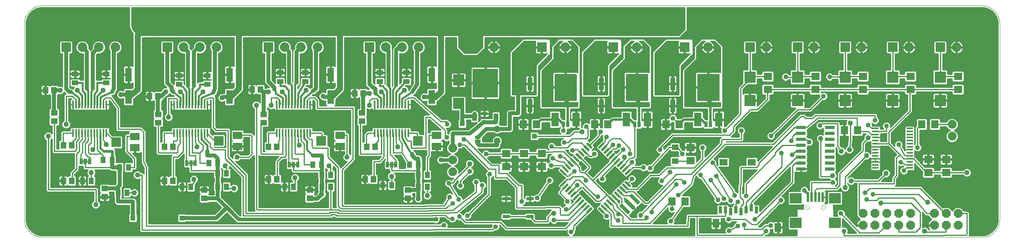
<source format=gtl>
G75*
G70*
%OFA0B0*%
%FSLAX24Y24*%
%IPPOS*%
%LPD*%
%AMOC8*
5,1,8,0,0,1.08239X$1,22.5*
%
%ADD10C,0.0000*%
%ADD11R,0.0800X0.0800*%
%ADD12C,0.0800*%
%ADD13R,0.0315X0.1024*%
%ADD14R,0.0984X0.0866*%
%ADD15R,0.0197X0.0787*%
%ADD16R,0.0709X0.0630*%
%ADD17R,0.0630X0.0709*%
%ADD18R,0.0800X0.0260*%
%ADD19R,0.0551X0.0748*%
%ADD20R,0.0709X0.0551*%
%ADD21R,0.0276X0.0591*%
%ADD22R,0.0630X0.1181*%
%ADD23R,0.1900X0.2250*%
%ADD24R,0.0945X0.0945*%
%ADD25R,0.0394X0.1102*%
%ADD26R,0.2126X0.2441*%
%ADD27R,0.0394X0.0630*%
%ADD28R,0.0472X0.0315*%
%ADD29C,0.0740*%
%ADD30R,0.0600X0.0300*%
%ADD31OC8,0.0740*%
%ADD32R,0.0551X0.0472*%
%ADD33R,0.0591X0.0197*%
%ADD34R,0.0197X0.0591*%
%ADD35R,0.0550X0.0137*%
%ADD36R,0.0250X0.0500*%
%ADD37R,0.0787X0.0787*%
%ADD38R,0.0787X0.0630*%
%ADD39R,0.0177X0.0650*%
%ADD40R,0.1701X0.1181*%
%ADD41R,0.0453X0.0571*%
%ADD42R,0.0551X0.0413*%
%ADD43R,0.0413X0.0551*%
%ADD44R,0.0571X0.0453*%
%ADD45R,0.0551X0.1181*%
%ADD46C,0.0120*%
%ADD47R,0.0500X0.0250*%
%ADD48OC8,0.0520*%
%ADD49C,0.0400*%
%ADD50C,0.1900*%
%ADD51C,0.0100*%
%ADD52C,0.0300*%
%ADD53C,0.0320*%
%ADD54C,0.0240*%
%ADD55R,0.0436X0.0436*%
%ADD56C,0.0436*%
%ADD57C,0.0160*%
%ADD58R,0.0400X0.0400*%
%ADD59C,0.0500*%
%ADD60C,0.0190*%
%ADD61C,0.0200*%
D10*
X003650Y002150D02*
X082650Y002150D01*
X082726Y002152D01*
X082802Y002158D01*
X082877Y002167D01*
X082952Y002181D01*
X083026Y002198D01*
X083099Y002219D01*
X083171Y002243D01*
X083242Y002272D01*
X083311Y002303D01*
X083378Y002338D01*
X083443Y002377D01*
X083507Y002419D01*
X083568Y002464D01*
X083627Y002512D01*
X083683Y002563D01*
X083737Y002617D01*
X083788Y002673D01*
X083836Y002732D01*
X083881Y002793D01*
X083923Y002857D01*
X083962Y002922D01*
X083997Y002989D01*
X084028Y003058D01*
X084057Y003129D01*
X084081Y003201D01*
X084102Y003274D01*
X084119Y003348D01*
X084133Y003423D01*
X084142Y003498D01*
X084148Y003574D01*
X084150Y003650D01*
X084150Y020150D01*
X084148Y020226D01*
X084142Y020302D01*
X084133Y020377D01*
X084119Y020452D01*
X084102Y020526D01*
X084081Y020599D01*
X084057Y020671D01*
X084028Y020742D01*
X083997Y020811D01*
X083962Y020878D01*
X083923Y020943D01*
X083881Y021007D01*
X083836Y021068D01*
X083788Y021127D01*
X083737Y021183D01*
X083683Y021237D01*
X083627Y021288D01*
X083568Y021336D01*
X083507Y021381D01*
X083443Y021423D01*
X083378Y021462D01*
X083311Y021497D01*
X083242Y021528D01*
X083171Y021557D01*
X083099Y021581D01*
X083026Y021602D01*
X082952Y021619D01*
X082877Y021633D01*
X082802Y021642D01*
X082726Y021648D01*
X082650Y021650D01*
X003650Y021650D01*
X003574Y021648D01*
X003498Y021642D01*
X003423Y021633D01*
X003348Y021619D01*
X003274Y021602D01*
X003201Y021581D01*
X003129Y021557D01*
X003058Y021528D01*
X002989Y021497D01*
X002922Y021462D01*
X002857Y021423D01*
X002793Y021381D01*
X002732Y021336D01*
X002673Y021288D01*
X002617Y021237D01*
X002563Y021183D01*
X002512Y021127D01*
X002464Y021068D01*
X002419Y021007D01*
X002377Y020943D01*
X002338Y020878D01*
X002303Y020811D01*
X002272Y020742D01*
X002243Y020671D01*
X002219Y020599D01*
X002198Y020526D01*
X002181Y020452D01*
X002167Y020377D01*
X002158Y020302D01*
X002152Y020226D01*
X002150Y020150D01*
X002150Y003650D01*
X002152Y003574D01*
X002158Y003498D01*
X002167Y003423D01*
X002181Y003348D01*
X002198Y003274D01*
X002219Y003201D01*
X002243Y003129D01*
X002272Y003058D01*
X002303Y002989D01*
X002338Y002922D01*
X002377Y002857D01*
X002419Y002793D01*
X002464Y002732D01*
X002512Y002673D01*
X002563Y002617D01*
X002617Y002563D01*
X002673Y002512D01*
X002732Y002464D01*
X002793Y002419D01*
X002857Y002377D01*
X002922Y002338D01*
X002989Y002303D01*
X003058Y002272D01*
X003129Y002243D01*
X003201Y002219D01*
X003274Y002198D01*
X003348Y002181D01*
X003423Y002167D01*
X003498Y002158D01*
X003574Y002152D01*
X003650Y002150D01*
X067784Y004650D02*
X067786Y004676D01*
X067792Y004702D01*
X067802Y004727D01*
X067815Y004750D01*
X067831Y004770D01*
X067851Y004788D01*
X067873Y004803D01*
X067896Y004815D01*
X067922Y004823D01*
X067948Y004827D01*
X067974Y004827D01*
X068000Y004823D01*
X068026Y004815D01*
X068050Y004803D01*
X068071Y004788D01*
X068091Y004770D01*
X068107Y004750D01*
X068120Y004727D01*
X068130Y004702D01*
X068136Y004676D01*
X068138Y004650D01*
X068136Y004624D01*
X068130Y004598D01*
X068120Y004573D01*
X068107Y004550D01*
X068091Y004530D01*
X068071Y004512D01*
X068049Y004497D01*
X068026Y004485D01*
X068000Y004477D01*
X067974Y004473D01*
X067948Y004473D01*
X067922Y004477D01*
X067896Y004485D01*
X067872Y004497D01*
X067851Y004512D01*
X067831Y004530D01*
X067815Y004550D01*
X067802Y004573D01*
X067792Y004598D01*
X067786Y004624D01*
X067784Y004650D01*
X069162Y004650D02*
X069164Y004676D01*
X069170Y004702D01*
X069180Y004727D01*
X069193Y004750D01*
X069209Y004770D01*
X069229Y004788D01*
X069251Y004803D01*
X069274Y004815D01*
X069300Y004823D01*
X069326Y004827D01*
X069352Y004827D01*
X069378Y004823D01*
X069404Y004815D01*
X069428Y004803D01*
X069449Y004788D01*
X069469Y004770D01*
X069485Y004750D01*
X069498Y004727D01*
X069508Y004702D01*
X069514Y004676D01*
X069516Y004650D01*
X069514Y004624D01*
X069508Y004598D01*
X069498Y004573D01*
X069485Y004550D01*
X069469Y004530D01*
X069449Y004512D01*
X069427Y004497D01*
X069404Y004485D01*
X069378Y004477D01*
X069352Y004473D01*
X069326Y004473D01*
X069300Y004477D01*
X069274Y004485D01*
X069250Y004497D01*
X069229Y004512D01*
X069209Y004530D01*
X069193Y004550D01*
X069180Y004573D01*
X069170Y004598D01*
X069164Y004624D01*
X069162Y004650D01*
D11*
X071150Y018150D03*
X067150Y018150D03*
X063150Y018150D03*
X057650Y018150D03*
X051650Y018150D03*
X045650Y018150D03*
X039650Y018150D03*
X031150Y018150D03*
X022650Y018150D03*
X014150Y018150D03*
X005650Y018150D03*
X075150Y018150D03*
X079150Y018150D03*
D12*
X080528Y018150D03*
X076528Y018150D03*
X072528Y018150D03*
X068528Y018150D03*
X064528Y018150D03*
X059619Y018150D03*
X053619Y018150D03*
X047619Y018150D03*
X041619Y018150D03*
X035284Y018150D03*
X033906Y018150D03*
X032528Y018150D03*
X026784Y018150D03*
X025406Y018150D03*
X024028Y018150D03*
X018284Y018150D03*
X016906Y018150D03*
X015528Y018150D03*
X009784Y018150D03*
X008406Y018150D03*
X007028Y018150D03*
D13*
G36*
X053941Y005117D02*
X053719Y004895D01*
X052995Y005619D01*
X053217Y005841D01*
X053941Y005117D01*
G37*
G36*
X053523Y004699D02*
X053301Y004477D01*
X052577Y005201D01*
X052799Y005423D01*
X053523Y004699D01*
G37*
G36*
X053105Y004281D02*
X052883Y004059D01*
X052159Y004783D01*
X052381Y005005D01*
X053105Y004281D01*
G37*
D14*
X066996Y003351D03*
X070304Y003351D03*
X070304Y005437D03*
X066996Y005437D03*
D15*
X068020Y005536D03*
X068335Y005536D03*
X068650Y005536D03*
X068965Y005536D03*
X069280Y005536D03*
D16*
X078150Y007599D03*
X079650Y007599D03*
X079650Y008701D03*
X078150Y008701D03*
X058150Y008599D03*
X058150Y009701D03*
X045650Y009201D03*
X044150Y009201D03*
X042650Y009201D03*
X042650Y008099D03*
X044150Y008099D03*
X045650Y008099D03*
X064650Y014599D03*
X064650Y015701D03*
X068650Y015701D03*
X068650Y014599D03*
X072650Y014599D03*
X072650Y015701D03*
X076650Y015701D03*
X076650Y014599D03*
X080650Y014599D03*
X080650Y015701D03*
D17*
X078701Y011650D03*
X077599Y011650D03*
X072201Y011150D03*
X071099Y011150D03*
X057201Y011650D03*
X056099Y011650D03*
X051201Y011650D03*
X050099Y011650D03*
X045201Y011650D03*
X044099Y011650D03*
X056599Y005150D03*
X057701Y005150D03*
D18*
X067440Y007900D03*
X067440Y008400D03*
X067440Y008900D03*
X067440Y009400D03*
X067440Y009900D03*
X067440Y010400D03*
X067440Y010900D03*
X067440Y011400D03*
X069860Y011400D03*
X069860Y010900D03*
X069860Y010400D03*
X069860Y009900D03*
X069860Y009400D03*
X069860Y008900D03*
X069860Y008400D03*
X069860Y007900D03*
D19*
X060307Y003319D03*
X065504Y002965D03*
D20*
X063300Y008477D03*
X060937Y008477D03*
D21*
X063260Y004619D03*
X062827Y004461D03*
X062394Y004304D03*
X061961Y004461D03*
X061528Y004304D03*
X061095Y004461D03*
X060662Y004461D03*
X063693Y004461D03*
D22*
X060548Y012059D03*
X058752Y012059D03*
X054548Y012059D03*
X052752Y012059D03*
X048548Y012059D03*
X046752Y012059D03*
D23*
X047650Y014775D03*
X053650Y014775D03*
X059650Y014775D03*
D24*
X063150Y015634D03*
X067150Y015634D03*
X071150Y015634D03*
X075150Y015634D03*
X079150Y015634D03*
X079150Y013666D03*
X075150Y013666D03*
X071150Y013666D03*
X067150Y013666D03*
X063150Y013666D03*
X038650Y013416D03*
X038650Y015384D03*
D25*
X044650Y015075D03*
X050650Y015075D03*
X056650Y015075D03*
X056650Y013225D03*
X050650Y013225D03*
X044650Y013225D03*
D26*
X040900Y015134D03*
D27*
X040002Y012260D03*
X041798Y012260D03*
D28*
X040838Y012567D03*
X040838Y011858D03*
D29*
X038150Y009650D03*
X038150Y008650D03*
X038150Y007650D03*
X080150Y010650D03*
X080150Y011650D03*
D30*
X044650Y005400D03*
X042650Y005400D03*
X042650Y003900D03*
X044650Y003900D03*
D31*
X072650Y004150D03*
X073650Y004150D03*
X074650Y004150D03*
X075650Y004150D03*
X076650Y004150D03*
X078650Y004150D03*
X079650Y004150D03*
X080650Y004150D03*
X080650Y003150D03*
X079650Y003150D03*
X078650Y003150D03*
X076650Y003150D03*
X075650Y003150D03*
X074650Y003150D03*
X073650Y003150D03*
X072650Y003150D03*
D32*
X056850Y008559D03*
X056850Y009741D03*
D33*
G36*
X049510Y010155D02*
X049926Y009739D01*
X049788Y009601D01*
X049372Y010017D01*
X049510Y010155D01*
G37*
G36*
X049287Y009932D02*
X049703Y009516D01*
X049565Y009378D01*
X049149Y009794D01*
X049287Y009932D01*
G37*
G36*
X049064Y009710D02*
X049480Y009294D01*
X049342Y009156D01*
X048926Y009572D01*
X049064Y009710D01*
G37*
G36*
X048842Y009487D02*
X049258Y009071D01*
X049120Y008933D01*
X048704Y009349D01*
X048842Y009487D01*
G37*
G36*
X048619Y009264D02*
X049035Y008848D01*
X048897Y008710D01*
X048481Y009126D01*
X048619Y009264D01*
G37*
G36*
X048396Y009042D02*
X048812Y008626D01*
X048674Y008488D01*
X048258Y008904D01*
X048396Y009042D01*
G37*
G36*
X048174Y008819D02*
X048590Y008403D01*
X048452Y008265D01*
X048036Y008681D01*
X048174Y008819D01*
G37*
G36*
X047951Y008596D02*
X048367Y008180D01*
X048229Y008042D01*
X047813Y008458D01*
X047951Y008596D01*
G37*
G36*
X047728Y008374D02*
X048144Y007958D01*
X048006Y007820D01*
X047590Y008236D01*
X047728Y008374D01*
G37*
G36*
X047506Y008151D02*
X047922Y007735D01*
X047784Y007597D01*
X047368Y008013D01*
X047506Y008151D01*
G37*
G36*
X047283Y007928D02*
X047699Y007512D01*
X047561Y007374D01*
X047145Y007790D01*
X047283Y007928D01*
G37*
G36*
X052294Y006480D02*
X052710Y006064D01*
X052572Y005926D01*
X052156Y006342D01*
X052294Y006480D01*
G37*
G36*
X052516Y006703D02*
X052932Y006287D01*
X052794Y006149D01*
X052378Y006565D01*
X052516Y006703D01*
G37*
G36*
X052739Y006926D02*
X053155Y006510D01*
X053017Y006372D01*
X052601Y006788D01*
X052739Y006926D01*
G37*
G36*
X052071Y006258D02*
X052487Y005842D01*
X052349Y005704D01*
X051933Y006120D01*
X052071Y006258D01*
G37*
G36*
X051848Y006035D02*
X052264Y005619D01*
X052126Y005481D01*
X051710Y005897D01*
X051848Y006035D01*
G37*
G36*
X051626Y005812D02*
X052042Y005396D01*
X051904Y005258D01*
X051488Y005674D01*
X051626Y005812D01*
G37*
G36*
X051403Y005590D02*
X051819Y005174D01*
X051681Y005036D01*
X051265Y005452D01*
X051403Y005590D01*
G37*
G36*
X051180Y005367D02*
X051596Y004951D01*
X051458Y004813D01*
X051042Y005229D01*
X051180Y005367D01*
G37*
G36*
X050958Y005144D02*
X051374Y004728D01*
X051236Y004590D01*
X050820Y005006D01*
X050958Y005144D01*
G37*
G36*
X050735Y004922D02*
X051151Y004506D01*
X051013Y004368D01*
X050597Y004784D01*
X050735Y004922D01*
G37*
G36*
X050512Y004699D02*
X050928Y004283D01*
X050790Y004145D01*
X050374Y004561D01*
X050512Y004699D01*
G37*
D34*
G36*
X049788Y004699D02*
X049926Y004561D01*
X049510Y004145D01*
X049372Y004283D01*
X049788Y004699D01*
G37*
G36*
X049565Y004922D02*
X049703Y004784D01*
X049287Y004368D01*
X049149Y004506D01*
X049565Y004922D01*
G37*
G36*
X049342Y005144D02*
X049480Y005006D01*
X049064Y004590D01*
X048926Y004728D01*
X049342Y005144D01*
G37*
G36*
X049120Y005367D02*
X049258Y005229D01*
X048842Y004813D01*
X048704Y004951D01*
X049120Y005367D01*
G37*
G36*
X048897Y005590D02*
X049035Y005452D01*
X048619Y005036D01*
X048481Y005174D01*
X048897Y005590D01*
G37*
G36*
X048674Y005812D02*
X048812Y005674D01*
X048396Y005258D01*
X048258Y005396D01*
X048674Y005812D01*
G37*
G36*
X048452Y006035D02*
X048590Y005897D01*
X048174Y005481D01*
X048036Y005619D01*
X048452Y006035D01*
G37*
G36*
X048229Y006258D02*
X048367Y006120D01*
X047951Y005704D01*
X047813Y005842D01*
X048229Y006258D01*
G37*
G36*
X048006Y006480D02*
X048144Y006342D01*
X047728Y005926D01*
X047590Y006064D01*
X048006Y006480D01*
G37*
G36*
X047784Y006703D02*
X047922Y006565D01*
X047506Y006149D01*
X047368Y006287D01*
X047784Y006703D01*
G37*
G36*
X047561Y006926D02*
X047699Y006788D01*
X047283Y006372D01*
X047145Y006510D01*
X047561Y006926D01*
G37*
G36*
X052349Y008596D02*
X052487Y008458D01*
X052071Y008042D01*
X051933Y008180D01*
X052349Y008596D01*
G37*
G36*
X052126Y008819D02*
X052264Y008681D01*
X051848Y008265D01*
X051710Y008403D01*
X052126Y008819D01*
G37*
G36*
X051904Y009042D02*
X052042Y008904D01*
X051626Y008488D01*
X051488Y008626D01*
X051904Y009042D01*
G37*
G36*
X051681Y009264D02*
X051819Y009126D01*
X051403Y008710D01*
X051265Y008848D01*
X051681Y009264D01*
G37*
G36*
X051458Y009487D02*
X051596Y009349D01*
X051180Y008933D01*
X051042Y009071D01*
X051458Y009487D01*
G37*
G36*
X051236Y009710D02*
X051374Y009572D01*
X050958Y009156D01*
X050820Y009294D01*
X051236Y009710D01*
G37*
G36*
X051013Y009932D02*
X051151Y009794D01*
X050735Y009378D01*
X050597Y009516D01*
X051013Y009932D01*
G37*
G36*
X050790Y010155D02*
X050928Y010017D01*
X050512Y009601D01*
X050374Y009739D01*
X050790Y010155D01*
G37*
G36*
X052572Y008374D02*
X052710Y008236D01*
X052294Y007820D01*
X052156Y007958D01*
X052572Y008374D01*
G37*
G36*
X052794Y008151D02*
X052932Y008013D01*
X052516Y007597D01*
X052378Y007735D01*
X052794Y008151D01*
G37*
G36*
X053017Y007928D02*
X053155Y007790D01*
X052739Y007374D01*
X052601Y007512D01*
X053017Y007928D01*
G37*
D35*
X073711Y007987D03*
X073711Y008243D03*
X073711Y008498D03*
X073711Y008754D03*
X073711Y009010D03*
X073711Y009266D03*
X073711Y009522D03*
X073711Y009778D03*
X073711Y010034D03*
X073711Y010290D03*
X073711Y010546D03*
X073711Y010802D03*
X073711Y011057D03*
X073711Y011313D03*
X076589Y011313D03*
X076589Y011057D03*
X076589Y010802D03*
X076589Y010546D03*
X076589Y010290D03*
X076589Y010034D03*
X076589Y009778D03*
X076589Y009522D03*
X076589Y009266D03*
X076589Y009010D03*
X076589Y008754D03*
X076589Y008498D03*
X076589Y008243D03*
X076589Y007987D03*
D36*
X059827Y011650D03*
X059473Y011650D03*
X053827Y011650D03*
X053473Y011650D03*
X047827Y011650D03*
X047473Y011650D03*
X033375Y008275D03*
X033025Y008275D03*
X032675Y008275D03*
X025125Y008275D03*
X024775Y008275D03*
X024425Y008275D03*
X016500Y008400D03*
X016150Y008400D03*
X015800Y008400D03*
X007625Y008525D03*
X007275Y008525D03*
X006925Y008525D03*
D37*
X009863Y010150D03*
X018488Y010275D03*
X027113Y010275D03*
X035238Y010275D03*
D38*
X036812Y009812D03*
X036812Y010738D03*
X028687Y010738D03*
X028687Y009812D03*
X020062Y009812D03*
X020062Y010738D03*
X011437Y010613D03*
X011437Y009687D03*
D39*
X009048Y010930D03*
X008792Y010930D03*
X008536Y010930D03*
X008280Y010930D03*
X008024Y010930D03*
X007768Y010930D03*
X007512Y010930D03*
X007256Y010930D03*
X007000Y010930D03*
X006744Y010930D03*
X006489Y010930D03*
X006233Y010930D03*
X014733Y010930D03*
X014989Y010930D03*
X015244Y010930D03*
X015500Y010930D03*
X015756Y010930D03*
X016012Y010930D03*
X016268Y010930D03*
X016524Y010930D03*
X016780Y010930D03*
X017036Y010930D03*
X017292Y010930D03*
X017548Y010930D03*
X023358Y010930D03*
X023614Y010930D03*
X023869Y010930D03*
X024125Y010930D03*
X024381Y010930D03*
X024637Y010930D03*
X024893Y010930D03*
X025149Y010930D03*
X025405Y010930D03*
X025661Y010930D03*
X025917Y010930D03*
X026173Y010930D03*
X031608Y010930D03*
X031864Y010930D03*
X032119Y010930D03*
X032375Y010930D03*
X032631Y010930D03*
X032887Y010930D03*
X033143Y010930D03*
X033399Y010930D03*
X033655Y010930D03*
X033911Y010930D03*
X034167Y010930D03*
X034423Y010930D03*
X034423Y013331D03*
X034167Y013331D03*
X033911Y013331D03*
X033655Y013331D03*
X033399Y013331D03*
X033143Y013331D03*
X032887Y013331D03*
X032631Y013331D03*
X032375Y013331D03*
X032119Y013331D03*
X031864Y013331D03*
X031608Y013331D03*
X026173Y013331D03*
X025917Y013331D03*
X025661Y013331D03*
X025405Y013331D03*
X025149Y013331D03*
X024893Y013331D03*
X024637Y013331D03*
X024381Y013331D03*
X024125Y013331D03*
X023869Y013331D03*
X023614Y013331D03*
X023358Y013331D03*
X017548Y013331D03*
X017292Y013331D03*
X017036Y013331D03*
X016780Y013331D03*
X016524Y013331D03*
X016268Y013331D03*
X016012Y013331D03*
X015756Y013331D03*
X015500Y013331D03*
X015244Y013331D03*
X014989Y013331D03*
X014733Y013331D03*
X009048Y013331D03*
X008792Y013331D03*
X008536Y013331D03*
X008280Y013331D03*
X008024Y013331D03*
X007768Y013331D03*
X007512Y013331D03*
X007256Y013331D03*
X007000Y013331D03*
X006744Y013331D03*
X006489Y013331D03*
X006233Y013331D03*
D40*
X007640Y012130D03*
X016140Y012130D03*
X024765Y012130D03*
X033015Y012130D03*
D41*
X031629Y009775D03*
X030921Y009775D03*
X023379Y009775D03*
X022671Y009775D03*
X014629Y009775D03*
X013921Y009775D03*
X006129Y009900D03*
X005421Y009900D03*
X005421Y006900D03*
X006129Y006900D03*
X013921Y006900D03*
X014629Y006900D03*
X022671Y007025D03*
X023379Y007025D03*
X030796Y007025D03*
X031504Y007025D03*
X013379Y014025D03*
X012671Y014025D03*
X004629Y014525D03*
X003921Y014525D03*
X021296Y014588D03*
X022004Y014588D03*
X029921Y014275D03*
X030629Y014275D03*
D42*
X032025Y015276D03*
X034275Y015276D03*
X034275Y016024D03*
X032025Y016024D03*
X025775Y016024D03*
X023650Y016024D03*
X023650Y015276D03*
X025775Y015276D03*
X017525Y015026D03*
X017525Y015774D03*
X015150Y015774D03*
X015150Y015026D03*
X009025Y015151D03*
X009025Y015899D03*
X006400Y015899D03*
X006400Y015151D03*
D43*
X008776Y008650D03*
X009524Y008650D03*
X010151Y008025D03*
X010899Y008025D03*
X007774Y006900D03*
X007026Y006900D03*
X010026Y005900D03*
X010774Y005900D03*
X015401Y006400D03*
X016149Y006400D03*
X018401Y006400D03*
X019149Y006400D03*
X019149Y007525D03*
X018401Y007525D03*
X018399Y008400D03*
X017651Y008400D03*
X024026Y006400D03*
X024774Y006400D03*
X027151Y006400D03*
X027899Y006400D03*
X027899Y007400D03*
X027151Y007400D03*
X027149Y008275D03*
X026401Y008275D03*
X032276Y006525D03*
X033024Y006525D03*
X035276Y006400D03*
X036024Y006400D03*
X036024Y007400D03*
X035276Y007400D03*
X035274Y008275D03*
X034526Y008275D03*
D44*
X034400Y006129D03*
X034400Y005421D03*
X026150Y005421D03*
X026150Y006129D03*
X017275Y006129D03*
X017275Y005421D03*
X008900Y005546D03*
X008900Y006254D03*
X013400Y011796D03*
X013400Y012504D03*
X004650Y012629D03*
X004650Y011921D03*
X022275Y011796D03*
X022275Y012504D03*
X030525Y012629D03*
X030525Y011921D03*
D45*
X027900Y013955D03*
X027900Y015845D03*
X019400Y015845D03*
X019400Y013955D03*
X010900Y013955D03*
X010900Y015845D03*
X036400Y015845D03*
X036400Y013955D03*
D46*
X016450Y008400D02*
X015850Y008400D01*
X007575Y008525D02*
X006975Y008525D01*
X024475Y008275D02*
X025075Y008275D01*
X032725Y008275D02*
X033325Y008275D01*
D47*
X040275Y010238D03*
X040275Y010562D03*
D48*
X041900Y010275D03*
X041900Y011275D03*
D49*
X039105Y010390D03*
X038775Y009935D03*
X037650Y010560D03*
X036440Y011574D03*
X037700Y011670D03*
X035065Y012324D03*
X035065Y012824D03*
X033525Y012550D03*
X033150Y012550D03*
X033150Y012175D03*
X032750Y012175D03*
X032375Y012175D03*
X032375Y012550D03*
X032750Y012550D03*
X033550Y012150D03*
X033525Y011750D03*
X033150Y011750D03*
X032750Y011750D03*
X032375Y011750D03*
X028629Y011501D03*
X028504Y012501D03*
X028004Y012501D03*
X027504Y012501D03*
X025575Y012475D03*
X025200Y012475D03*
X024825Y012475D03*
X024450Y012475D03*
X024075Y012475D03*
X024075Y012100D03*
X024075Y011725D03*
X024450Y011725D03*
X024825Y011725D03*
X024825Y012100D03*
X024450Y012100D03*
X025200Y012100D03*
X025575Y012100D03*
X025575Y011725D03*
X025200Y011725D03*
X020875Y010250D03*
X019700Y011850D03*
X019200Y011850D03*
X018700Y011850D03*
X018700Y012350D03*
X019200Y012350D03*
X019700Y012350D03*
X019700Y012850D03*
X019200Y012850D03*
X018700Y012850D03*
X016925Y012550D03*
X016550Y012550D03*
X016550Y012150D03*
X016925Y012150D03*
X016150Y012150D03*
X015750Y012150D03*
X015375Y012150D03*
X015375Y012550D03*
X015750Y012550D03*
X016150Y012550D03*
X016150Y011750D03*
X015750Y011750D03*
X015375Y011750D03*
X016550Y011750D03*
X016925Y011750D03*
X012450Y011475D03*
X011700Y011850D03*
X011200Y011850D03*
X010700Y011850D03*
X010700Y012350D03*
X011200Y012350D03*
X011700Y012350D03*
X011700Y012850D03*
X011200Y012850D03*
X010700Y012850D03*
X008500Y012550D03*
X008500Y012550D03*
X008500Y012175D03*
X008050Y012150D03*
X008050Y012550D03*
X007650Y012550D03*
X007625Y012175D03*
X007125Y012175D03*
X007250Y012550D03*
X006875Y012550D03*
X006875Y011800D03*
X007250Y011750D03*
X007650Y011750D03*
X008050Y011750D03*
X008500Y011800D03*
X009575Y011100D03*
X012750Y010250D03*
X012750Y009750D03*
X012800Y009150D03*
X012800Y008650D03*
X013050Y008150D03*
X013050Y007650D03*
X013050Y007150D03*
X011325Y006850D03*
X010825Y006850D03*
X009075Y006975D03*
X008575Y006975D03*
X008575Y007475D03*
X009075Y007475D03*
X007000Y007675D03*
X005750Y008300D03*
X005250Y008300D03*
X004750Y008300D03*
X003750Y008050D03*
X003750Y007425D03*
X003750Y008675D03*
X004750Y008800D03*
X005250Y008800D03*
X005750Y008800D03*
X003750Y009300D03*
X003750Y009925D03*
X010825Y008725D03*
X015675Y007275D03*
X017075Y007350D03*
X017575Y007350D03*
X017575Y006850D03*
X017075Y006850D03*
X019763Y007163D03*
X021175Y007400D03*
X020925Y007900D03*
X022425Y008150D03*
X020675Y008400D03*
X024175Y007400D03*
X025700Y007350D03*
X026200Y007350D03*
X026200Y006850D03*
X025700Y006850D03*
X029825Y007850D03*
X032325Y007475D03*
X033950Y007350D03*
X034450Y007350D03*
X034450Y006850D03*
X033950Y006850D03*
X037820Y006680D03*
X038788Y006480D03*
X039325Y006225D03*
X040123Y006790D03*
X040640Y006523D03*
X043850Y007000D03*
X045000Y006650D03*
X046308Y006940D03*
X046738Y006563D03*
X048623Y006523D03*
X049368Y006943D03*
X050739Y007065D03*
X051800Y007100D03*
X053245Y007078D03*
X053850Y007013D03*
X055000Y007013D03*
X055723Y006880D03*
X056975Y006585D03*
X057630Y006770D03*
X058998Y007390D03*
X060333Y007303D03*
X059853Y006968D03*
X061350Y007350D03*
X062913Y007413D03*
X062050Y008450D03*
X060018Y008428D03*
X057450Y009163D03*
X059173Y009690D03*
X059350Y010350D03*
X061048Y011145D03*
X062418Y011120D03*
X063150Y010450D03*
X064928Y010685D03*
X066645Y010260D03*
X068127Y010171D03*
X066712Y009099D03*
X065798Y009225D03*
X063288Y009538D03*
X069043Y011555D03*
X068150Y012513D03*
X066088Y012513D03*
X069348Y014020D03*
X069850Y015650D03*
X066150Y015650D03*
X060150Y015150D03*
X059150Y015150D03*
X059650Y014650D03*
X059150Y014150D03*
X060150Y014150D03*
X058150Y013650D03*
X058150Y014650D03*
X058150Y015650D03*
X059650Y015650D03*
X054150Y015150D03*
X053150Y015150D03*
X053650Y014650D03*
X053150Y014150D03*
X054150Y014150D03*
X052150Y013650D03*
X052150Y014650D03*
X052150Y015650D03*
X053650Y015650D03*
X048150Y015150D03*
X047150Y015150D03*
X047650Y014650D03*
X047150Y014150D03*
X048150Y014150D03*
X046150Y013650D03*
X046150Y014650D03*
X046150Y015650D03*
X047650Y015650D03*
X041463Y015650D03*
X040900Y015150D03*
X041463Y014650D03*
X040900Y014150D03*
X040275Y014650D03*
X037700Y015100D03*
X037700Y015600D03*
X037700Y016100D03*
X035650Y016150D03*
X035650Y015650D03*
X035650Y016650D03*
X034550Y016900D03*
X034050Y016900D03*
X032300Y016900D03*
X031800Y016900D03*
X029700Y017650D03*
X029200Y017650D03*
X029200Y017150D03*
X027150Y016650D03*
X027150Y016150D03*
X027150Y015650D03*
X029200Y015600D03*
X030200Y015600D03*
X030200Y015100D03*
X029200Y015100D03*
X029200Y016100D03*
X030200Y016100D03*
X026050Y016900D03*
X025550Y016900D03*
X023800Y016900D03*
X023300Y016900D03*
X021200Y017650D03*
X020700Y017650D03*
X020700Y017150D03*
X018650Y016650D03*
X018650Y016150D03*
X020700Y016100D03*
X020700Y015600D03*
X020700Y015100D03*
X021700Y015600D03*
X021700Y016100D03*
X017550Y016900D03*
X017050Y016900D03*
X015300Y016900D03*
X014800Y016900D03*
X012700Y017650D03*
X012200Y017650D03*
X012200Y017150D03*
X011050Y017150D03*
X010675Y017400D03*
X011050Y017650D03*
X011050Y018150D03*
X010550Y018150D03*
X010550Y018650D03*
X011050Y018650D03*
X012200Y018650D03*
X012700Y018650D03*
X012700Y018150D03*
X012200Y018150D03*
X008950Y017025D03*
X008450Y017025D03*
X008450Y016650D03*
X008950Y016650D03*
X010150Y016650D03*
X010150Y016150D03*
X010150Y015650D03*
X012200Y015600D03*
X012700Y015600D03*
X012700Y015100D03*
X012200Y015100D03*
X012200Y016100D03*
X012700Y016100D03*
X006700Y016650D03*
X006200Y016650D03*
X006200Y017025D03*
X006700Y017025D03*
X004200Y017150D03*
X004200Y017650D03*
X003700Y017650D03*
X003700Y018150D03*
X004200Y018150D03*
X004200Y018650D03*
X004200Y016650D03*
X004200Y016150D03*
X003950Y015400D03*
X003875Y013675D03*
X003875Y012550D03*
X003875Y011925D03*
X021175Y006775D03*
X022750Y005425D03*
X019950Y005038D03*
X015250Y005175D03*
X014750Y005175D03*
X014250Y005175D03*
X013750Y005175D03*
X013250Y005175D03*
X006750Y005550D03*
X006250Y005550D03*
X005750Y005550D03*
X005250Y005550D03*
X004750Y005550D03*
X003050Y005100D03*
X028150Y003700D03*
X030825Y005475D03*
X036750Y003650D03*
X037418Y003148D03*
X038140Y003708D03*
X038728Y003893D03*
X039403Y003970D03*
X041250Y004525D03*
X038670Y005330D03*
X038173Y005010D03*
X037903Y005543D03*
X043980Y005170D03*
X045260Y005455D03*
X045563Y005025D03*
X046500Y005650D03*
X047808Y005150D03*
X047705Y004503D03*
X046670Y003595D03*
X045438Y004063D03*
X043688Y003400D03*
X041770Y003045D03*
X048110Y002610D03*
X049563Y002900D03*
X052053Y003563D03*
X051110Y003940D03*
X050313Y003963D03*
X052105Y004085D03*
X053953Y004003D03*
X054477Y003797D03*
X054890Y004250D03*
X054100Y004700D03*
X054475Y005425D03*
X056590Y004530D03*
X056100Y004163D03*
X056493Y003505D03*
X059413Y002913D03*
X061399Y002696D03*
X062124Y003104D03*
X062670Y003210D03*
X063555Y003653D03*
X064898Y003140D03*
X066160Y003020D03*
X064515Y002673D03*
X061362Y003650D03*
X065950Y004650D03*
X064450Y005150D03*
X065750Y005260D03*
X067720Y006100D03*
X065950Y006650D03*
X068450Y007150D03*
X070148Y006750D03*
X071888Y006275D03*
X072818Y005890D03*
X073505Y005768D03*
X072960Y005323D03*
X071263Y004775D03*
X070810Y004160D03*
X071058Y002673D03*
X071638Y002713D03*
X062143Y005120D03*
X061520Y005240D03*
X061868Y005678D03*
X060978Y005405D03*
X060456Y005280D03*
X058850Y005350D03*
X057149Y005693D03*
X062825Y005615D03*
X056418Y007638D03*
X055350Y007850D03*
X054753Y007966D03*
X054210Y008020D03*
X053238Y008458D03*
X053838Y008788D03*
X053070Y009170D03*
X052510Y009520D03*
X052127Y009867D03*
X051630Y009940D03*
X051095Y010595D03*
X050613Y011030D03*
X049395Y011470D03*
X047455Y011140D03*
X047540Y010115D03*
X046480Y009805D03*
X048228Y009465D03*
X047213Y008953D03*
X046575Y008808D03*
X046425Y008200D03*
X048391Y007700D03*
X049200Y008050D03*
X049988Y007988D03*
X050900Y008600D03*
X050060Y009168D03*
X055585Y009520D03*
X056680Y012170D03*
X042378Y012887D03*
X036940Y012699D03*
X040213Y015650D03*
X040900Y016150D03*
X037700Y017150D03*
X037700Y017650D03*
X038200Y017650D03*
X038200Y018150D03*
X037700Y018150D03*
X036550Y018150D03*
X036050Y018150D03*
X036050Y018650D03*
X036550Y018650D03*
X037700Y018650D03*
X038200Y018650D03*
X029700Y018650D03*
X029200Y018650D03*
X028050Y018650D03*
X027550Y018650D03*
X027550Y018150D03*
X028050Y018150D03*
X029200Y018150D03*
X029700Y018150D03*
X021200Y018150D03*
X020700Y018150D03*
X019550Y018150D03*
X019050Y018150D03*
X019050Y018650D03*
X019550Y018650D03*
X020700Y018650D03*
X021200Y018650D03*
X040960Y009170D03*
X041700Y008750D03*
X038888Y008225D03*
X039603Y007688D03*
X041260Y007448D03*
X037150Y008650D03*
X036575Y008975D03*
X033950Y008413D03*
X028575Y008975D03*
X050383Y005553D03*
X052188Y002775D03*
X074525Y008638D03*
X075839Y008459D03*
X076090Y007760D03*
X075650Y006950D03*
X077248Y009700D03*
X075652Y009961D03*
X074325Y010525D03*
X075838Y011013D03*
X074625Y011525D03*
X073680Y011990D03*
X073098Y011610D03*
X075150Y012450D03*
X072200Y010338D03*
X071075Y010338D03*
X073075Y009775D03*
D50*
X082650Y003650D03*
X082650Y020150D03*
X003650Y020150D03*
X003650Y003650D03*
D51*
X003474Y002312D02*
X003133Y002403D01*
X002828Y002579D01*
X002579Y002828D01*
X002403Y003133D01*
X002312Y003474D01*
X002300Y003650D01*
X002300Y020150D01*
X002312Y020326D01*
X002403Y020667D01*
X002579Y020972D01*
X002828Y021221D01*
X003133Y021397D01*
X003474Y021488D01*
X003650Y021500D01*
X010950Y021500D01*
X010950Y020225D01*
X010945Y020218D01*
X010950Y020143D01*
X010950Y020067D01*
X010956Y020061D01*
X010956Y020060D01*
X010947Y020046D01*
X010962Y019979D01*
X010967Y019911D01*
X010979Y019900D01*
X010981Y019891D01*
X010974Y019876D01*
X010998Y019812D01*
X011013Y019745D01*
X011026Y019736D01*
X011030Y019727D01*
X011025Y019711D01*
X011058Y019651D01*
X011082Y019587D01*
X011097Y019580D01*
X011101Y019572D01*
X011099Y019556D01*
X011140Y019501D01*
X011173Y019441D01*
X011189Y019436D01*
X011194Y019429D01*
X011194Y019412D01*
X011243Y019364D01*
X011283Y019310D01*
X011250Y019230D01*
X011250Y016566D01*
X011233Y016575D01*
X011195Y016585D01*
X010950Y016585D01*
X010950Y015895D01*
X010850Y015895D01*
X010850Y016585D01*
X010605Y016585D01*
X010567Y016575D01*
X010532Y016555D01*
X010504Y016528D01*
X010485Y016493D01*
X010474Y016455D01*
X010474Y015895D01*
X010850Y015895D01*
X010850Y015795D01*
X010474Y015795D01*
X010474Y015235D01*
X010485Y015196D01*
X010504Y015162D01*
X010532Y015134D01*
X010567Y015115D01*
X010605Y015104D01*
X010850Y015104D01*
X010850Y015795D01*
X010950Y015795D01*
X010950Y015104D01*
X011195Y015104D01*
X011233Y015115D01*
X011250Y015124D01*
X011250Y014768D01*
X011163Y014696D01*
X010562Y014696D01*
X010474Y014608D01*
X010474Y014466D01*
X010348Y014518D01*
X010202Y014518D01*
X010066Y014462D01*
X009963Y014359D01*
X009907Y014223D01*
X009907Y014077D01*
X009963Y013941D01*
X010066Y013838D01*
X010202Y013782D01*
X010348Y013782D01*
X010474Y013834D01*
X010474Y013302D01*
X010562Y013215D01*
X011238Y013215D01*
X011326Y013302D01*
X011326Y013789D01*
X011885Y014257D01*
X011922Y014277D01*
X011946Y014307D01*
X011975Y014331D01*
X011994Y014369D01*
X012021Y014402D01*
X012031Y014439D01*
X012049Y014472D01*
X012052Y014515D01*
X012064Y014555D01*
X012059Y014593D01*
X012063Y014631D01*
X012050Y014671D01*
X012050Y014674D01*
X012050Y018950D01*
X012060Y018956D01*
X012061Y018956D01*
X012067Y018950D01*
X012143Y018950D01*
X012218Y018945D01*
X012225Y018950D01*
X019750Y018950D01*
X019750Y016566D01*
X019733Y016575D01*
X019695Y016585D01*
X019450Y016585D01*
X019450Y015895D01*
X019350Y015895D01*
X019350Y016585D01*
X019105Y016585D01*
X019067Y016575D01*
X019032Y016555D01*
X019004Y016528D01*
X018985Y016493D01*
X018974Y016455D01*
X018974Y015895D01*
X019350Y015895D01*
X019350Y015795D01*
X018974Y015795D01*
X018974Y015235D01*
X018985Y015196D01*
X019004Y015162D01*
X019032Y015134D01*
X019067Y015115D01*
X019105Y015104D01*
X019350Y015104D01*
X019350Y015795D01*
X019450Y015795D01*
X019450Y015104D01*
X019695Y015104D01*
X019733Y015115D01*
X019750Y015124D01*
X019750Y014816D01*
X019630Y014696D01*
X019062Y014696D01*
X018974Y014608D01*
X018974Y014265D01*
X018855Y014265D01*
X018848Y014268D01*
X018702Y014268D01*
X018566Y014212D01*
X018463Y014109D01*
X018407Y013973D01*
X018407Y013827D01*
X018463Y013691D01*
X018566Y013588D01*
X018702Y013532D01*
X018848Y013532D01*
X018974Y013584D01*
X018974Y013302D01*
X019062Y013215D01*
X019738Y013215D01*
X019826Y013302D01*
X019826Y013760D01*
X020377Y014311D01*
X020489Y014423D01*
X020550Y014570D01*
X020550Y018950D01*
X028250Y018950D01*
X028250Y016566D01*
X028233Y016575D01*
X028195Y016585D01*
X027950Y016585D01*
X027950Y015895D01*
X027850Y015895D01*
X027850Y016585D01*
X027605Y016585D01*
X027567Y016575D01*
X027532Y016555D01*
X027504Y016528D01*
X027485Y016493D01*
X027474Y016455D01*
X027474Y015895D01*
X027850Y015895D01*
X027850Y015795D01*
X027474Y015795D01*
X027474Y015235D01*
X027485Y015196D01*
X027504Y015162D01*
X027532Y015134D01*
X027567Y015115D01*
X027605Y015104D01*
X027850Y015104D01*
X027850Y015795D01*
X027950Y015795D01*
X027950Y015104D01*
X028195Y015104D01*
X028233Y015115D01*
X028250Y015124D01*
X028250Y014816D01*
X028130Y014696D01*
X027562Y014696D01*
X027474Y014608D01*
X027474Y014341D01*
X027348Y014393D01*
X027202Y014393D01*
X027066Y014337D01*
X026963Y014234D01*
X026907Y014098D01*
X026907Y013952D01*
X026963Y013816D01*
X027066Y013713D01*
X027202Y013657D01*
X027255Y013657D01*
X027283Y013645D01*
X027474Y013645D01*
X027474Y013302D01*
X027552Y013225D01*
X026975Y013225D01*
X026975Y013733D01*
X026725Y013983D01*
X026608Y014100D01*
X026324Y014100D01*
X026386Y014151D01*
X026417Y014147D01*
X026537Y014178D01*
X026805Y014379D01*
X026826Y014387D01*
X026854Y014415D01*
X026885Y014439D01*
X026897Y014458D01*
X026913Y014474D01*
X026928Y014511D01*
X026948Y014545D01*
X026951Y014567D01*
X026960Y014588D01*
X026960Y014628D01*
X026966Y014667D01*
X026960Y014689D01*
X026960Y017628D01*
X027095Y017684D01*
X027250Y017838D01*
X027334Y018041D01*
X027334Y018259D01*
X027250Y018462D01*
X027095Y018616D01*
X026893Y018700D01*
X026674Y018700D01*
X026472Y018616D01*
X026318Y018462D01*
X026234Y018259D01*
X026234Y018041D01*
X026318Y017838D01*
X026340Y017816D01*
X026340Y014805D01*
X026172Y014679D01*
X026150Y014734D01*
X026046Y014837D01*
X025911Y014893D01*
X025807Y014893D01*
X025823Y014919D01*
X026113Y014919D01*
X026201Y015007D01*
X026201Y015545D01*
X026113Y015633D01*
X025437Y015633D01*
X025349Y015545D01*
X025349Y015029D01*
X025123Y014666D01*
X025123Y014673D01*
X025130Y014680D01*
X025130Y014858D01*
X025201Y014887D01*
X025288Y014974D01*
X025335Y015088D01*
X025335Y017600D01*
X025515Y017600D01*
X025717Y017684D01*
X025872Y017838D01*
X025956Y018041D01*
X025956Y018259D01*
X025872Y018462D01*
X025717Y018616D01*
X025515Y018700D01*
X025297Y018700D01*
X025094Y018616D01*
X024940Y018462D01*
X024856Y018259D01*
X024856Y018044D01*
X024851Y018038D01*
X024849Y018038D01*
X024807Y017995D01*
X024764Y017953D01*
X024763Y017951D01*
X024762Y017951D01*
X024739Y017895D01*
X024715Y017839D01*
X024715Y017838D01*
X024715Y017837D01*
X024715Y017776D01*
X024715Y017716D01*
X024715Y017715D01*
X024715Y015165D01*
X024713Y015163D01*
X024710Y015165D01*
X024710Y017774D01*
X024710Y017835D01*
X024710Y017836D01*
X024710Y017837D01*
X024687Y017893D01*
X024663Y017950D01*
X024663Y017951D01*
X024620Y017994D01*
X024577Y018037D01*
X024578Y018041D01*
X024578Y018259D01*
X024494Y018462D01*
X024340Y018616D01*
X024137Y018700D01*
X023919Y018700D01*
X023716Y018616D01*
X023562Y018462D01*
X023478Y018259D01*
X023478Y018041D01*
X023562Y017838D01*
X023716Y017684D01*
X023919Y017600D01*
X024090Y017600D01*
X024090Y015130D01*
X024076Y015130D01*
X024076Y015545D01*
X023988Y015633D01*
X023312Y015633D01*
X023224Y015545D01*
X023224Y015139D01*
X022960Y015403D01*
X022960Y017600D01*
X023112Y017600D01*
X023200Y017688D01*
X023200Y018612D01*
X023112Y018700D01*
X022188Y018700D01*
X022100Y018612D01*
X022100Y017688D01*
X022188Y017600D01*
X022340Y017600D01*
X022340Y015213D01*
X022387Y015099D01*
X022718Y014768D01*
X022577Y014768D01*
X022441Y014712D01*
X022439Y014710D01*
X022381Y014710D01*
X022381Y014935D01*
X022293Y015023D01*
X021716Y015023D01*
X021648Y014955D01*
X021648Y014955D01*
X021642Y014965D01*
X021614Y014993D01*
X021580Y015013D01*
X021542Y015023D01*
X021346Y015023D01*
X021346Y014638D01*
X021246Y014638D01*
X021246Y015023D01*
X021050Y015023D01*
X021011Y015013D01*
X020977Y014993D01*
X020949Y014965D01*
X020930Y014931D01*
X020919Y014893D01*
X020919Y014637D01*
X021246Y014637D01*
X021246Y014538D01*
X020919Y014538D01*
X020919Y014282D01*
X020930Y014244D01*
X020949Y014210D01*
X020977Y014182D01*
X021011Y014162D01*
X021050Y014152D01*
X021246Y014152D01*
X021246Y014537D01*
X021346Y014537D01*
X021346Y014152D01*
X021542Y014152D01*
X021580Y014162D01*
X021614Y014182D01*
X021642Y014210D01*
X021648Y014220D01*
X021716Y014152D01*
X021965Y014152D01*
X021965Y013476D01*
X021962Y013484D01*
X021859Y013587D01*
X021723Y013643D01*
X021577Y013643D01*
X021441Y013587D01*
X021338Y013484D01*
X021282Y013348D01*
X021282Y013202D01*
X021338Y013066D01*
X021441Y012963D01*
X021450Y012959D01*
X021450Y010758D01*
X021350Y010858D01*
X021233Y010975D01*
X020606Y010975D01*
X020606Y011115D01*
X020518Y011203D01*
X019607Y011203D01*
X019519Y011115D01*
X019519Y010361D01*
X019607Y010273D01*
X019631Y010273D01*
X019611Y010267D01*
X019577Y010247D01*
X019549Y010219D01*
X019529Y010185D01*
X019519Y010147D01*
X019519Y009862D01*
X020012Y009862D01*
X020012Y009762D01*
X020112Y009762D01*
X020112Y009347D01*
X020476Y009347D01*
X020514Y009358D01*
X020548Y009377D01*
X020576Y009405D01*
X020596Y009440D01*
X020606Y009478D01*
X020606Y009762D01*
X020112Y009762D01*
X020112Y009862D01*
X020606Y009862D01*
X020606Y010147D01*
X020596Y010185D01*
X020576Y010219D01*
X020548Y010247D01*
X020514Y010267D01*
X020493Y010273D01*
X020518Y010273D01*
X020606Y010361D01*
X020606Y010575D01*
X021067Y010575D01*
X021075Y010567D01*
X021075Y009233D01*
X020942Y009100D01*
X020341Y009100D01*
X020337Y009109D01*
X020234Y009212D01*
X020098Y009268D01*
X019952Y009268D01*
X019816Y009212D01*
X019713Y009109D01*
X019657Y008973D01*
X019657Y008827D01*
X019675Y008783D01*
X019475Y008983D01*
X019475Y011233D01*
X019358Y011350D01*
X018358Y011350D01*
X018225Y011483D01*
X018225Y013983D01*
X018153Y014055D01*
X018204Y014077D01*
X018290Y014165D01*
X018437Y014533D01*
X018460Y014588D01*
X018460Y014590D01*
X018461Y014592D01*
X018460Y014652D01*
X018460Y017628D01*
X018595Y017684D01*
X018750Y017838D01*
X018834Y018041D01*
X018834Y018259D01*
X018750Y018462D01*
X018595Y018616D01*
X018393Y018700D01*
X018174Y018700D01*
X017972Y018616D01*
X017818Y018462D01*
X017734Y018259D01*
X017734Y018041D01*
X017818Y017838D01*
X017840Y017816D01*
X017840Y016125D01*
X017820Y016131D01*
X017575Y016131D01*
X017575Y015824D01*
X017475Y015824D01*
X017475Y015724D01*
X017575Y015724D01*
X017575Y015417D01*
X017820Y015417D01*
X017840Y015423D01*
X017840Y015383D01*
X017187Y015383D01*
X017099Y015295D01*
X017099Y015255D01*
X016900Y015255D01*
X016805Y015255D01*
X016805Y015255D01*
X016804Y015255D01*
X016737Y015187D01*
X016710Y015160D01*
X016710Y017636D01*
X016797Y017600D01*
X017015Y017600D01*
X017217Y017684D01*
X017372Y017838D01*
X017456Y018041D01*
X017456Y018259D01*
X017372Y018462D01*
X017217Y018616D01*
X017015Y018700D01*
X016797Y018700D01*
X016594Y018616D01*
X016440Y018462D01*
X016356Y018259D01*
X016356Y018169D01*
X016224Y018038D01*
X016150Y017963D01*
X016076Y018037D01*
X016078Y018041D01*
X016078Y018259D01*
X015994Y018462D01*
X015840Y018616D01*
X015637Y018700D01*
X015419Y018700D01*
X015216Y018616D01*
X015062Y018462D01*
X014978Y018259D01*
X014978Y018041D01*
X015062Y017838D01*
X015216Y017684D01*
X015419Y017600D01*
X015590Y017600D01*
X015590Y015008D01*
X015576Y015018D01*
X015576Y015295D01*
X015488Y015383D01*
X014812Y015383D01*
X014724Y015295D01*
X014724Y015014D01*
X014701Y015038D01*
X014460Y015278D01*
X014460Y017600D01*
X014612Y017600D01*
X014700Y017688D01*
X014700Y018612D01*
X014612Y018700D01*
X013688Y018700D01*
X013600Y018612D01*
X013600Y017688D01*
X013688Y017600D01*
X013840Y017600D01*
X013840Y015088D01*
X013887Y014974D01*
X014093Y014768D01*
X013952Y014768D01*
X013816Y014712D01*
X013713Y014609D01*
X013657Y014473D01*
X013657Y014470D01*
X013647Y014460D01*
X013091Y014460D01*
X013023Y014392D01*
X013017Y014403D01*
X012989Y014430D01*
X012955Y014450D01*
X012917Y014460D01*
X012721Y014460D01*
X012721Y014075D01*
X012621Y014075D01*
X012621Y014460D01*
X012425Y014460D01*
X012386Y014450D01*
X012352Y014430D01*
X012324Y014403D01*
X012305Y014368D01*
X012294Y014330D01*
X012294Y014075D01*
X012621Y014075D01*
X012621Y013975D01*
X012721Y013975D01*
X012721Y013590D01*
X012917Y013590D01*
X012955Y013600D01*
X012989Y013620D01*
X013017Y013647D01*
X013023Y013658D01*
X013069Y013611D01*
X013069Y012881D01*
X013052Y012881D01*
X012965Y012793D01*
X012965Y012216D01*
X013030Y012150D01*
X012965Y012084D01*
X012965Y011507D01*
X013052Y011419D01*
X013200Y011419D01*
X013200Y009192D01*
X013317Y009075D01*
X014542Y009075D01*
X014450Y008983D01*
X014450Y007335D01*
X014341Y007335D01*
X014273Y007267D01*
X014267Y007278D01*
X014239Y007305D01*
X014205Y007325D01*
X014167Y007335D01*
X013971Y007335D01*
X013971Y006950D01*
X013871Y006950D01*
X013871Y007335D01*
X013675Y007335D01*
X013636Y007325D01*
X013602Y007305D01*
X013574Y007278D01*
X013555Y007243D01*
X013544Y007205D01*
X013544Y006950D01*
X013871Y006950D01*
X013871Y006850D01*
X013971Y006850D01*
X013971Y006465D01*
X014167Y006465D01*
X014205Y006475D01*
X014239Y006495D01*
X014267Y006522D01*
X014273Y006533D01*
X014341Y006465D01*
X014918Y006465D01*
X015006Y006552D01*
X015006Y007248D01*
X014918Y007335D01*
X014850Y007335D01*
X014850Y008700D01*
X015108Y008700D01*
X015225Y008817D01*
X015225Y008817D01*
X015556Y009148D01*
X015556Y008743D01*
X015525Y008712D01*
X015525Y008088D01*
X015613Y008000D01*
X015950Y008000D01*
X015950Y007692D01*
X016067Y007575D01*
X018044Y007575D01*
X018044Y007187D01*
X018091Y007141D01*
X018091Y006784D01*
X018044Y006738D01*
X018044Y006062D01*
X018091Y006016D01*
X018091Y005731D01*
X017689Y005731D01*
X017642Y005777D01*
X017653Y005783D01*
X017680Y005811D01*
X017700Y005845D01*
X017710Y005883D01*
X017710Y006079D01*
X017325Y006079D01*
X017325Y006179D01*
X017710Y006179D01*
X017710Y006375D01*
X017700Y006414D01*
X017680Y006448D01*
X017653Y006476D01*
X017618Y006495D01*
X017580Y006506D01*
X017325Y006506D01*
X017325Y006179D01*
X017225Y006179D01*
X017225Y006079D01*
X016840Y006079D01*
X016840Y005883D01*
X016850Y005845D01*
X016870Y005811D01*
X016897Y005783D01*
X016908Y005777D01*
X016840Y005709D01*
X016840Y005132D01*
X016927Y005044D01*
X017623Y005044D01*
X017689Y005111D01*
X018251Y005111D01*
X018712Y004650D01*
X018147Y004085D01*
X015738Y004085D01*
X015680Y004143D01*
X015120Y004143D01*
X015032Y004055D01*
X015032Y003495D01*
X015120Y003407D01*
X015680Y003407D01*
X015738Y003465D01*
X018337Y003465D01*
X018451Y003512D01*
X019150Y004212D01*
X019374Y003987D01*
X019399Y003977D01*
X019896Y003480D01*
X019980Y003396D01*
X020090Y003350D01*
X036560Y003350D01*
X036680Y003300D01*
X036820Y003300D01*
X036948Y003353D01*
X037047Y003452D01*
X037100Y003580D01*
X037100Y003720D01*
X037067Y003800D01*
X037450Y003800D01*
X037470Y003774D01*
X037486Y003771D01*
X037617Y003640D01*
X037655Y003587D01*
X037674Y003583D01*
X037687Y003570D01*
X037753Y003570D01*
X037823Y003558D01*
X037843Y003509D01*
X037942Y003411D01*
X038070Y003358D01*
X038210Y003358D01*
X038338Y003411D01*
X038437Y003509D01*
X038489Y003636D01*
X038529Y003596D01*
X038658Y003543D01*
X038795Y003543D01*
X039020Y003317D01*
X039137Y003200D01*
X041455Y003200D01*
X041420Y003115D01*
X041420Y002987D01*
X037730Y002987D01*
X037767Y003078D01*
X037767Y003217D01*
X037714Y003346D01*
X037616Y003444D01*
X037487Y003497D01*
X037348Y003497D01*
X037219Y003444D01*
X037121Y003346D01*
X037102Y003300D01*
X012600Y003300D01*
X012600Y007993D01*
X012616Y008040D01*
X012600Y008072D01*
X012600Y008108D01*
X012564Y008143D01*
X012350Y008572D01*
X012350Y011108D01*
X012233Y011225D01*
X011983Y011475D01*
X010225Y011475D01*
X010225Y013008D01*
X010236Y013074D01*
X010225Y013089D01*
X010225Y013108D01*
X010178Y013155D01*
X009600Y013964D01*
X009600Y013983D01*
X009553Y014030D01*
X009515Y014084D01*
X009496Y014087D01*
X009491Y014092D01*
X009565Y014086D01*
X009682Y014125D01*
X009775Y014206D01*
X009905Y014466D01*
X009913Y014474D01*
X009932Y014521D01*
X009955Y014567D01*
X009956Y014578D01*
X009960Y014588D01*
X009960Y014639D01*
X009964Y014690D01*
X009960Y014700D01*
X009960Y017628D01*
X010095Y017684D01*
X010250Y017838D01*
X010334Y018041D01*
X010334Y018259D01*
X010250Y018462D01*
X010095Y018616D01*
X009893Y018700D01*
X009674Y018700D01*
X009472Y018616D01*
X009318Y018462D01*
X009234Y018259D01*
X009234Y018041D01*
X009318Y017838D01*
X009340Y017816D01*
X009340Y016250D01*
X009320Y016256D01*
X009075Y016256D01*
X009075Y015949D01*
X008975Y015949D01*
X008975Y015849D01*
X009075Y015849D01*
X009075Y015542D01*
X009320Y015542D01*
X009340Y015548D01*
X009340Y015508D01*
X008687Y015508D01*
X008599Y015420D01*
X008599Y015380D01*
X008275Y015380D01*
X008210Y015380D01*
X008210Y017521D01*
X008292Y017602D01*
X008297Y017600D01*
X008515Y017600D01*
X008717Y017684D01*
X008872Y017838D01*
X008956Y018041D01*
X008956Y018259D01*
X008872Y018462D01*
X008717Y018616D01*
X008515Y018700D01*
X008297Y018700D01*
X008094Y018616D01*
X007940Y018462D01*
X007856Y018259D01*
X007856Y018042D01*
X007725Y017913D01*
X007724Y017913D01*
X007692Y017880D01*
X007687Y017893D01*
X007663Y017950D01*
X007663Y017951D01*
X007620Y017994D01*
X007577Y018037D01*
X007578Y018041D01*
X007578Y018259D01*
X007494Y018462D01*
X007340Y018616D01*
X007137Y018700D01*
X006919Y018700D01*
X006716Y018616D01*
X006562Y018462D01*
X006478Y018259D01*
X006478Y018041D01*
X006562Y017838D01*
X006716Y017684D01*
X006919Y017600D01*
X007090Y017600D01*
X007090Y015380D01*
X007025Y015380D01*
X006826Y015380D01*
X006826Y015420D01*
X006738Y015508D01*
X006062Y015508D01*
X005974Y015420D01*
X005974Y014882D01*
X006062Y014794D01*
X006342Y014794D01*
X006281Y014734D01*
X006244Y014644D01*
X006161Y014688D01*
X006040Y014699D01*
X005960Y014778D01*
X005960Y017600D01*
X006112Y017600D01*
X006200Y017688D01*
X006200Y018612D01*
X006112Y018700D01*
X005188Y018700D01*
X005100Y018612D01*
X005100Y017688D01*
X005188Y017600D01*
X005340Y017600D01*
X005340Y014845D01*
X005223Y014893D01*
X005077Y014893D01*
X005006Y014864D01*
X005006Y014873D01*
X004918Y014960D01*
X004341Y014960D01*
X004273Y014892D01*
X004267Y014903D01*
X004239Y014930D01*
X004205Y014950D01*
X004167Y014960D01*
X003971Y014960D01*
X003971Y014575D01*
X003871Y014575D01*
X003871Y014960D01*
X003675Y014960D01*
X003636Y014950D01*
X003602Y014930D01*
X003574Y014903D01*
X003555Y014868D01*
X003544Y014830D01*
X003544Y014575D01*
X003871Y014575D01*
X003871Y014475D01*
X003971Y014475D01*
X003971Y014090D01*
X004167Y014090D01*
X004205Y014100D01*
X004239Y014120D01*
X004267Y014147D01*
X004273Y014158D01*
X004319Y014111D01*
X004319Y013006D01*
X004302Y013006D01*
X004215Y012918D01*
X004215Y012341D01*
X004280Y012275D01*
X004215Y012209D01*
X004215Y011632D01*
X004302Y011544D01*
X004450Y011544D01*
X004450Y010871D01*
X004359Y010962D01*
X004223Y011018D01*
X004077Y011018D01*
X003941Y010962D01*
X003838Y010859D01*
X003782Y010723D01*
X003782Y010577D01*
X003838Y010441D01*
X003941Y010338D01*
X003950Y010334D01*
X003950Y006067D01*
X004067Y005950D01*
X007950Y005950D01*
X007950Y005216D01*
X007941Y005212D01*
X007838Y005109D01*
X007782Y004973D01*
X007782Y004827D01*
X007838Y004691D01*
X007941Y004588D01*
X008077Y004532D01*
X008223Y004532D01*
X008359Y004588D01*
X008462Y004691D01*
X008518Y004827D01*
X008518Y004973D01*
X008462Y005109D01*
X008359Y005212D01*
X008350Y005216D01*
X008350Y006233D01*
X008233Y006350D01*
X004350Y006350D01*
X004350Y010334D01*
X004359Y010338D01*
X004450Y010429D01*
X004450Y009317D01*
X004567Y009200D01*
X006325Y009200D01*
X006325Y007983D01*
X005950Y007608D01*
X005950Y007335D01*
X005841Y007335D01*
X005773Y007267D01*
X005767Y007278D01*
X005739Y007305D01*
X005705Y007325D01*
X005667Y007335D01*
X005471Y007335D01*
X005471Y006950D01*
X005371Y006950D01*
X005371Y007335D01*
X005175Y007335D01*
X005136Y007325D01*
X005102Y007305D01*
X005074Y007278D01*
X005055Y007243D01*
X005044Y007205D01*
X005044Y006950D01*
X005371Y006950D01*
X005371Y006850D01*
X005471Y006850D01*
X005471Y006465D01*
X005667Y006465D01*
X005705Y006475D01*
X005739Y006495D01*
X005767Y006522D01*
X005773Y006533D01*
X005841Y006465D01*
X006418Y006465D01*
X006506Y006552D01*
X006506Y007248D01*
X006418Y007335D01*
X006350Y007335D01*
X006350Y007442D01*
X006725Y007817D01*
X006725Y008138D01*
X006738Y008125D01*
X007075Y008125D01*
X007075Y007942D01*
X007192Y007825D01*
X007492Y007825D01*
X007463Y007796D01*
X007407Y007661D01*
X007407Y007514D01*
X007463Y007379D01*
X007516Y007326D01*
X007505Y007326D01*
X007417Y007238D01*
X007417Y006562D01*
X007505Y006474D01*
X008043Y006474D01*
X008131Y006562D01*
X008131Y007238D01*
X008043Y007326D01*
X008034Y007326D01*
X008087Y007379D01*
X008143Y007514D01*
X008143Y007661D01*
X008087Y007796D01*
X008058Y007825D01*
X009287Y007825D01*
X009349Y007762D01*
X009463Y007715D01*
X009794Y007715D01*
X009794Y007687D01*
X009840Y007642D01*
X009840Y006653D01*
X009772Y006585D01*
X009293Y006585D01*
X009248Y006631D01*
X008552Y006631D01*
X008465Y006543D01*
X008465Y005966D01*
X008533Y005898D01*
X008522Y005892D01*
X008495Y005864D01*
X008475Y005830D01*
X008465Y005792D01*
X008465Y005596D01*
X008850Y005596D01*
X008850Y005496D01*
X008465Y005496D01*
X008465Y005300D01*
X008475Y005261D01*
X008495Y005227D01*
X008522Y005199D01*
X008557Y005180D01*
X008595Y005169D01*
X008850Y005169D01*
X008850Y005496D01*
X008950Y005496D01*
X008950Y005596D01*
X009335Y005596D01*
X009335Y005792D01*
X009325Y005830D01*
X009305Y005864D01*
X009278Y005892D01*
X009267Y005898D01*
X009335Y005965D01*
X009669Y005965D01*
X009669Y005562D01*
X009715Y005517D01*
X009715Y005088D01*
X009762Y004974D01*
X009849Y004887D01*
X009963Y004840D01*
X010965Y004840D01*
X010965Y004113D01*
X010907Y004055D01*
X010907Y003495D01*
X010995Y003407D01*
X011555Y003407D01*
X011643Y003495D01*
X011643Y004055D01*
X011585Y004113D01*
X011585Y005212D01*
X011538Y005326D01*
X011451Y005413D01*
X011337Y005460D01*
X010335Y005460D01*
X010335Y005515D01*
X010383Y005562D01*
X010383Y006238D01*
X010342Y006278D01*
X010414Y006350D01*
X010461Y006464D01*
X010461Y006588D01*
X010460Y006590D01*
X010460Y007640D01*
X010508Y007687D01*
X010508Y008363D01*
X010420Y008451D01*
X009882Y008451D01*
X009881Y008449D01*
X009881Y008988D01*
X009795Y009073D01*
X009795Y009454D01*
X009754Y009553D01*
X009701Y009606D01*
X010318Y009606D01*
X010406Y009694D01*
X010406Y010606D01*
X010318Y010694D01*
X009566Y010694D01*
X009286Y010974D01*
X009286Y011316D01*
X009198Y011404D01*
X006082Y011404D01*
X005994Y011316D01*
X005994Y011130D01*
X005347Y011130D01*
X005317Y011100D01*
X005200Y010983D01*
X005200Y010335D01*
X005132Y010335D01*
X005044Y010248D01*
X005044Y009600D01*
X004850Y009600D01*
X004850Y011544D01*
X004998Y011544D01*
X005085Y011632D01*
X005085Y012209D01*
X005020Y012275D01*
X005085Y012341D01*
X005085Y012918D01*
X004998Y013006D01*
X004939Y013006D01*
X004939Y014111D01*
X005006Y014177D01*
X005006Y014186D01*
X005077Y014157D01*
X005223Y014157D01*
X005359Y014213D01*
X005462Y014316D01*
X005486Y014375D01*
X005637Y014225D01*
X005567Y014225D01*
X005450Y014108D01*
X005450Y011966D01*
X005441Y011962D01*
X005338Y011859D01*
X005282Y011723D01*
X005282Y011577D01*
X005338Y011441D01*
X005441Y011338D01*
X005577Y011282D01*
X005723Y011282D01*
X005859Y011338D01*
X005962Y011441D01*
X006018Y011577D01*
X006018Y011723D01*
X005962Y011859D01*
X005859Y011962D01*
X005850Y011966D01*
X005850Y013825D01*
X006077Y013825D01*
X006105Y013801D01*
X006086Y013796D01*
X006052Y013776D01*
X006024Y013748D01*
X006004Y013714D01*
X005994Y013676D01*
X005994Y013331D01*
X005994Y012987D01*
X006004Y012948D01*
X006024Y012914D01*
X006052Y012886D01*
X006086Y012867D01*
X006124Y012856D01*
X006233Y012856D01*
X009048Y012856D01*
X009156Y012856D01*
X009194Y012867D01*
X009228Y012886D01*
X009256Y012914D01*
X009276Y012948D01*
X009286Y012987D01*
X009286Y013331D01*
X009048Y013331D01*
X009048Y013331D01*
X009286Y013331D01*
X009286Y013676D01*
X009280Y013700D01*
X009297Y013700D01*
X009825Y012961D01*
X009825Y011192D01*
X009942Y011075D01*
X010979Y011075D01*
X010894Y010990D01*
X010894Y010850D01*
X010692Y010850D01*
X010575Y010733D01*
X010575Y009317D01*
X010692Y009200D01*
X011200Y008692D01*
X011200Y008418D01*
X011168Y008451D01*
X010630Y008451D01*
X010542Y008363D01*
X010542Y007687D01*
X010630Y007599D01*
X011168Y007599D01*
X011256Y007687D01*
X011256Y007825D01*
X011483Y007825D01*
X011600Y007942D01*
X011600Y008858D01*
X011235Y009222D01*
X011387Y009222D01*
X011387Y009637D01*
X011487Y009637D01*
X011487Y009222D01*
X011851Y009222D01*
X011889Y009233D01*
X011923Y009252D01*
X011950Y009279D01*
X011950Y008557D01*
X011934Y008510D01*
X011950Y008478D01*
X011950Y008442D01*
X011986Y008407D01*
X012200Y007978D01*
X012200Y007508D01*
X012108Y007600D01*
X011966Y007600D01*
X011962Y007609D01*
X011859Y007712D01*
X011723Y007768D01*
X011577Y007768D01*
X011441Y007712D01*
X011338Y007609D01*
X011282Y007473D01*
X011282Y007327D01*
X011338Y007191D01*
X011441Y007088D01*
X011577Y007032D01*
X011723Y007032D01*
X011825Y007074D01*
X011825Y002692D01*
X011942Y002575D01*
X036375Y002575D01*
X036382Y002570D01*
X036457Y002575D01*
X036533Y002575D01*
X036539Y002581D01*
X036632Y002588D01*
X041595Y002588D01*
X041703Y002695D01*
X041840Y002695D01*
X041968Y002748D01*
X042067Y002847D01*
X042120Y002975D01*
X042120Y003115D01*
X042097Y003170D01*
X042567Y002700D01*
X047733Y002700D01*
X047794Y002761D01*
X047760Y002680D01*
X047760Y002540D01*
X047813Y002412D01*
X047912Y002313D01*
X047944Y002300D01*
X003650Y002300D01*
X003474Y002312D01*
X003341Y002347D02*
X047878Y002347D01*
X047799Y002446D02*
X003059Y002446D01*
X002889Y002544D02*
X047760Y002544D01*
X047760Y002643D02*
X041650Y002643D01*
X041513Y002788D02*
X041770Y003045D01*
X042120Y003037D02*
X042231Y003037D01*
X042132Y003135D02*
X042112Y003135D01*
X042105Y002938D02*
X042329Y002938D01*
X042428Y002840D02*
X042059Y002840D01*
X041951Y002741D02*
X042526Y002741D01*
X042650Y002900D02*
X042150Y003400D01*
X039220Y003400D01*
X038728Y003893D01*
X039053Y004022D02*
X039024Y004091D01*
X038926Y004189D01*
X038812Y004236D01*
X040660Y005754D01*
X040662Y005754D01*
X040723Y005807D01*
X040786Y005858D01*
X040786Y005860D01*
X040788Y005861D01*
X040794Y005942D01*
X040802Y006023D01*
X040801Y006025D01*
X040816Y006217D01*
X040838Y006226D01*
X040937Y006324D01*
X040990Y006453D01*
X040990Y006592D01*
X040937Y006721D01*
X040838Y006819D01*
X040710Y006872D01*
X040570Y006872D01*
X040472Y006832D01*
X040472Y006860D01*
X040419Y006988D01*
X040321Y007087D01*
X040192Y007140D01*
X040053Y007140D01*
X039924Y007087D01*
X039826Y006988D01*
X039773Y006860D01*
X039773Y006720D01*
X039826Y006592D01*
X039924Y006493D01*
X039926Y006492D01*
X039931Y006074D01*
X039020Y005365D01*
X039020Y005400D01*
X038967Y005528D01*
X038868Y005627D01*
X038740Y005680D01*
X038686Y005680D01*
X038162Y006513D01*
X038233Y006513D01*
X038350Y006630D01*
X038475Y006755D01*
X038475Y006817D01*
X038588Y006930D01*
X038588Y006775D01*
X038491Y006678D01*
X038438Y006550D01*
X038438Y006410D01*
X038491Y006282D01*
X038589Y006183D01*
X038718Y006130D01*
X038857Y006130D01*
X038986Y006183D01*
X039084Y006282D01*
X039137Y006410D01*
X039137Y006550D01*
X039084Y006678D01*
X038987Y006775D01*
X038987Y006790D01*
X039535Y007338D01*
X039672Y007338D01*
X039801Y007391D01*
X039899Y007489D01*
X039952Y007618D01*
X039952Y007757D01*
X039899Y007886D01*
X039801Y007984D01*
X039749Y008006D01*
X039796Y008025D01*
X039900Y008129D01*
X039956Y008264D01*
X039956Y008411D01*
X039900Y008546D01*
X039796Y008650D01*
X039661Y008706D01*
X039514Y008706D01*
X039379Y008650D01*
X039275Y008546D01*
X039219Y008411D01*
X039219Y008264D01*
X039260Y008167D01*
X038670Y007578D01*
X038670Y007753D01*
X038591Y007945D01*
X038445Y008091D01*
X038302Y008150D01*
X038445Y008209D01*
X038591Y008355D01*
X038670Y008547D01*
X038670Y008753D01*
X038591Y008945D01*
X038445Y009091D01*
X038302Y009150D01*
X038445Y009209D01*
X038591Y009355D01*
X038670Y009547D01*
X038670Y009600D01*
X038705Y009585D01*
X038845Y009585D01*
X038973Y009638D01*
X039069Y009734D01*
X041060Y007742D01*
X040963Y007646D01*
X040910Y007517D01*
X040910Y007378D01*
X040963Y007249D01*
X041013Y007200D01*
X041013Y005858D01*
X039474Y004319D01*
X039472Y004320D01*
X039333Y004320D01*
X039204Y004267D01*
X039106Y004168D01*
X039053Y004040D01*
X039053Y004022D01*
X039086Y004120D02*
X038995Y004120D01*
X038855Y004219D02*
X039156Y004219D01*
X039326Y004317D02*
X038911Y004317D01*
X039031Y004416D02*
X039570Y004416D01*
X039669Y004514D02*
X039151Y004514D01*
X039270Y004613D02*
X039767Y004613D01*
X039866Y004711D02*
X039390Y004711D01*
X039510Y004810D02*
X039964Y004810D01*
X040063Y004908D02*
X039630Y004908D01*
X039750Y005007D02*
X040161Y005007D01*
X040260Y005105D02*
X039870Y005105D01*
X039990Y005204D02*
X040358Y005204D01*
X040457Y005302D02*
X040109Y005302D01*
X040229Y005401D02*
X040555Y005401D01*
X040654Y005499D02*
X040349Y005499D01*
X040469Y005598D02*
X040752Y005598D01*
X040851Y005696D02*
X040589Y005696D01*
X040709Y005795D02*
X040949Y005795D01*
X041013Y005893D02*
X040790Y005893D01*
X040799Y005992D02*
X041013Y005992D01*
X041013Y006090D02*
X040806Y006090D01*
X040814Y006189D02*
X041013Y006189D01*
X041013Y006287D02*
X040899Y006287D01*
X040962Y006386D02*
X041013Y006386D01*
X041013Y006484D02*
X040990Y006484D01*
X040990Y006583D02*
X041013Y006583D01*
X041013Y006681D02*
X040953Y006681D01*
X041013Y006780D02*
X040878Y006780D01*
X041013Y006878D02*
X040465Y006878D01*
X040424Y006977D02*
X041013Y006977D01*
X041013Y007075D02*
X040332Y007075D01*
X040123Y006790D02*
X040133Y005978D01*
X038158Y004440D01*
X037870Y004440D01*
X037715Y004400D01*
X036175Y004400D01*
X036125Y004350D01*
X028650Y004350D01*
X028550Y004450D01*
X027900Y004450D01*
X027899Y004451D01*
X027899Y006400D01*
X027542Y006386D02*
X027508Y006386D01*
X027508Y006484D02*
X027542Y006484D01*
X027542Y006583D02*
X027508Y006583D01*
X027508Y006681D02*
X027542Y006681D01*
X027542Y006738D02*
X027542Y006062D01*
X027630Y005974D01*
X027699Y005974D01*
X027699Y004650D01*
X021850Y004650D01*
X021850Y009042D01*
X021884Y009008D01*
X021942Y008950D01*
X021942Y008950D01*
X021942Y008950D01*
X022026Y008950D01*
X023541Y008949D01*
X023317Y008725D01*
X023200Y008608D01*
X023200Y007460D01*
X023091Y007460D01*
X023023Y007392D01*
X023017Y007403D01*
X022989Y007430D01*
X022955Y007450D01*
X022917Y007460D01*
X022721Y007460D01*
X022721Y007075D01*
X022621Y007075D01*
X022621Y007460D01*
X022425Y007460D01*
X022386Y007450D01*
X022352Y007430D01*
X022324Y007403D01*
X022305Y007368D01*
X022294Y007330D01*
X022294Y007075D01*
X021850Y007075D01*
X021850Y006977D02*
X022621Y006977D01*
X022621Y006975D02*
X022294Y006975D01*
X022294Y006720D01*
X022305Y006682D01*
X022324Y006647D01*
X022352Y006620D01*
X022386Y006600D01*
X022425Y006590D01*
X022621Y006590D01*
X022621Y006975D01*
X022721Y006975D01*
X022721Y006590D01*
X022917Y006590D01*
X022955Y006600D01*
X022989Y006620D01*
X023017Y006647D01*
X023023Y006658D01*
X023091Y006590D01*
X023668Y006590D01*
X023669Y006591D01*
X023669Y006450D01*
X023976Y006450D01*
X023976Y006826D01*
X023800Y006826D01*
X023761Y006815D01*
X023756Y006812D01*
X023756Y007373D01*
X023668Y007460D01*
X023600Y007460D01*
X023600Y008442D01*
X023858Y008700D01*
X024108Y008700D01*
X024181Y008773D01*
X024181Y008618D01*
X024150Y008587D01*
X024150Y007963D01*
X024238Y007875D01*
X024575Y007875D01*
X024575Y007692D01*
X024692Y007575D01*
X026794Y007575D01*
X026794Y007062D01*
X026841Y007016D01*
X026841Y006784D01*
X026794Y006738D01*
X026794Y006062D01*
X026840Y006017D01*
X026840Y005985D01*
X026837Y005983D01*
X026781Y005847D01*
X026781Y005844D01*
X026647Y005710D01*
X026585Y005710D01*
X026517Y005777D01*
X026528Y005783D01*
X026555Y005811D01*
X026575Y005845D01*
X026585Y005883D01*
X026585Y006079D01*
X026200Y006079D01*
X026200Y006179D01*
X026585Y006179D01*
X026585Y006375D01*
X026575Y006414D01*
X026555Y006448D01*
X026528Y006476D01*
X026493Y006495D01*
X026455Y006506D01*
X026200Y006506D01*
X026200Y006179D01*
X026100Y006179D01*
X026100Y006079D01*
X025715Y006079D01*
X025715Y005883D01*
X025725Y005845D01*
X025745Y005811D01*
X025772Y005783D01*
X025783Y005777D01*
X025715Y005709D01*
X025715Y005132D01*
X025802Y005044D01*
X026498Y005044D01*
X026543Y005090D01*
X026837Y005090D01*
X026951Y005137D01*
X027038Y005224D01*
X027219Y005406D01*
X027222Y005406D01*
X027358Y005462D01*
X027461Y005565D01*
X027517Y005701D01*
X027517Y005847D01*
X027461Y005983D01*
X027460Y005984D01*
X027460Y006014D01*
X027508Y006062D01*
X027508Y006738D01*
X027461Y006784D01*
X027461Y007016D01*
X027508Y007062D01*
X027508Y007738D01*
X027460Y007785D01*
X027460Y007892D01*
X027486Y007918D01*
X027566Y007838D01*
X027620Y007816D01*
X027542Y007738D01*
X027542Y007062D01*
X027630Y006974D01*
X028168Y006974D01*
X028256Y007062D01*
X028256Y007738D01*
X028168Y007826D01*
X028099Y007826D01*
X028099Y007970D01*
X028143Y008077D01*
X028143Y008124D01*
X028325Y007942D01*
X028325Y004692D01*
X028367Y004650D01*
X028099Y004650D01*
X028099Y005974D01*
X028168Y005974D01*
X028256Y006062D01*
X028256Y006738D01*
X028168Y006826D01*
X027630Y006826D01*
X027542Y006738D01*
X027584Y006780D02*
X027466Y006780D01*
X027461Y006878D02*
X028325Y006878D01*
X028325Y006780D02*
X028214Y006780D01*
X028256Y006681D02*
X028325Y006681D01*
X028325Y006583D02*
X028256Y006583D01*
X028256Y006484D02*
X028325Y006484D01*
X028325Y006386D02*
X028256Y006386D01*
X028256Y006287D02*
X028325Y006287D01*
X028325Y006189D02*
X028256Y006189D01*
X028256Y006090D02*
X028325Y006090D01*
X028325Y005992D02*
X028185Y005992D01*
X028099Y005893D02*
X028325Y005893D01*
X028325Y005795D02*
X028099Y005795D01*
X028099Y005696D02*
X028325Y005696D01*
X028325Y005598D02*
X028099Y005598D01*
X028099Y005499D02*
X028325Y005499D01*
X028325Y005401D02*
X028099Y005401D01*
X028099Y005302D02*
X028325Y005302D01*
X028325Y005204D02*
X028099Y005204D01*
X028099Y005105D02*
X028325Y005105D01*
X028325Y005007D02*
X028099Y005007D01*
X028099Y004908D02*
X028325Y004908D01*
X028325Y004810D02*
X028099Y004810D01*
X028099Y004711D02*
X028325Y004711D01*
X028525Y004775D02*
X028525Y008025D01*
X027650Y008900D01*
X027650Y009650D01*
X026463Y009650D01*
X026338Y009775D01*
X026338Y010400D01*
X026150Y010400D01*
X025924Y010564D01*
X025924Y010927D01*
X025917Y010930D01*
X026173Y010930D02*
X027120Y010930D01*
X027150Y010900D01*
X027150Y010312D01*
X027113Y010275D01*
X027656Y010227D02*
X028181Y010227D01*
X028174Y010219D02*
X028154Y010185D01*
X028144Y010147D01*
X028144Y009862D01*
X028637Y009862D01*
X028637Y009762D01*
X028737Y009762D01*
X028737Y009347D01*
X029075Y009347D01*
X029075Y009216D01*
X029066Y009212D01*
X028963Y009109D01*
X028907Y008973D01*
X028907Y008827D01*
X028963Y008691D01*
X029066Y008588D01*
X029202Y008532D01*
X029274Y008532D01*
X028767Y008025D01*
X028725Y007983D01*
X028725Y008108D01*
X027850Y008983D01*
X027850Y009733D01*
X027733Y009850D01*
X027656Y009850D01*
X027656Y010731D01*
X027568Y010819D01*
X027350Y010819D01*
X027350Y010983D01*
X027233Y011100D01*
X027203Y011130D01*
X026411Y011130D01*
X026411Y011316D01*
X026323Y011404D01*
X023207Y011404D01*
X023119Y011316D01*
X023119Y011130D01*
X022597Y011130D01*
X022567Y011100D01*
X022450Y010983D01*
X022450Y010210D01*
X022382Y010210D01*
X022294Y010123D01*
X022294Y009427D01*
X022372Y009350D01*
X022225Y009350D01*
X022225Y011419D01*
X022623Y011419D01*
X022710Y011507D01*
X022710Y012084D01*
X022645Y012150D01*
X022710Y012216D01*
X022710Y012793D01*
X022623Y012881D01*
X022585Y012881D01*
X022585Y013074D01*
X022588Y013066D01*
X022691Y012963D01*
X022827Y012907D01*
X022973Y012907D01*
X023109Y012963D01*
X023122Y012976D01*
X023129Y012948D01*
X023149Y012914D01*
X023177Y012886D01*
X023211Y012867D01*
X023249Y012856D01*
X023358Y012856D01*
X026173Y012856D01*
X026281Y012856D01*
X026319Y012867D01*
X026353Y012886D01*
X026381Y012914D01*
X026401Y012948D01*
X026411Y012987D01*
X026411Y013331D01*
X026173Y013331D01*
X026173Y013331D01*
X026411Y013331D01*
X026411Y013676D01*
X026405Y013700D01*
X026442Y013700D01*
X026575Y013567D01*
X026575Y012942D01*
X026692Y012825D01*
X029575Y012825D01*
X029575Y009121D01*
X029484Y009212D01*
X029475Y009216D01*
X029475Y010858D01*
X029358Y010975D01*
X029231Y010975D01*
X029231Y011115D01*
X029143Y011203D01*
X028232Y011203D01*
X028144Y011115D01*
X028144Y010361D01*
X028232Y010273D01*
X028256Y010273D01*
X028236Y010267D01*
X028202Y010247D01*
X028174Y010219D01*
X028144Y010129D02*
X027656Y010129D01*
X027656Y010030D02*
X028144Y010030D01*
X028144Y009932D02*
X027656Y009932D01*
X027750Y009833D02*
X028637Y009833D01*
X028637Y009762D02*
X028144Y009762D01*
X028144Y009478D01*
X028154Y009440D01*
X028174Y009405D01*
X028202Y009377D01*
X028236Y009358D01*
X028274Y009347D01*
X028637Y009347D01*
X028637Y009762D01*
X028637Y009735D02*
X028737Y009735D01*
X028737Y009636D02*
X028637Y009636D01*
X028637Y009538D02*
X028737Y009538D01*
X028737Y009439D02*
X028637Y009439D01*
X029075Y009341D02*
X027850Y009341D01*
X027850Y009439D02*
X028154Y009439D01*
X028144Y009538D02*
X027850Y009538D01*
X027850Y009636D02*
X028144Y009636D01*
X028144Y009735D02*
X027848Y009735D01*
X027850Y009242D02*
X029075Y009242D01*
X028998Y009144D02*
X027850Y009144D01*
X027850Y009045D02*
X028937Y009045D01*
X028907Y008947D02*
X027886Y008947D01*
X027985Y008848D02*
X028907Y008848D01*
X028939Y008750D02*
X028083Y008750D01*
X028182Y008651D02*
X029003Y008651D01*
X029152Y008553D02*
X028280Y008553D01*
X028379Y008454D02*
X029196Y008454D01*
X029098Y008356D02*
X028477Y008356D01*
X028576Y008257D02*
X028999Y008257D01*
X028901Y008159D02*
X028674Y008159D01*
X028725Y008060D02*
X028802Y008060D01*
X028767Y008025D02*
X028767Y008025D01*
X028850Y007825D02*
X029775Y008750D01*
X029775Y013025D01*
X026775Y013025D01*
X026775Y013650D01*
X026525Y013900D01*
X026150Y013900D01*
X025900Y013650D01*
X025900Y013348D01*
X025917Y013331D01*
X026173Y013331D02*
X026173Y013331D01*
X026173Y012856D01*
X026173Y013331D01*
X026173Y013281D02*
X026173Y013281D01*
X026173Y013182D02*
X026173Y013182D01*
X026173Y013084D02*
X026173Y013084D01*
X026173Y012985D02*
X026173Y012985D01*
X026173Y012887D02*
X026173Y012887D01*
X026354Y012887D02*
X026631Y012887D01*
X026575Y012985D02*
X026411Y012985D01*
X026411Y013084D02*
X026575Y013084D01*
X026575Y013182D02*
X026411Y013182D01*
X026411Y013281D02*
X026575Y013281D01*
X026575Y013379D02*
X026411Y013379D01*
X026411Y013478D02*
X026575Y013478D01*
X026566Y013576D02*
X026411Y013576D01*
X026411Y013675D02*
X026468Y013675D01*
X026738Y013970D02*
X026907Y013970D01*
X026907Y014069D02*
X026639Y014069D01*
X026496Y014167D02*
X026935Y014167D01*
X026995Y014266D02*
X026654Y014266D01*
X026785Y014364D02*
X027132Y014364D01*
X026901Y014463D02*
X027474Y014463D01*
X027474Y014561D02*
X026950Y014561D01*
X026965Y014660D02*
X027526Y014660D01*
X027474Y014364D02*
X027418Y014364D01*
X026960Y014758D02*
X028192Y014758D01*
X028250Y014857D02*
X026960Y014857D01*
X026960Y014955D02*
X028250Y014955D01*
X028250Y015054D02*
X026960Y015054D01*
X026960Y015152D02*
X027515Y015152D01*
X027474Y015251D02*
X026960Y015251D01*
X026960Y015349D02*
X027474Y015349D01*
X027474Y015448D02*
X026960Y015448D01*
X026960Y015546D02*
X027474Y015546D01*
X027474Y015645D02*
X026960Y015645D01*
X026960Y015743D02*
X027474Y015743D01*
X027474Y015940D02*
X026960Y015940D01*
X026960Y015842D02*
X027850Y015842D01*
X027850Y015940D02*
X027950Y015940D01*
X027950Y016039D02*
X027850Y016039D01*
X027850Y016137D02*
X027950Y016137D01*
X027950Y016236D02*
X027850Y016236D01*
X027850Y016334D02*
X027950Y016334D01*
X027950Y016433D02*
X027850Y016433D01*
X027850Y016531D02*
X027950Y016531D01*
X028250Y016630D02*
X026960Y016630D01*
X026960Y016728D02*
X028250Y016728D01*
X028250Y016827D02*
X026960Y016827D01*
X026960Y016925D02*
X028250Y016925D01*
X028250Y017024D02*
X026960Y017024D01*
X026960Y017122D02*
X028250Y017122D01*
X028250Y017221D02*
X026960Y017221D01*
X026960Y017319D02*
X028250Y017319D01*
X028250Y017418D02*
X026960Y017418D01*
X026960Y017516D02*
X028250Y017516D01*
X028250Y017615D02*
X026960Y017615D01*
X027125Y017713D02*
X028250Y017713D01*
X028250Y017812D02*
X027223Y017812D01*
X027280Y017910D02*
X028250Y017910D01*
X028250Y018009D02*
X027321Y018009D01*
X027334Y018107D02*
X028250Y018107D01*
X028250Y018206D02*
X027334Y018206D01*
X027315Y018304D02*
X028250Y018304D01*
X028250Y018403D02*
X027275Y018403D01*
X027211Y018501D02*
X028250Y018501D01*
X028250Y018600D02*
X027112Y018600D01*
X026898Y018698D02*
X028250Y018698D01*
X028250Y018797D02*
X020550Y018797D01*
X020550Y018895D02*
X028250Y018895D01*
X029050Y018895D02*
X036750Y018895D01*
X036750Y018950D02*
X036750Y016566D01*
X036733Y016575D01*
X036695Y016585D01*
X036450Y016585D01*
X036450Y015895D01*
X036350Y015895D01*
X036350Y016585D01*
X036105Y016585D01*
X036067Y016575D01*
X036032Y016555D01*
X036004Y016528D01*
X035985Y016493D01*
X035974Y016455D01*
X035974Y015895D01*
X036350Y015895D01*
X036350Y015795D01*
X035974Y015795D01*
X035974Y015235D01*
X035985Y015196D01*
X036004Y015162D01*
X036032Y015134D01*
X036067Y015115D01*
X036105Y015104D01*
X036350Y015104D01*
X036350Y015795D01*
X036450Y015795D01*
X036450Y015104D01*
X036695Y015104D01*
X036733Y015115D01*
X036750Y015124D01*
X036750Y014683D01*
X036738Y014696D01*
X036062Y014696D01*
X035974Y014608D01*
X035974Y014270D01*
X035853Y014321D01*
X035707Y014321D01*
X035571Y014265D01*
X035468Y014161D01*
X035412Y014026D01*
X035412Y013879D01*
X035468Y013744D01*
X035571Y013640D01*
X035707Y013584D01*
X035853Y013584D01*
X035974Y013635D01*
X035974Y013302D01*
X036062Y013215D01*
X036738Y013215D01*
X036826Y013302D01*
X036826Y013572D01*
X036932Y013616D01*
X037377Y014061D01*
X037489Y014173D01*
X037550Y014320D01*
X037550Y018950D01*
X038450Y018950D01*
X038450Y018067D01*
X038950Y017567D01*
X039067Y017450D01*
X040233Y017450D01*
X040733Y017950D01*
X040850Y018067D01*
X040850Y018950D01*
X057233Y018950D01*
X057733Y019450D01*
X057850Y019567D01*
X057850Y021500D01*
X082650Y021500D01*
X082826Y021488D01*
X083167Y021397D01*
X083472Y021221D01*
X083721Y020972D01*
X083897Y020667D01*
X083988Y020326D01*
X084000Y020150D01*
X084000Y003650D01*
X083988Y003474D01*
X083897Y003133D01*
X083721Y002828D01*
X083472Y002579D01*
X083167Y002403D01*
X082826Y002312D01*
X082650Y002300D01*
X081583Y002300D01*
X081600Y002317D01*
X081600Y004233D01*
X081483Y004350D01*
X081170Y004350D01*
X081170Y004365D01*
X080865Y004670D01*
X080435Y004670D01*
X080150Y004385D01*
X079865Y004670D01*
X079435Y004670D01*
X079379Y004614D01*
X077662Y006330D01*
X077662Y006358D01*
X077545Y006475D01*
X075383Y006475D01*
X075475Y006567D01*
X075475Y007067D01*
X075545Y007138D01*
X075662Y007255D01*
X075662Y008154D01*
X075770Y008109D01*
X075909Y008109D01*
X076003Y008148D01*
X076076Y008110D01*
X076020Y008110D01*
X075892Y008057D01*
X075793Y007958D01*
X075740Y007830D01*
X075740Y007690D01*
X075793Y007562D01*
X075892Y007463D01*
X076020Y007410D01*
X076160Y007410D01*
X076288Y007463D01*
X076387Y007562D01*
X076440Y007690D01*
X076440Y007768D01*
X076927Y007768D01*
X077014Y007856D01*
X077014Y008362D01*
X077646Y007694D01*
X077646Y007222D01*
X077734Y007134D01*
X078566Y007134D01*
X078654Y007222D01*
X078654Y007400D01*
X079146Y007400D01*
X079146Y007222D01*
X079234Y007134D01*
X080066Y007134D01*
X080154Y007222D01*
X080154Y007388D01*
X081084Y007388D01*
X081088Y007379D01*
X081191Y007275D01*
X081327Y007219D01*
X081473Y007219D01*
X081609Y007275D01*
X081712Y007379D01*
X081768Y007514D01*
X081768Y007661D01*
X081712Y007796D01*
X081609Y007900D01*
X081473Y007956D01*
X081327Y007956D01*
X081191Y007900D01*
X081088Y007796D01*
X081084Y007787D01*
X080154Y007787D01*
X080154Y007976D01*
X080066Y008064D01*
X079234Y008064D01*
X079146Y007976D01*
X079146Y007800D01*
X078654Y007800D01*
X078654Y007976D01*
X078566Y008064D01*
X077847Y008064D01*
X077122Y008830D01*
X077122Y008833D01*
X077066Y008889D01*
X077014Y008944D01*
X077014Y009397D01*
X077007Y009405D01*
X077014Y009434D01*
X077014Y009438D01*
X077049Y009403D01*
X077178Y009350D01*
X077317Y009350D01*
X077446Y009403D01*
X077544Y009502D01*
X077597Y009630D01*
X077597Y009770D01*
X077544Y009898D01*
X077447Y009995D01*
X077447Y011146D01*
X077976Y011146D01*
X078064Y011234D01*
X078064Y012066D01*
X077976Y012154D01*
X077222Y012154D01*
X077134Y012066D01*
X077134Y011529D01*
X077113Y011508D01*
X077056Y011462D01*
X077055Y011451D01*
X077048Y011443D01*
X077048Y011370D01*
X077040Y011297D01*
X077048Y011288D01*
X077048Y009995D01*
X077014Y009962D01*
X077014Y011444D01*
X076927Y011532D01*
X076252Y011532D01*
X076164Y011444D01*
X076164Y009647D01*
X076172Y009639D01*
X076164Y009610D01*
X076164Y009522D01*
X076164Y009439D01*
X076164Y009439D01*
X075965Y009804D01*
X076002Y009891D01*
X076002Y010031D01*
X075949Y010159D01*
X075850Y010258D01*
X075721Y010311D01*
X075582Y010311D01*
X075454Y010258D01*
X075355Y010159D01*
X075302Y010031D01*
X075302Y009891D01*
X075330Y009822D01*
X075040Y010113D01*
X075040Y010945D01*
X076670Y012575D01*
X076787Y012692D01*
X076787Y014134D01*
X077066Y014134D01*
X077154Y014222D01*
X077154Y014400D01*
X080146Y014400D01*
X080146Y014222D01*
X080234Y014134D01*
X081066Y014134D01*
X081154Y014222D01*
X081154Y014976D01*
X081066Y015064D01*
X080234Y015064D01*
X080146Y014976D01*
X080146Y014800D01*
X077154Y014800D01*
X077154Y014976D01*
X077066Y015064D01*
X076234Y015064D01*
X076146Y014976D01*
X076146Y014800D01*
X073154Y014800D01*
X073154Y014976D01*
X073066Y015064D01*
X072234Y015064D01*
X072146Y014976D01*
X072146Y014800D01*
X069154Y014800D01*
X069154Y014976D01*
X069066Y015064D01*
X068234Y015064D01*
X068146Y014976D01*
X068146Y014800D01*
X065154Y014800D01*
X065154Y014976D01*
X065066Y015064D01*
X064234Y015064D01*
X064146Y014976D01*
X064146Y014222D01*
X064234Y014134D01*
X064430Y014134D01*
X064430Y013843D01*
X063772Y013185D01*
X063772Y013616D01*
X063200Y013616D01*
X063200Y013716D01*
X063100Y013716D01*
X063100Y014288D01*
X062658Y014288D01*
X062620Y014278D01*
X062585Y014258D01*
X062560Y014233D01*
X062560Y014597D01*
X062975Y015012D01*
X063685Y015012D01*
X063772Y015100D01*
X063772Y015500D01*
X064146Y015500D01*
X064146Y015324D01*
X064234Y015236D01*
X065066Y015236D01*
X065154Y015324D01*
X065154Y016078D01*
X065066Y016166D01*
X064234Y016166D01*
X064146Y016078D01*
X064146Y015900D01*
X063772Y015900D01*
X063772Y016169D01*
X063685Y016257D01*
X063350Y016257D01*
X063350Y017600D01*
X063612Y017600D01*
X063700Y017688D01*
X063700Y018612D01*
X063612Y018700D01*
X062688Y018700D01*
X062600Y018612D01*
X062600Y017688D01*
X062688Y017600D01*
X062950Y017600D01*
X062950Y016257D01*
X062615Y016257D01*
X062528Y016169D01*
X062528Y015130D01*
X062160Y014763D01*
X062160Y012600D01*
X061105Y011495D01*
X061013Y011495D01*
X061013Y012009D01*
X060598Y012009D01*
X060598Y011319D01*
X060741Y011319D01*
X060698Y011215D01*
X060698Y011075D01*
X060739Y010975D01*
X056567Y010975D01*
X055502Y009910D01*
X055425Y009832D01*
X055387Y009817D01*
X055288Y009718D01*
X055235Y009590D01*
X055235Y009450D01*
X055288Y009322D01*
X055387Y009223D01*
X055515Y009170D01*
X055580Y009170D01*
X054802Y008316D01*
X054683Y008316D01*
X054555Y008263D01*
X054508Y008216D01*
X054507Y008218D01*
X054408Y008317D01*
X054280Y008370D01*
X054140Y008370D01*
X054012Y008317D01*
X053915Y008220D01*
X053495Y008220D01*
X053534Y008259D01*
X053587Y008388D01*
X053587Y008527D01*
X053534Y008656D01*
X053491Y008699D01*
X053539Y008697D01*
X053564Y008721D01*
X053597Y008730D01*
X053622Y008775D01*
X053660Y008811D01*
X053661Y008845D01*
X053678Y008875D01*
X053663Y008925D01*
X053667Y009044D01*
X053670Y009047D01*
X053670Y009127D01*
X053673Y009206D01*
X053670Y009209D01*
X053670Y011250D01*
X054014Y011250D01*
X054102Y011338D01*
X054102Y011395D01*
X054113Y011377D01*
X054141Y011349D01*
X054175Y011329D01*
X054213Y011319D01*
X054498Y011319D01*
X054498Y012009D01*
X054598Y012009D01*
X054598Y012109D01*
X055013Y012109D01*
X055013Y012670D01*
X055002Y012708D01*
X054983Y012742D01*
X054955Y012770D01*
X054920Y012790D01*
X054882Y012800D01*
X054598Y012800D01*
X054598Y012109D01*
X054498Y012109D01*
X054498Y012009D01*
X054083Y012009D01*
X054083Y011982D01*
X054077Y011987D01*
X054077Y012950D01*
X054733Y012950D01*
X054850Y013067D01*
X054850Y018233D01*
X054350Y018733D01*
X054233Y018850D01*
X053067Y018850D01*
X052567Y018350D01*
X052450Y018233D01*
X052450Y017233D01*
X051567Y016350D01*
X051450Y016233D01*
X051450Y013067D01*
X051567Y012950D01*
X053577Y012950D01*
X053577Y012050D01*
X053426Y012050D01*
X053217Y012259D01*
X053217Y012712D01*
X053129Y012800D01*
X052375Y012800D01*
X052287Y012712D01*
X052287Y012309D01*
X051561Y012309D01*
X051469Y012271D01*
X051352Y012154D01*
X050824Y012154D01*
X050736Y012066D01*
X050736Y011358D01*
X050682Y011380D01*
X050564Y011380D01*
X050564Y011600D01*
X050149Y011600D01*
X050149Y011700D01*
X050564Y011700D01*
X050564Y012024D01*
X050554Y012062D01*
X050534Y012096D01*
X050506Y012124D01*
X050472Y012144D01*
X050434Y012154D01*
X050149Y012154D01*
X050149Y011700D01*
X050049Y011700D01*
X050049Y012154D01*
X049764Y012154D01*
X049726Y012144D01*
X049692Y012124D01*
X049664Y012096D01*
X049644Y012062D01*
X049634Y012024D01*
X049634Y011726D01*
X049593Y011767D01*
X049465Y011820D01*
X049325Y011820D01*
X049197Y011767D01*
X049098Y011668D01*
X049045Y011540D01*
X049045Y011400D01*
X049048Y011393D01*
X048992Y011393D01*
X049002Y011411D01*
X049013Y011449D01*
X049013Y012009D01*
X048598Y012009D01*
X048598Y011319D01*
X048798Y011319D01*
X048713Y011234D01*
X048709Y011225D01*
X048317Y011225D01*
X047942Y010850D01*
X047660Y010850D01*
X047752Y010942D01*
X047805Y011070D01*
X047805Y011210D01*
X047788Y011250D01*
X048014Y011250D01*
X048102Y011338D01*
X048102Y011395D01*
X048113Y011377D01*
X048141Y011349D01*
X048175Y011329D01*
X048213Y011319D01*
X048498Y011319D01*
X048498Y012009D01*
X048598Y012009D01*
X048598Y012109D01*
X049013Y012109D01*
X049013Y012670D01*
X049002Y012708D01*
X048983Y012742D01*
X048955Y012770D01*
X048920Y012790D01*
X048882Y012800D01*
X048598Y012800D01*
X048598Y012109D01*
X048498Y012109D01*
X048498Y012009D01*
X048083Y012009D01*
X048083Y011982D01*
X048077Y011987D01*
X048077Y012950D01*
X048733Y012950D01*
X048850Y013067D01*
X048850Y018233D01*
X048733Y018350D01*
X048733Y018350D01*
X048350Y018733D01*
X048233Y018850D01*
X047067Y018850D01*
X046950Y018733D01*
X046450Y018233D01*
X046450Y017233D01*
X045450Y016233D01*
X045450Y013067D01*
X045567Y012950D01*
X047577Y012950D01*
X047577Y012050D01*
X047426Y012050D01*
X047217Y012259D01*
X047217Y012712D01*
X047129Y012800D01*
X046375Y012800D01*
X046287Y012712D01*
X046287Y012309D01*
X045561Y012309D01*
X045469Y012271D01*
X045352Y012154D01*
X044824Y012154D01*
X044736Y012066D01*
X044736Y011234D01*
X044824Y011146D01*
X045578Y011146D01*
X045666Y011234D01*
X045666Y011761D01*
X045714Y011809D01*
X046287Y011809D01*
X046287Y011407D01*
X046375Y011319D01*
X047129Y011319D01*
X047198Y011387D01*
X047198Y011378D01*
X047158Y011338D01*
X047105Y011210D01*
X047105Y011070D01*
X047158Y010942D01*
X047250Y010850D01*
X045393Y010850D01*
X045393Y010930D01*
X045305Y011018D01*
X044745Y011018D01*
X044657Y010930D01*
X044657Y010370D01*
X044745Y010282D01*
X045305Y010282D01*
X045393Y010370D01*
X045393Y010450D01*
X047434Y010450D01*
X047342Y010412D01*
X047243Y010313D01*
X047190Y010185D01*
X047190Y010045D01*
X047243Y009917D01*
X047280Y009880D01*
X046828Y009880D01*
X046777Y010003D01*
X046678Y010102D01*
X046550Y010155D01*
X046410Y010155D01*
X046282Y010102D01*
X046183Y010003D01*
X046130Y009875D01*
X046130Y009735D01*
X046183Y009607D01*
X046256Y009534D01*
X046154Y009532D01*
X046154Y009578D01*
X046066Y009666D01*
X045234Y009666D01*
X045146Y009578D01*
X045146Y009400D01*
X044654Y009400D01*
X044654Y009578D01*
X044566Y009666D01*
X043734Y009666D01*
X043646Y009578D01*
X043646Y009400D01*
X043154Y009400D01*
X043154Y009578D01*
X043066Y009666D01*
X042234Y009666D01*
X042146Y009578D01*
X042146Y009370D01*
X041255Y009370D01*
X041158Y009467D01*
X041030Y009520D01*
X040890Y009520D01*
X040762Y009467D01*
X040663Y009368D01*
X040623Y009272D01*
X040282Y009613D01*
X040338Y009590D01*
X041962Y009590D01*
X042076Y009637D01*
X042163Y009724D01*
X042210Y009838D01*
X042210Y010005D01*
X042310Y010105D01*
X042310Y010445D01*
X042070Y010685D01*
X041730Y010685D01*
X041490Y010445D01*
X041490Y010210D01*
X040675Y010210D01*
X040675Y010524D01*
X041116Y010965D01*
X041630Y010965D01*
X041730Y010865D01*
X042070Y010865D01*
X042170Y010965D01*
X043024Y010965D01*
X043138Y011012D01*
X043225Y011099D01*
X043272Y011213D01*
X043272Y012278D01*
X043712Y012278D01*
X043826Y012325D01*
X043913Y012412D01*
X043960Y012526D01*
X043960Y013950D01*
X045233Y013950D01*
X045350Y014067D01*
X045350Y016567D01*
X046233Y017450D01*
X046350Y017567D01*
X046350Y018733D01*
X046233Y018850D01*
X044067Y018850D01*
X043067Y017850D01*
X042950Y017733D01*
X042950Y014067D01*
X043067Y013950D01*
X043340Y013950D01*
X043340Y012897D01*
X042901Y012897D01*
X042787Y012850D01*
X042700Y012763D01*
X042653Y012649D01*
X042653Y011585D01*
X042170Y011585D01*
X042070Y011685D01*
X042061Y011685D01*
X042108Y011798D01*
X042108Y011846D01*
X042144Y011883D01*
X042144Y012637D01*
X042057Y012725D01*
X041539Y012725D01*
X041451Y012637D01*
X041451Y012147D01*
X041154Y012147D01*
X041136Y012166D01*
X040905Y012166D01*
X040899Y012168D01*
X040814Y012168D01*
X040770Y012173D01*
X040743Y012166D01*
X040539Y012166D01*
X040451Y012078D01*
X040451Y011981D01*
X040349Y011900D01*
X040349Y012191D01*
X040370Y012233D01*
X040378Y012356D01*
X040349Y012442D01*
X040349Y012637D01*
X040266Y012720D01*
X040265Y012723D01*
X040178Y012810D01*
X040064Y012858D01*
X039941Y012858D01*
X039827Y012810D01*
X039740Y012723D01*
X039738Y012720D01*
X039666Y012647D01*
X039272Y012647D01*
X039272Y013165D01*
X039272Y013950D01*
X039185Y014038D01*
X038115Y014038D01*
X038028Y013950D01*
X038028Y012881D01*
X038115Y012793D01*
X038653Y012793D01*
X038653Y012051D01*
X038594Y011993D01*
X038594Y011432D01*
X038682Y011344D01*
X039243Y011344D01*
X039331Y011432D01*
X039331Y011993D01*
X039296Y012028D01*
X039656Y012028D01*
X039656Y011883D01*
X039743Y011795D01*
X040217Y011795D01*
X039479Y011210D01*
X038088Y011210D01*
X037974Y011163D01*
X037887Y011076D01*
X037840Y010962D01*
X037840Y010860D01*
X037725Y010908D01*
X037725Y011073D01*
X037729Y011078D01*
X037725Y011155D01*
X037725Y011233D01*
X037721Y011237D01*
X037720Y011243D01*
X037663Y011295D01*
X037638Y011320D01*
X037770Y011320D01*
X037898Y011373D01*
X037997Y011472D01*
X038050Y011600D01*
X038050Y011740D01*
X037997Y011868D01*
X037898Y011967D01*
X037843Y011989D01*
X037733Y012100D01*
X037226Y012100D01*
X035037Y014046D01*
X034983Y014100D01*
X034976Y014100D01*
X034971Y014105D01*
X034894Y014100D01*
X034853Y014100D01*
X034910Y014114D01*
X035009Y014188D01*
X035396Y014833D01*
X035413Y014849D01*
X035428Y014885D01*
X035448Y014918D01*
X035451Y014942D01*
X035460Y014963D01*
X035460Y015002D01*
X035466Y015040D01*
X035460Y015063D01*
X035460Y017628D01*
X035595Y017684D01*
X035750Y017838D01*
X035834Y018041D01*
X035834Y018259D01*
X035750Y018462D01*
X035595Y018616D01*
X035393Y018700D01*
X035174Y018700D01*
X034972Y018616D01*
X034818Y018462D01*
X034734Y018259D01*
X034734Y018041D01*
X034818Y017838D01*
X034840Y017816D01*
X034840Y015111D01*
X034479Y014509D01*
X034479Y014598D01*
X034423Y014734D01*
X034319Y014837D01*
X034184Y014893D01*
X034177Y014893D01*
X034202Y014919D01*
X034613Y014919D01*
X034701Y015007D01*
X034701Y015545D01*
X034613Y015633D01*
X033937Y015633D01*
X033849Y015545D01*
X033849Y015216D01*
X033710Y015067D01*
X033710Y017636D01*
X033797Y017600D01*
X034015Y017600D01*
X034217Y017684D01*
X034372Y017838D01*
X034456Y018041D01*
X034456Y018259D01*
X034372Y018462D01*
X034217Y018616D01*
X034015Y018700D01*
X033797Y018700D01*
X033594Y018616D01*
X033440Y018462D01*
X033381Y018319D01*
X033224Y018163D01*
X033137Y018076D01*
X033090Y017962D01*
X033090Y014901D01*
X033093Y014893D01*
X033064Y014843D01*
X033063Y014847D01*
X033085Y014901D01*
X033085Y017962D01*
X033065Y018010D01*
X033078Y018041D01*
X033078Y018259D01*
X032994Y018462D01*
X032840Y018616D01*
X032637Y018700D01*
X032419Y018700D01*
X032216Y018616D01*
X032062Y018462D01*
X031978Y018259D01*
X031978Y018041D01*
X032062Y017838D01*
X032216Y017684D01*
X032419Y017600D01*
X032465Y017600D01*
X032465Y015035D01*
X032451Y015050D01*
X032451Y015545D01*
X032363Y015633D01*
X031687Y015633D01*
X031599Y015545D01*
X031599Y015067D01*
X031460Y015176D01*
X031460Y017600D01*
X031612Y017600D01*
X031700Y017688D01*
X031700Y018612D01*
X031612Y018700D01*
X030688Y018700D01*
X030600Y018612D01*
X030600Y017688D01*
X030688Y017600D01*
X030840Y017600D01*
X030840Y015067D01*
X030835Y015048D01*
X030840Y015006D01*
X030840Y014963D01*
X030847Y014945D01*
X030850Y014926D01*
X030871Y014889D01*
X030887Y014849D01*
X030901Y014836D01*
X030911Y014819D01*
X030944Y014792D01*
X030974Y014762D01*
X030992Y014755D01*
X031135Y014643D01*
X031077Y014643D01*
X031006Y014614D01*
X031006Y014623D01*
X030918Y014710D01*
X030341Y014710D01*
X030273Y014642D01*
X030267Y014653D01*
X030239Y014680D01*
X030205Y014700D01*
X030167Y014710D01*
X029971Y014710D01*
X029971Y014325D01*
X029871Y014325D01*
X029871Y014710D01*
X029675Y014710D01*
X029636Y014700D01*
X029602Y014680D01*
X029574Y014653D01*
X029555Y014618D01*
X029544Y014580D01*
X029544Y014325D01*
X029871Y014325D01*
X029871Y014225D01*
X029971Y014225D01*
X029971Y013840D01*
X030167Y013840D01*
X030205Y013850D01*
X030239Y013870D01*
X030267Y013897D01*
X030273Y013908D01*
X030319Y013861D01*
X030319Y013006D01*
X030177Y013006D01*
X030090Y012918D01*
X030090Y012341D01*
X030155Y012275D01*
X030090Y012209D01*
X030090Y011632D01*
X030177Y011544D01*
X030200Y011544D01*
X030200Y009067D01*
X030317Y008950D01*
X032132Y008950D01*
X031934Y008725D01*
X031442Y008725D01*
X031325Y008608D01*
X031325Y007460D01*
X031216Y007460D01*
X031148Y007392D01*
X031142Y007403D01*
X031114Y007430D01*
X031080Y007450D01*
X031042Y007460D01*
X030846Y007460D01*
X030846Y007075D01*
X030746Y007075D01*
X030746Y007460D01*
X030550Y007460D01*
X030511Y007450D01*
X030477Y007430D01*
X030449Y007403D01*
X030430Y007368D01*
X030419Y007330D01*
X030419Y007075D01*
X029050Y007075D01*
X029050Y006977D02*
X030746Y006977D01*
X030746Y006975D02*
X030419Y006975D01*
X030419Y006720D01*
X030430Y006682D01*
X030449Y006647D01*
X030477Y006620D01*
X030511Y006600D01*
X030550Y006590D01*
X030746Y006590D01*
X030746Y006975D01*
X030846Y006975D01*
X030846Y006590D01*
X031042Y006590D01*
X031080Y006600D01*
X031114Y006620D01*
X031142Y006647D01*
X031148Y006658D01*
X031216Y006590D01*
X031793Y006590D01*
X031881Y006677D01*
X031881Y007373D01*
X031793Y007460D01*
X031725Y007460D01*
X031725Y008325D01*
X031950Y008325D01*
X031955Y008320D01*
X032032Y008325D01*
X032108Y008325D01*
X032113Y008330D01*
X032121Y008331D01*
X032171Y008388D01*
X032225Y008442D01*
X032225Y008450D01*
X032475Y008735D01*
X032475Y008662D01*
X032400Y008587D01*
X032400Y007963D01*
X032488Y007875D01*
X032825Y007875D01*
X032825Y007692D01*
X032897Y007620D01*
X032816Y007587D01*
X032713Y007484D01*
X032657Y007348D01*
X032657Y007202D01*
X032713Y007066D01*
X032816Y006963D01*
X032825Y006959D01*
X032825Y006951D01*
X032755Y006951D01*
X032667Y006863D01*
X032667Y006187D01*
X032755Y006099D01*
X033293Y006099D01*
X033381Y006187D01*
X033381Y006863D01*
X033293Y006951D01*
X033225Y006951D01*
X033225Y006959D01*
X033234Y006963D01*
X033337Y007066D01*
X033393Y007202D01*
X033393Y007348D01*
X033337Y007484D01*
X033246Y007575D01*
X034919Y007575D01*
X034919Y007062D01*
X034966Y007016D01*
X034966Y006784D01*
X034919Y006738D01*
X034919Y006439D01*
X034814Y006439D01*
X034748Y006506D01*
X034052Y006506D01*
X033965Y006418D01*
X033965Y005841D01*
X034033Y005773D01*
X034022Y005767D01*
X033995Y005739D01*
X033975Y005705D01*
X033965Y005667D01*
X033965Y005471D01*
X034350Y005471D01*
X034350Y005371D01*
X033965Y005371D01*
X033965Y005175D01*
X033975Y005136D01*
X033995Y005102D01*
X034022Y005074D01*
X034057Y005055D01*
X034095Y005044D01*
X034350Y005044D01*
X034350Y005371D01*
X034450Y005371D01*
X034450Y005471D01*
X034835Y005471D01*
X034835Y005667D01*
X034825Y005705D01*
X034805Y005739D01*
X034778Y005767D01*
X034767Y005773D01*
X034814Y005819D01*
X034965Y005819D01*
X034965Y005611D01*
X034963Y005609D01*
X034907Y005473D01*
X034907Y005327D01*
X034963Y005191D01*
X035066Y005088D01*
X035202Y005032D01*
X035348Y005032D01*
X035484Y005088D01*
X035587Y005191D01*
X035643Y005327D01*
X035643Y005473D01*
X035587Y005609D01*
X035585Y005611D01*
X035585Y006015D01*
X035633Y006062D01*
X035633Y006738D01*
X035586Y006784D01*
X035586Y007016D01*
X035633Y007062D01*
X035633Y007738D01*
X035584Y007786D01*
X035584Y007891D01*
X035631Y007937D01*
X035631Y008613D01*
X035585Y008658D01*
X035585Y008837D01*
X035538Y008951D01*
X035451Y009038D01*
X035337Y009085D01*
X035153Y009085D01*
X035085Y009153D01*
X035085Y009212D01*
X035038Y009326D01*
X034951Y009413D01*
X034861Y009450D01*
X035950Y009450D01*
X035950Y009108D01*
X035824Y008982D01*
X035824Y007826D01*
X035755Y007826D01*
X035667Y007738D01*
X035667Y007062D01*
X035755Y006974D01*
X036293Y006974D01*
X036381Y007062D01*
X036381Y007738D01*
X036293Y007826D01*
X036224Y007826D01*
X036224Y008816D01*
X036233Y008825D01*
X036350Y008942D01*
X036350Y009364D01*
X036361Y009358D01*
X036399Y009347D01*
X036762Y009347D01*
X036762Y009762D01*
X036862Y009762D01*
X036862Y009347D01*
X037226Y009347D01*
X037264Y009358D01*
X037298Y009377D01*
X037326Y009405D01*
X037346Y009440D01*
X037356Y009478D01*
X037356Y009762D01*
X036862Y009762D01*
X036862Y009862D01*
X037356Y009862D01*
X037356Y010147D01*
X037346Y010185D01*
X037326Y010219D01*
X037298Y010247D01*
X037264Y010267D01*
X037243Y010273D01*
X037268Y010273D01*
X037355Y010360D01*
X037452Y010263D01*
X037580Y010210D01*
X037720Y010210D01*
X037840Y010260D01*
X037840Y010075D01*
X037709Y009945D01*
X037630Y009753D01*
X037630Y009547D01*
X037709Y009355D01*
X037855Y009209D01*
X037998Y009150D01*
X037855Y009091D01*
X037715Y008950D01*
X037340Y008950D01*
X037220Y009000D01*
X037080Y009000D01*
X036952Y008947D01*
X036853Y008848D01*
X036256Y008848D01*
X036224Y008750D02*
X036812Y008750D01*
X036800Y008720D02*
X036800Y008580D01*
X036853Y008452D01*
X036952Y008353D01*
X037080Y008300D01*
X037220Y008300D01*
X037340Y008350D01*
X037715Y008350D01*
X037855Y008209D01*
X037998Y008150D01*
X037855Y008091D01*
X037709Y007945D01*
X037630Y007753D01*
X037630Y007547D01*
X037709Y007355D01*
X037855Y007209D01*
X038047Y007130D01*
X038222Y007130D01*
X038192Y007100D01*
X038075Y006983D01*
X038075Y006920D01*
X038018Y006977D01*
X037890Y007030D01*
X037750Y007030D01*
X037622Y006977D01*
X037523Y006878D01*
X035586Y006878D01*
X035586Y006977D02*
X035753Y006977D01*
X035667Y007075D02*
X035633Y007075D01*
X035633Y007174D02*
X035667Y007174D01*
X035667Y007272D02*
X035633Y007272D01*
X035633Y007371D02*
X035667Y007371D01*
X035667Y007469D02*
X035633Y007469D01*
X035633Y007568D02*
X035667Y007568D01*
X035667Y007666D02*
X035633Y007666D01*
X035606Y007765D02*
X035694Y007765D01*
X035584Y007863D02*
X035824Y007863D01*
X035824Y007962D02*
X035631Y007962D01*
X035631Y008060D02*
X035824Y008060D01*
X035824Y008159D02*
X035631Y008159D01*
X035631Y008257D02*
X035824Y008257D01*
X035824Y008356D02*
X035631Y008356D01*
X035631Y008454D02*
X035824Y008454D01*
X035824Y008553D02*
X035631Y008553D01*
X035592Y008651D02*
X035824Y008651D01*
X035824Y008750D02*
X035585Y008750D01*
X035580Y008848D02*
X035824Y008848D01*
X035824Y008947D02*
X035539Y008947D01*
X035433Y009045D02*
X035887Y009045D01*
X035950Y009144D02*
X035095Y009144D01*
X035072Y009242D02*
X035950Y009242D01*
X035950Y009341D02*
X035023Y009341D01*
X034887Y009439D02*
X035950Y009439D01*
X035900Y009650D02*
X034650Y009650D01*
X034650Y010275D01*
X034400Y010275D01*
X034167Y010571D01*
X034167Y010930D01*
X034423Y010930D02*
X035120Y010930D01*
X035150Y010900D01*
X035150Y010363D01*
X035238Y010275D01*
X033900Y010025D02*
X033900Y009275D01*
X034526Y008275D01*
X034169Y008257D02*
X033650Y008257D01*
X033650Y008159D02*
X034169Y008159D01*
X034169Y008060D02*
X033650Y008060D01*
X033650Y007975D02*
X033650Y008587D01*
X033575Y008662D01*
X033575Y008758D01*
X033258Y009075D01*
X033789Y009075D01*
X034169Y008468D01*
X034169Y007975D01*
X033650Y007975D01*
X033375Y008275D02*
X033375Y008675D01*
X032900Y009150D01*
X032900Y010917D01*
X032887Y010930D01*
X032675Y010886D02*
X032631Y010930D01*
X032675Y010886D02*
X032675Y008275D01*
X032400Y008257D02*
X031725Y008257D01*
X031725Y008159D02*
X032400Y008159D01*
X032400Y008060D02*
X031725Y008060D01*
X031725Y007962D02*
X032401Y007962D01*
X032825Y007863D02*
X031725Y007863D01*
X031725Y007765D02*
X032825Y007765D01*
X032851Y007666D02*
X031725Y007666D01*
X031725Y007568D02*
X032797Y007568D01*
X032707Y007469D02*
X031725Y007469D01*
X031881Y007371D02*
X032666Y007371D01*
X032657Y007272D02*
X031881Y007272D01*
X031881Y007174D02*
X032669Y007174D01*
X032709Y007075D02*
X031881Y007075D01*
X031881Y006977D02*
X032803Y006977D01*
X032683Y006878D02*
X032611Y006878D01*
X032603Y006893D02*
X032575Y006921D01*
X032541Y006940D01*
X032502Y006951D01*
X032326Y006951D01*
X032326Y006575D01*
X032633Y006575D01*
X032633Y006820D01*
X032622Y006858D01*
X032603Y006893D01*
X032633Y006780D02*
X032667Y006780D01*
X032667Y006681D02*
X032633Y006681D01*
X032633Y006583D02*
X032667Y006583D01*
X032667Y006484D02*
X032326Y006484D01*
X032326Y006475D02*
X032326Y006575D01*
X032226Y006575D01*
X032226Y006951D01*
X032050Y006951D01*
X032011Y006940D01*
X031977Y006921D01*
X031949Y006893D01*
X031930Y006858D01*
X031919Y006820D01*
X031919Y006575D01*
X032226Y006575D01*
X032226Y006475D01*
X032326Y006475D01*
X032633Y006475D01*
X032633Y006230D01*
X032622Y006192D01*
X032603Y006157D01*
X032575Y006129D01*
X032541Y006110D01*
X032502Y006099D01*
X032326Y006099D01*
X032326Y006475D01*
X032326Y006386D02*
X032226Y006386D01*
X032226Y006475D02*
X032226Y006099D01*
X032050Y006099D01*
X032011Y006110D01*
X031977Y006129D01*
X031949Y006157D01*
X031930Y006192D01*
X031919Y006230D01*
X031919Y006475D01*
X032226Y006475D01*
X032226Y006484D02*
X029050Y006484D01*
X029050Y006386D02*
X031919Y006386D01*
X031919Y006287D02*
X029050Y006287D01*
X029050Y006189D02*
X031931Y006189D01*
X032226Y006189D02*
X032326Y006189D01*
X032326Y006287D02*
X032226Y006287D01*
X032226Y006583D02*
X032326Y006583D01*
X032326Y006681D02*
X032226Y006681D01*
X032226Y006780D02*
X032326Y006780D01*
X032326Y006878D02*
X032226Y006878D01*
X031941Y006878D02*
X031881Y006878D01*
X031881Y006780D02*
X031919Y006780D01*
X031919Y006681D02*
X031881Y006681D01*
X031919Y006583D02*
X029050Y006583D01*
X029050Y006681D02*
X030430Y006681D01*
X030419Y006780D02*
X029050Y006780D01*
X029050Y006878D02*
X030419Y006878D01*
X030419Y007075D02*
X030746Y007075D01*
X030846Y007075D01*
X030846Y007174D02*
X030746Y007174D01*
X030746Y007272D02*
X030846Y007272D01*
X030846Y007371D02*
X030746Y007371D01*
X030746Y007075D02*
X030746Y006975D01*
X030746Y006878D02*
X030846Y006878D01*
X030846Y006780D02*
X030746Y006780D01*
X030746Y006681D02*
X030846Y006681D01*
X031504Y007025D02*
X031525Y007046D01*
X031525Y008525D01*
X032025Y008525D01*
X032375Y008925D01*
X032375Y010930D01*
X032150Y010899D02*
X032119Y010930D01*
X032150Y010899D02*
X032150Y009150D01*
X030400Y009150D01*
X030400Y011796D01*
X030525Y011921D01*
X030960Y011902D02*
X035700Y011902D01*
X035700Y012000D02*
X030960Y012000D01*
X030960Y012099D02*
X035700Y012099D01*
X035700Y012197D02*
X030960Y012197D01*
X030960Y012209D02*
X030895Y012275D01*
X030960Y012341D01*
X030960Y012918D01*
X030939Y012939D01*
X030939Y012965D01*
X030941Y012963D01*
X031077Y012907D01*
X031223Y012907D01*
X031359Y012963D01*
X031372Y012976D01*
X031379Y012948D01*
X031399Y012914D01*
X031427Y012886D01*
X031461Y012867D01*
X031499Y012856D01*
X031608Y012856D01*
X034423Y012856D01*
X034531Y012856D01*
X034569Y012867D01*
X034603Y012886D01*
X034631Y012914D01*
X034651Y012948D01*
X034661Y012987D01*
X034661Y013331D01*
X034423Y013331D01*
X034423Y013331D01*
X034661Y013331D01*
X034661Y013676D01*
X034655Y013700D01*
X034824Y013700D01*
X036202Y012475D01*
X035817Y012475D01*
X035700Y012358D01*
X035700Y010812D01*
X035693Y010819D01*
X035350Y010819D01*
X035350Y010983D01*
X035233Y011100D01*
X035203Y011130D01*
X034661Y011130D01*
X034661Y011316D01*
X034573Y011404D01*
X031457Y011404D01*
X031369Y011316D01*
X031369Y011130D01*
X030972Y011130D01*
X030817Y010975D01*
X030700Y010858D01*
X030700Y010210D01*
X030632Y010210D01*
X030600Y010178D01*
X030600Y011544D01*
X030873Y011544D01*
X030960Y011632D01*
X030960Y012209D01*
X030915Y012296D02*
X035700Y012296D01*
X035736Y012394D02*
X030960Y012394D01*
X030960Y012493D02*
X036182Y012493D01*
X036072Y012591D02*
X030960Y012591D01*
X030960Y012690D02*
X035961Y012690D01*
X035850Y012788D02*
X030960Y012788D01*
X030960Y012887D02*
X031427Y012887D01*
X031608Y012887D02*
X031608Y012887D01*
X031608Y012856D02*
X031608Y013331D01*
X031608Y013331D01*
X031608Y012856D01*
X031608Y012985D02*
X031608Y012985D01*
X031608Y013084D02*
X031608Y013084D01*
X031608Y013182D02*
X031608Y013182D01*
X031608Y013281D02*
X031608Y013281D01*
X031864Y013331D02*
X031864Y013749D01*
X031775Y013838D01*
X031400Y013838D01*
X031150Y013650D01*
X031150Y013275D01*
X030319Y013281D02*
X028304Y013281D01*
X028326Y013302D02*
X028326Y013760D01*
X028877Y014311D01*
X028989Y014423D01*
X029050Y014570D01*
X029050Y018950D01*
X036750Y018950D01*
X036750Y018797D02*
X029050Y018797D01*
X029050Y018698D02*
X030686Y018698D01*
X030600Y018600D02*
X029050Y018600D01*
X029050Y018501D02*
X030600Y018501D01*
X030600Y018403D02*
X029050Y018403D01*
X029050Y018304D02*
X030600Y018304D01*
X030600Y018206D02*
X029050Y018206D01*
X029050Y018107D02*
X030600Y018107D01*
X030600Y018009D02*
X029050Y018009D01*
X029050Y017910D02*
X030600Y017910D01*
X030600Y017812D02*
X029050Y017812D01*
X029050Y017713D02*
X030600Y017713D01*
X030673Y017615D02*
X029050Y017615D01*
X029050Y017516D02*
X030840Y017516D01*
X030840Y017418D02*
X029050Y017418D01*
X029050Y017319D02*
X030840Y017319D01*
X030840Y017221D02*
X029050Y017221D01*
X029050Y017122D02*
X030840Y017122D01*
X030840Y017024D02*
X029050Y017024D01*
X029050Y016925D02*
X030840Y016925D01*
X030840Y016827D02*
X029050Y016827D01*
X029050Y016728D02*
X030840Y016728D01*
X030840Y016630D02*
X029050Y016630D01*
X029050Y016531D02*
X030840Y016531D01*
X030840Y016433D02*
X029050Y016433D01*
X029050Y016334D02*
X030840Y016334D01*
X030840Y016236D02*
X029050Y016236D01*
X029050Y016137D02*
X030840Y016137D01*
X030840Y016039D02*
X029050Y016039D01*
X029050Y015940D02*
X030840Y015940D01*
X030840Y015842D02*
X029050Y015842D01*
X029050Y015743D02*
X030840Y015743D01*
X030840Y015645D02*
X029050Y015645D01*
X029050Y015546D02*
X030840Y015546D01*
X030840Y015448D02*
X029050Y015448D01*
X029050Y015349D02*
X030840Y015349D01*
X030840Y015251D02*
X029050Y015251D01*
X029050Y015152D02*
X030840Y015152D01*
X030836Y015054D02*
X029050Y015054D01*
X029050Y014955D02*
X030843Y014955D01*
X030884Y014857D02*
X029050Y014857D01*
X029050Y014758D02*
X030984Y014758D01*
X030969Y014660D02*
X031114Y014660D01*
X030290Y014660D02*
X030260Y014660D01*
X029971Y014660D02*
X029871Y014660D01*
X029871Y014561D02*
X029971Y014561D01*
X029971Y014463D02*
X029871Y014463D01*
X029871Y014364D02*
X029971Y014364D01*
X029871Y014266D02*
X028831Y014266D01*
X028877Y014311D02*
X028877Y014311D01*
X028930Y014364D02*
X029544Y014364D01*
X029544Y014463D02*
X029005Y014463D01*
X029046Y014561D02*
X029544Y014561D01*
X029581Y014660D02*
X029050Y014660D01*
X028733Y014167D02*
X029544Y014167D01*
X029544Y014225D02*
X029544Y013970D01*
X028536Y013970D01*
X028634Y014069D02*
X029544Y014069D01*
X029544Y013970D02*
X029555Y013932D01*
X029574Y013897D01*
X029602Y013870D01*
X029636Y013850D01*
X029675Y013840D01*
X029871Y013840D01*
X029871Y014225D01*
X029544Y014225D01*
X029871Y014167D02*
X029971Y014167D01*
X029971Y014069D02*
X029871Y014069D01*
X029871Y013970D02*
X029971Y013970D01*
X029971Y013872D02*
X029871Y013872D01*
X029600Y013872D02*
X028437Y013872D01*
X028339Y013773D02*
X030319Y013773D01*
X030319Y013675D02*
X028326Y013675D01*
X028326Y013576D02*
X030319Y013576D01*
X030319Y013478D02*
X028326Y013478D01*
X028326Y013379D02*
X030319Y013379D01*
X030319Y013182D02*
X029901Y013182D01*
X029858Y013225D02*
X028248Y013225D01*
X028326Y013302D01*
X027496Y013281D02*
X026975Y013281D01*
X026975Y013379D02*
X027474Y013379D01*
X027474Y013478D02*
X026975Y013478D01*
X026975Y013576D02*
X027474Y013576D01*
X027159Y013675D02*
X026975Y013675D01*
X027006Y013773D02*
X026935Y013773D01*
X026940Y013872D02*
X026836Y013872D01*
X029858Y013225D02*
X029975Y013108D01*
X029975Y008667D01*
X029858Y008550D01*
X029858Y008550D01*
X029050Y007742D01*
X029050Y004950D01*
X035733Y004950D01*
X035772Y004968D01*
X035805Y005000D01*
X035845Y005000D01*
X035882Y005016D01*
X035925Y005000D01*
X037315Y005000D01*
X037579Y005409D01*
X037553Y005473D01*
X037553Y005612D01*
X037606Y005741D01*
X037704Y005839D01*
X037833Y005892D01*
X037972Y005892D01*
X038101Y005839D01*
X038134Y005806D01*
X037804Y006330D01*
X037750Y006330D01*
X037622Y006383D01*
X037523Y006482D01*
X037470Y006610D01*
X037470Y006750D01*
X037523Y006878D01*
X037482Y006780D02*
X036339Y006780D01*
X036381Y006738D02*
X036293Y006826D01*
X035755Y006826D01*
X035667Y006738D01*
X035667Y006062D01*
X035755Y005974D01*
X035825Y005974D01*
X035825Y005966D01*
X035816Y005962D01*
X035713Y005859D01*
X035657Y005723D01*
X035657Y005577D01*
X035713Y005441D01*
X035816Y005338D01*
X035952Y005282D01*
X036098Y005282D01*
X036234Y005338D01*
X036337Y005441D01*
X036393Y005577D01*
X036393Y005723D01*
X036337Y005859D01*
X036234Y005962D01*
X036225Y005966D01*
X036225Y005974D01*
X036293Y005974D01*
X036381Y006062D01*
X036381Y006738D01*
X036381Y006681D02*
X037470Y006681D01*
X037482Y006583D02*
X036381Y006583D01*
X036381Y006484D02*
X037522Y006484D01*
X037620Y006386D02*
X036381Y006386D01*
X036381Y006287D02*
X037831Y006287D01*
X037893Y006189D02*
X036381Y006189D01*
X036381Y006090D02*
X037955Y006090D01*
X038017Y005992D02*
X036310Y005992D01*
X036303Y005893D02*
X038079Y005893D01*
X037903Y005543D02*
X037450Y004840D01*
X037450Y004800D01*
X035888Y004800D01*
X035775Y004750D01*
X028850Y004750D01*
X028850Y007825D01*
X029072Y007765D02*
X031325Y007765D01*
X031325Y007863D02*
X029171Y007863D01*
X029269Y007962D02*
X031325Y007962D01*
X031325Y008060D02*
X029368Y008060D01*
X029466Y008159D02*
X031325Y008159D01*
X031325Y008257D02*
X029565Y008257D01*
X029663Y008356D02*
X031325Y008356D01*
X031325Y008454D02*
X029762Y008454D01*
X029860Y008553D02*
X031325Y008553D01*
X031368Y008651D02*
X029959Y008651D01*
X029975Y008750D02*
X031956Y008750D01*
X032042Y008848D02*
X029975Y008848D01*
X029975Y008947D02*
X032129Y008947D01*
X032401Y008651D02*
X032464Y008651D01*
X032400Y008553D02*
X032315Y008553D01*
X032400Y008454D02*
X032229Y008454D01*
X032142Y008356D02*
X032400Y008356D01*
X033025Y008275D02*
X033025Y007775D01*
X035149Y007775D01*
X035274Y007650D01*
X034919Y007568D02*
X033253Y007568D01*
X033343Y007469D02*
X034919Y007469D01*
X034919Y007371D02*
X033384Y007371D01*
X033393Y007272D02*
X034919Y007272D01*
X034919Y007174D02*
X033381Y007174D01*
X033341Y007075D02*
X034919Y007075D01*
X034966Y006977D02*
X033247Y006977D01*
X033365Y006878D02*
X034966Y006878D01*
X034961Y006780D02*
X033381Y006780D01*
X033381Y006681D02*
X034919Y006681D01*
X034919Y006583D02*
X033381Y006583D01*
X033381Y006484D02*
X034031Y006484D01*
X033965Y006386D02*
X033381Y006386D01*
X033381Y006287D02*
X033965Y006287D01*
X033965Y006189D02*
X033381Y006189D01*
X033025Y006526D02*
X033024Y006525D01*
X033025Y006526D02*
X033025Y007275D01*
X031325Y007469D02*
X029050Y007469D01*
X029050Y007371D02*
X030431Y007371D01*
X030419Y007272D02*
X029050Y007272D01*
X029050Y007174D02*
X030419Y007174D01*
X031325Y007568D02*
X029050Y007568D01*
X029050Y007666D02*
X031325Y007666D01*
X033650Y008356D02*
X034169Y008356D01*
X034169Y008454D02*
X033650Y008454D01*
X033650Y008553D02*
X034116Y008553D01*
X034055Y008651D02*
X033586Y008651D01*
X033575Y008750D02*
X033993Y008750D01*
X033931Y008848D02*
X033485Y008848D01*
X033386Y008947D02*
X033870Y008947D01*
X033808Y009045D02*
X033288Y009045D01*
X033150Y009275D02*
X033900Y009275D01*
X033150Y009275D02*
X033150Y010930D01*
X033143Y010930D01*
X033399Y010930D02*
X033399Y010151D01*
X033525Y009775D01*
X033900Y010025D02*
X033655Y010395D01*
X033655Y010930D01*
X034661Y011212D02*
X035700Y011212D01*
X035700Y011114D02*
X035219Y011114D01*
X035318Y011015D02*
X035700Y011015D01*
X035700Y010917D02*
X035350Y010917D01*
X035694Y010818D02*
X035700Y010818D01*
X036100Y010975D02*
X036100Y012075D01*
X036198Y012075D01*
X037168Y011203D01*
X036357Y011203D01*
X036269Y011115D01*
X036269Y010975D01*
X036100Y010975D01*
X036100Y011015D02*
X036269Y011015D01*
X036269Y011114D02*
X036100Y011114D01*
X036100Y011212D02*
X037157Y011212D01*
X037048Y011311D02*
X036100Y011311D01*
X036100Y011409D02*
X036938Y011409D01*
X036829Y011508D02*
X036100Y011508D01*
X036100Y011606D02*
X036719Y011606D01*
X036610Y011705D02*
X036100Y011705D01*
X036100Y011803D02*
X036500Y011803D01*
X036391Y011902D02*
X036100Y011902D01*
X036100Y012000D02*
X036282Y012000D01*
X036275Y012275D02*
X035900Y012275D01*
X035900Y009650D01*
X036350Y009341D02*
X037724Y009341D01*
X037675Y009439D02*
X037346Y009439D01*
X037356Y009538D02*
X037634Y009538D01*
X037630Y009636D02*
X037356Y009636D01*
X037356Y009735D02*
X037630Y009735D01*
X037663Y009833D02*
X036862Y009833D01*
X036862Y009735D02*
X036762Y009735D01*
X036762Y009636D02*
X036862Y009636D01*
X036862Y009538D02*
X036762Y009538D01*
X036762Y009439D02*
X036862Y009439D01*
X036350Y009242D02*
X037823Y009242D01*
X037983Y009144D02*
X036350Y009144D01*
X036350Y009045D02*
X037810Y009045D01*
X038317Y009144D02*
X039659Y009144D01*
X039560Y009242D02*
X038477Y009242D01*
X038576Y009341D02*
X039462Y009341D01*
X039363Y009439D02*
X038625Y009439D01*
X038666Y009538D02*
X039265Y009538D01*
X039166Y009636D02*
X038968Y009636D01*
X039150Y009935D02*
X038775Y009935D01*
X039150Y009935D02*
X041185Y007900D01*
X041775Y007900D01*
X041775Y007150D01*
X042713Y007150D01*
X043525Y006338D01*
X043525Y004775D01*
X043533Y004643D01*
X045970Y004643D01*
X045978Y004650D01*
X047150Y004650D01*
X047213Y004588D01*
X047213Y004088D01*
X047275Y004025D01*
X047900Y004025D01*
X048964Y005089D01*
X048989Y005089D01*
X048980Y005080D01*
X048981Y005090D01*
X049203Y004867D02*
X049200Y004860D01*
X049139Y004799D01*
X049112Y004799D01*
X047900Y003588D01*
X046678Y003588D01*
X046670Y003595D01*
X046350Y003453D02*
X046373Y003397D01*
X046472Y003298D01*
X046600Y003245D01*
X046740Y003245D01*
X046868Y003298D01*
X046957Y003388D01*
X047855Y003388D01*
X047567Y003100D01*
X042733Y003100D01*
X042350Y003483D01*
X042233Y003600D01*
X039303Y003600D01*
X039247Y003655D01*
X039333Y003620D01*
X039472Y003620D01*
X039601Y003673D01*
X039699Y003772D01*
X039752Y003900D01*
X039752Y004032D01*
X041295Y005575D01*
X041412Y005692D01*
X041412Y007132D01*
X041458Y007151D01*
X041557Y007249D01*
X041575Y007293D01*
X041575Y007067D01*
X041692Y006950D01*
X042630Y006950D01*
X043325Y006255D01*
X043325Y004851D01*
X043321Y004846D01*
X043325Y004769D01*
X043325Y004692D01*
X043330Y004688D01*
X043333Y004637D01*
X043333Y004560D01*
X043337Y004555D01*
X043338Y004548D01*
X043395Y004497D01*
X043450Y004443D01*
X043456Y004443D01*
X043461Y004438D01*
X043538Y004443D01*
X046053Y004443D01*
X046060Y004450D01*
X046429Y004450D01*
X046338Y004359D01*
X046302Y004273D01*
X046263Y004233D01*
X046067Y004037D01*
X045950Y003920D01*
X045950Y003662D01*
X045170Y003662D01*
X045100Y003733D01*
X045100Y004112D01*
X045012Y004200D01*
X044288Y004200D01*
X044200Y004112D01*
X044200Y004100D01*
X043100Y004100D01*
X043100Y004112D01*
X043012Y004200D01*
X042288Y004200D01*
X042200Y004112D01*
X042200Y003688D01*
X042288Y003600D01*
X043012Y003600D01*
X043100Y003688D01*
X043100Y003700D01*
X044200Y003700D01*
X044200Y003688D01*
X044288Y003600D01*
X044667Y003600D01*
X045005Y003263D01*
X046233Y003263D01*
X046350Y003380D01*
X046350Y003453D01*
X046350Y003431D02*
X046359Y003431D01*
X046302Y003332D02*
X046438Y003332D01*
X046150Y003463D02*
X045088Y003463D01*
X044650Y003900D01*
X044690Y003930D01*
X044650Y003900D02*
X042650Y003900D01*
X042200Y003923D02*
X039752Y003923D01*
X039752Y004022D02*
X042200Y004022D01*
X042208Y004120D02*
X039840Y004120D01*
X039939Y004219D02*
X046248Y004219D01*
X046321Y004317D02*
X040037Y004317D01*
X040136Y004416D02*
X046395Y004416D01*
X046463Y004150D02*
X046650Y004150D01*
X046463Y004150D02*
X046150Y003838D01*
X046150Y003463D01*
X045950Y003726D02*
X045107Y003726D01*
X045100Y003825D02*
X045950Y003825D01*
X045953Y003923D02*
X045100Y003923D01*
X045100Y004022D02*
X046051Y004022D01*
X046150Y004120D02*
X045092Y004120D01*
X044208Y004120D02*
X043092Y004120D01*
X043376Y004514D02*
X040234Y004514D01*
X040333Y004613D02*
X043333Y004613D01*
X043325Y004711D02*
X040431Y004711D01*
X040530Y004810D02*
X043323Y004810D01*
X043325Y004908D02*
X040628Y004908D01*
X040727Y005007D02*
X043325Y005007D01*
X043325Y005105D02*
X042988Y005105D01*
X042970Y005100D02*
X043008Y005110D01*
X043042Y005130D01*
X043070Y005158D01*
X043090Y005192D01*
X043100Y005230D01*
X043100Y005375D01*
X042675Y005375D01*
X042675Y005425D01*
X042625Y005425D01*
X042625Y005700D01*
X042330Y005700D01*
X042292Y005690D01*
X042258Y005670D01*
X042230Y005642D01*
X042210Y005608D01*
X042200Y005570D01*
X042200Y005425D01*
X042625Y005425D01*
X042625Y005375D01*
X042675Y005375D01*
X042675Y005100D01*
X042970Y005100D01*
X043093Y005204D02*
X043325Y005204D01*
X043325Y005302D02*
X043100Y005302D01*
X043100Y005425D02*
X043100Y005570D01*
X043090Y005608D01*
X043070Y005642D01*
X043042Y005670D01*
X043008Y005690D01*
X042970Y005700D01*
X042675Y005700D01*
X042675Y005425D01*
X043100Y005425D01*
X043100Y005499D02*
X043325Y005499D01*
X043325Y005401D02*
X042675Y005401D01*
X042625Y005401D02*
X041121Y005401D01*
X041219Y005499D02*
X042200Y005499D01*
X042207Y005598D02*
X041318Y005598D01*
X041412Y005696D02*
X042315Y005696D01*
X042625Y005696D02*
X042675Y005696D01*
X042675Y005598D02*
X042625Y005598D01*
X042625Y005499D02*
X042675Y005499D01*
X042625Y005375D02*
X042200Y005375D01*
X042200Y005230D01*
X042210Y005192D01*
X042230Y005158D01*
X042258Y005130D01*
X042292Y005110D01*
X042330Y005100D01*
X042625Y005100D01*
X042625Y005375D01*
X042625Y005302D02*
X042675Y005302D01*
X042675Y005204D02*
X042625Y005204D01*
X042625Y005105D02*
X042675Y005105D01*
X042312Y005105D02*
X040825Y005105D01*
X040924Y005204D02*
X042207Y005204D01*
X042200Y005302D02*
X041022Y005302D01*
X041213Y005775D02*
X041213Y007400D01*
X041260Y007448D01*
X040931Y007568D02*
X039932Y007568D01*
X039952Y007666D02*
X040984Y007666D01*
X041038Y007765D02*
X039949Y007765D01*
X039909Y007863D02*
X040939Y007863D01*
X040841Y007962D02*
X039823Y007962D01*
X039831Y008060D02*
X040742Y008060D01*
X040644Y008159D02*
X039912Y008159D01*
X039953Y008257D02*
X040545Y008257D01*
X040447Y008356D02*
X039956Y008356D01*
X039938Y008454D02*
X040348Y008454D01*
X040250Y008553D02*
X039893Y008553D01*
X039793Y008651D02*
X040151Y008651D01*
X040053Y008750D02*
X038670Y008750D01*
X038670Y008651D02*
X039382Y008651D01*
X039282Y008553D02*
X038670Y008553D01*
X038632Y008454D02*
X039237Y008454D01*
X039219Y008356D02*
X038591Y008356D01*
X038492Y008257D02*
X039222Y008257D01*
X039251Y008159D02*
X038322Y008159D01*
X038475Y008060D02*
X039152Y008060D01*
X039054Y007962D02*
X038574Y007962D01*
X038625Y007863D02*
X038955Y007863D01*
X038857Y007765D02*
X038665Y007765D01*
X038670Y007666D02*
X038758Y007666D01*
X038788Y006873D02*
X039603Y007688D01*
X039879Y007469D02*
X040910Y007469D01*
X040913Y007371D02*
X039752Y007371D01*
X039470Y007272D02*
X040954Y007272D01*
X041013Y007174D02*
X039371Y007174D01*
X039273Y007075D02*
X039913Y007075D01*
X039821Y006977D02*
X039174Y006977D01*
X039076Y006878D02*
X039780Y006878D01*
X039773Y006780D02*
X038987Y006780D01*
X039081Y006681D02*
X039789Y006681D01*
X039835Y006583D02*
X039124Y006583D01*
X039137Y006484D02*
X039926Y006484D01*
X039927Y006386D02*
X039127Y006386D01*
X039086Y006287D02*
X039929Y006287D01*
X039930Y006189D02*
X038991Y006189D01*
X038788Y006480D02*
X038788Y006873D01*
X038588Y006878D02*
X038536Y006878D01*
X038588Y006780D02*
X038475Y006780D01*
X038494Y006681D02*
X038401Y006681D01*
X038451Y006583D02*
X038303Y006583D01*
X038180Y006484D02*
X038438Y006484D01*
X038448Y006386D02*
X038242Y006386D01*
X038304Y006287D02*
X038489Y006287D01*
X038584Y006189D02*
X038366Y006189D01*
X038428Y006090D02*
X039931Y006090D01*
X039825Y005992D02*
X038490Y005992D01*
X038552Y005893D02*
X039698Y005893D01*
X039572Y005795D02*
X038614Y005795D01*
X038676Y005696D02*
X039445Y005696D01*
X039319Y005598D02*
X038897Y005598D01*
X038979Y005499D02*
X039192Y005499D01*
X039066Y005401D02*
X039020Y005401D01*
X038670Y005330D02*
X037820Y006680D01*
X037853Y006713D01*
X038150Y006713D01*
X038275Y006838D01*
X038275Y006900D01*
X039588Y008213D01*
X039588Y008338D01*
X037978Y008159D02*
X036224Y008159D01*
X036224Y008257D02*
X037808Y008257D01*
X037825Y008060D02*
X036224Y008060D01*
X036224Y007962D02*
X037726Y007962D01*
X037675Y007863D02*
X036224Y007863D01*
X036354Y007765D02*
X037635Y007765D01*
X037630Y007666D02*
X036381Y007666D01*
X036381Y007568D02*
X037630Y007568D01*
X037662Y007469D02*
X036381Y007469D01*
X036381Y007371D02*
X037703Y007371D01*
X037793Y007272D02*
X036381Y007272D01*
X036381Y007174D02*
X037942Y007174D01*
X038018Y006977D02*
X038075Y006977D01*
X038075Y006920D02*
X038075Y006920D01*
X038167Y007075D02*
X036381Y007075D01*
X036295Y006977D02*
X037622Y006977D01*
X036024Y007400D02*
X036024Y008899D01*
X036150Y009025D01*
X036150Y010775D01*
X036775Y010775D01*
X036812Y010738D01*
X037525Y010685D02*
X037650Y010560D01*
X037525Y010685D02*
X037525Y011150D01*
X036275Y012275D01*
X036674Y012591D02*
X038653Y012591D01*
X038653Y012493D02*
X036784Y012493D01*
X036895Y012394D02*
X038653Y012394D01*
X038653Y012296D02*
X037006Y012296D01*
X037117Y012197D02*
X038653Y012197D01*
X038653Y012099D02*
X037734Y012099D01*
X037833Y012000D02*
X038602Y012000D01*
X038594Y011902D02*
X037963Y011902D01*
X038024Y011803D02*
X038594Y011803D01*
X038594Y011705D02*
X038050Y011705D01*
X038050Y011606D02*
X038594Y011606D01*
X038594Y011508D02*
X038012Y011508D01*
X037934Y011409D02*
X038618Y011409D01*
X039307Y011409D02*
X039730Y011409D01*
X039606Y011311D02*
X037647Y011311D01*
X037725Y011212D02*
X039482Y011212D01*
X039331Y011508D02*
X039855Y011508D01*
X039979Y011606D02*
X039331Y011606D01*
X039331Y011705D02*
X040103Y011705D01*
X040349Y011902D02*
X040351Y011902D01*
X040349Y012000D02*
X040451Y012000D01*
X040472Y012099D02*
X040349Y012099D01*
X040352Y012197D02*
X041451Y012197D01*
X041451Y012296D02*
X041172Y012296D01*
X041166Y012289D02*
X041194Y012317D01*
X041213Y012351D01*
X041224Y012390D01*
X041224Y012538D01*
X040866Y012538D01*
X040866Y012259D01*
X041093Y012259D01*
X041132Y012270D01*
X041166Y012289D01*
X041224Y012394D02*
X041451Y012394D01*
X041451Y012493D02*
X041224Y012493D01*
X041224Y012596D02*
X041224Y012744D01*
X041213Y012782D01*
X041194Y012816D01*
X041166Y012844D01*
X041132Y012864D01*
X041093Y012874D01*
X040866Y012874D01*
X040866Y012596D01*
X040809Y012596D01*
X040809Y012874D01*
X040582Y012874D01*
X040543Y012864D01*
X040509Y012844D01*
X040481Y012816D01*
X040462Y012782D01*
X040451Y012744D01*
X040451Y012596D01*
X040809Y012596D01*
X040809Y012538D01*
X040866Y012538D01*
X040866Y012596D01*
X041224Y012596D01*
X041224Y012690D02*
X041503Y012690D01*
X041451Y012591D02*
X040866Y012591D01*
X040809Y012591D02*
X040349Y012591D01*
X040349Y012493D02*
X040451Y012493D01*
X040451Y012538D02*
X040451Y012390D01*
X040462Y012351D01*
X040481Y012317D01*
X040509Y012289D01*
X040543Y012270D01*
X040582Y012259D01*
X040809Y012259D01*
X040809Y012538D01*
X040451Y012538D01*
X040451Y012394D02*
X040365Y012394D01*
X040374Y012296D02*
X040503Y012296D01*
X040809Y012296D02*
X040866Y012296D01*
X040866Y012394D02*
X040809Y012394D01*
X040809Y012493D02*
X040866Y012493D01*
X040866Y012690D02*
X040809Y012690D01*
X040809Y012788D02*
X040866Y012788D01*
X041210Y012788D02*
X042725Y012788D01*
X042669Y012690D02*
X042092Y012690D01*
X042144Y012591D02*
X042653Y012591D01*
X042653Y012493D02*
X042144Y012493D01*
X042144Y012394D02*
X042653Y012394D01*
X042653Y012296D02*
X042144Y012296D01*
X042144Y012197D02*
X042653Y012197D01*
X042653Y012099D02*
X042144Y012099D01*
X042144Y012000D02*
X042653Y012000D01*
X042653Y011902D02*
X042144Y011902D01*
X042108Y011803D02*
X042653Y011803D01*
X042653Y011705D02*
X042069Y011705D01*
X042149Y011606D02*
X042653Y011606D01*
X043272Y011606D02*
X044049Y011606D01*
X044049Y011600D02*
X043634Y011600D01*
X043634Y011276D01*
X043644Y011238D01*
X043664Y011204D01*
X043692Y011176D01*
X043726Y011156D01*
X043764Y011146D01*
X044049Y011146D01*
X044049Y011600D01*
X044149Y011600D01*
X044149Y011700D01*
X044564Y011700D01*
X044564Y012024D01*
X044554Y012062D01*
X044534Y012096D01*
X044506Y012124D01*
X044472Y012144D01*
X044434Y012154D01*
X044149Y012154D01*
X044149Y011700D01*
X044049Y011700D01*
X044049Y012154D01*
X043764Y012154D01*
X043726Y012144D01*
X043692Y012124D01*
X043664Y012096D01*
X043644Y012062D01*
X043634Y012024D01*
X043634Y011700D01*
X044049Y011700D01*
X044049Y011600D01*
X044049Y011508D02*
X044149Y011508D01*
X044149Y011600D02*
X044149Y011146D01*
X044434Y011146D01*
X044472Y011156D01*
X044506Y011176D01*
X044534Y011204D01*
X044554Y011238D01*
X044564Y011276D01*
X044564Y011600D01*
X044149Y011600D01*
X044149Y011606D02*
X044736Y011606D01*
X044736Y011508D02*
X044564Y011508D01*
X044564Y011409D02*
X044736Y011409D01*
X044736Y011311D02*
X044564Y011311D01*
X044539Y011212D02*
X044758Y011212D01*
X044742Y011015D02*
X043141Y011015D01*
X043231Y011114D02*
X047105Y011114D01*
X047106Y011212D02*
X045645Y011212D01*
X045666Y011311D02*
X047147Y011311D01*
X047128Y011015D02*
X045308Y011015D01*
X045393Y010917D02*
X047184Y010917D01*
X047455Y011140D02*
X047480Y011240D01*
X047480Y011560D01*
X047473Y011650D01*
X047804Y011212D02*
X048304Y011212D01*
X048206Y011114D02*
X047805Y011114D01*
X047782Y011015D02*
X048107Y011015D01*
X048009Y010917D02*
X047726Y010917D01*
X048025Y010650D02*
X045025Y010650D01*
X044657Y010621D02*
X042134Y010621D01*
X042232Y010523D02*
X044657Y010523D01*
X044657Y010424D02*
X042310Y010424D01*
X042310Y010326D02*
X044701Y010326D01*
X045349Y010326D02*
X047256Y010326D01*
X047208Y010227D02*
X042310Y010227D01*
X042310Y010129D02*
X046346Y010129D01*
X046210Y010030D02*
X042235Y010030D01*
X042210Y009932D02*
X046154Y009932D01*
X046130Y009833D02*
X042208Y009833D01*
X042167Y009735D02*
X046130Y009735D01*
X046097Y009636D02*
X046171Y009636D01*
X046154Y009538D02*
X046253Y009538D01*
X046480Y009805D02*
X046605Y009680D01*
X047805Y009680D01*
X048213Y010088D01*
X048987Y010088D01*
X049337Y009737D01*
X049420Y009660D01*
X049426Y009655D01*
X049210Y009430D02*
X049203Y009433D01*
X049210Y009430D02*
X049678Y008963D01*
X049838Y008963D01*
X050043Y009168D01*
X050060Y009168D01*
X050388Y009045D02*
X050855Y009045D01*
X050891Y009009D02*
X050672Y009227D01*
X050672Y009227D01*
X050450Y009450D01*
X050223Y009677D01*
X050223Y009801D01*
X050728Y010307D01*
X050763Y010307D01*
X050763Y010483D01*
X050745Y010525D01*
X050745Y010665D01*
X050766Y010715D01*
X050682Y010680D01*
X050653Y010680D01*
X050600Y010580D01*
X050600Y010547D01*
X050563Y010510D01*
X050538Y010463D01*
X050506Y010453D01*
X049966Y009913D01*
X050077Y009801D01*
X050077Y009677D01*
X049867Y009466D01*
X049990Y009517D01*
X050130Y009517D01*
X050258Y009464D01*
X050357Y009366D01*
X050410Y009237D01*
X050410Y009098D01*
X050357Y008969D01*
X050258Y008871D01*
X050130Y008818D01*
X049990Y008818D01*
X049980Y008822D01*
X049920Y008763D01*
X049595Y008763D01*
X049478Y008880D01*
X049478Y008880D01*
X049379Y008978D01*
X049214Y008814D01*
X049791Y008237D01*
X049830Y008198D01*
X049830Y008198D01*
X049830Y008115D01*
X049830Y007897D01*
X049538Y007605D01*
X049930Y007213D01*
X051308Y008591D01*
X051227Y008673D01*
X051542Y008987D01*
X051227Y008673D01*
X051144Y008756D01*
X051129Y008782D01*
X051118Y008782D01*
X050891Y009009D01*
X050891Y009009D01*
X050953Y008947D02*
X050334Y008947D01*
X050203Y008848D02*
X051052Y008848D01*
X051150Y008750D02*
X049279Y008750D01*
X049248Y008848D02*
X049509Y008848D01*
X049411Y008947D02*
X049347Y008947D01*
X049377Y008651D02*
X051249Y008651D01*
X051270Y008553D02*
X049476Y008553D01*
X049574Y008454D02*
X051171Y008454D01*
X051073Y008356D02*
X049673Y008356D01*
X049771Y008257D02*
X050974Y008257D01*
X050876Y008159D02*
X049830Y008159D01*
X049830Y008198D02*
X049830Y008198D01*
X049830Y008060D02*
X050777Y008060D01*
X050679Y007962D02*
X049830Y007962D01*
X049796Y007863D02*
X050580Y007863D01*
X050482Y007765D02*
X049697Y007765D01*
X049599Y007666D02*
X050383Y007666D01*
X050285Y007568D02*
X049575Y007568D01*
X049674Y007469D02*
X050186Y007469D01*
X050088Y007371D02*
X049772Y007371D01*
X049871Y007272D02*
X049989Y007272D01*
X049930Y006930D02*
X051765Y008765D01*
X051790Y008800D01*
X052510Y009520D01*
X052160Y009517D02*
X052160Y009453D01*
X051933Y009226D01*
X051857Y009302D01*
X051542Y008987D01*
X051542Y008987D01*
X051542Y008987D01*
X051857Y009302D01*
X051773Y009386D01*
X051770Y009388D01*
X051829Y009388D01*
X051838Y009380D01*
X051910Y009388D01*
X051983Y009388D01*
X051991Y009396D01*
X052003Y009397D01*
X052049Y009453D01*
X052100Y009505D01*
X052100Y009516D01*
X052100Y009517D01*
X052160Y009517D01*
X052146Y009439D02*
X052037Y009439D01*
X052048Y009341D02*
X051818Y009341D01*
X051797Y009242D02*
X051797Y009242D01*
X051917Y009242D02*
X051949Y009242D01*
X051698Y009144D02*
X051698Y009144D01*
X051600Y009045D02*
X051600Y009045D01*
X051501Y008947D02*
X051501Y008947D01*
X051403Y008848D02*
X051403Y008848D01*
X051304Y008750D02*
X051304Y008750D01*
X051978Y008540D02*
X050713Y007275D01*
X050713Y007091D01*
X050739Y007065D01*
X051089Y007075D02*
X052675Y007075D01*
X052677Y007077D02*
X052450Y006850D01*
X052227Y006628D01*
X052227Y006628D01*
X052009Y006409D01*
X052009Y006409D01*
X051782Y006182D01*
X051559Y005959D01*
X051559Y005949D01*
X051533Y005934D01*
X051450Y005850D01*
X051371Y005772D01*
X051200Y005942D01*
X050213Y006930D01*
X050389Y007106D01*
X050389Y006995D01*
X050442Y006867D01*
X050540Y006768D01*
X050669Y006715D01*
X050808Y006715D01*
X050937Y006768D01*
X051035Y006867D01*
X051089Y006995D01*
X051089Y007135D01*
X051035Y007263D01*
X051009Y007289D01*
X051810Y008090D01*
X052009Y007891D01*
X052227Y007672D01*
X052454Y007445D01*
X052677Y007223D01*
X052801Y007223D01*
X053307Y007728D01*
X053307Y007734D01*
X053393Y007820D01*
X053915Y007820D01*
X054012Y007723D01*
X054140Y007670D01*
X054280Y007670D01*
X054408Y007723D01*
X054455Y007770D01*
X054456Y007768D01*
X054555Y007669D01*
X054683Y007616D01*
X054823Y007616D01*
X054951Y007669D01*
X055050Y007768D01*
X055103Y007896D01*
X055103Y008036D01*
X055098Y008048D01*
X056424Y009503D01*
X056424Y009442D01*
X056512Y009354D01*
X057085Y009354D01*
X057125Y009293D01*
X057100Y009232D01*
X057100Y009093D01*
X057153Y008964D01*
X057172Y008946D01*
X056512Y008946D01*
X056424Y008858D01*
X056424Y008261D01*
X056476Y008210D01*
X056215Y008210D01*
X056136Y008214D01*
X056132Y008210D01*
X056127Y008210D01*
X056072Y008155D01*
X055422Y007562D01*
X054850Y007562D01*
X054847Y007565D01*
X054767Y007562D01*
X054687Y007562D01*
X054685Y007560D01*
X054682Y007560D01*
X054627Y007502D01*
X054570Y007445D01*
X054570Y007442D01*
X053584Y006400D01*
X053259Y006400D01*
X053307Y006448D01*
X053307Y006572D01*
X053182Y006696D01*
X053209Y006728D01*
X053315Y006728D01*
X053443Y006781D01*
X053542Y006879D01*
X053595Y007008D01*
X053595Y007147D01*
X053542Y007276D01*
X053443Y007374D01*
X053315Y007427D01*
X053175Y007427D01*
X053047Y007374D01*
X052948Y007276D01*
X052895Y007147D01*
X052895Y007008D01*
X052904Y006986D01*
X052899Y006980D01*
X052801Y007077D01*
X052677Y007077D01*
X052803Y007075D02*
X052895Y007075D01*
X052906Y007174D02*
X051073Y007174D01*
X051027Y007272D02*
X052628Y007272D01*
X052529Y007371D02*
X051091Y007371D01*
X051189Y007469D02*
X052431Y007469D01*
X052332Y007568D02*
X051288Y007568D01*
X051386Y007666D02*
X052234Y007666D01*
X052227Y007672D02*
X052227Y007672D01*
X052135Y007765D02*
X051485Y007765D01*
X051583Y007863D02*
X052037Y007863D01*
X052009Y007891D02*
X052009Y007891D01*
X051938Y007962D02*
X051682Y007962D01*
X051780Y008060D02*
X051840Y008060D01*
X052210Y008319D02*
X052210Y008335D01*
X052650Y008775D01*
X052588Y008900D01*
X052775Y008525D02*
X053025Y008775D01*
X053463Y008900D01*
X053470Y009130D01*
X053470Y011560D01*
X053473Y011650D01*
X053670Y011212D02*
X055659Y011212D01*
X055664Y011204D02*
X055692Y011176D01*
X055726Y011156D01*
X055764Y011146D01*
X056049Y011146D01*
X056049Y011600D01*
X056149Y011600D01*
X056149Y011700D01*
X056564Y011700D01*
X056564Y011839D01*
X056610Y011820D01*
X056736Y011820D01*
X056736Y011234D01*
X056824Y011146D01*
X057578Y011146D01*
X057666Y011234D01*
X057666Y011761D01*
X057714Y011809D01*
X058287Y011809D01*
X058287Y011407D01*
X058375Y011319D01*
X059129Y011319D01*
X059198Y011387D01*
X059198Y011338D01*
X059286Y011250D01*
X060014Y011250D01*
X060102Y011338D01*
X060102Y011395D01*
X060113Y011377D01*
X060141Y011349D01*
X060175Y011329D01*
X060213Y011319D01*
X060498Y011319D01*
X060498Y012009D01*
X060598Y012009D01*
X060598Y012109D01*
X061013Y012109D01*
X061013Y012670D01*
X061002Y012708D01*
X060983Y012742D01*
X060955Y012770D01*
X060920Y012790D01*
X060882Y012800D01*
X060598Y012800D01*
X060598Y012109D01*
X060498Y012109D01*
X060498Y012009D01*
X060083Y012009D01*
X060083Y011982D01*
X060077Y011987D01*
X060077Y012950D01*
X060733Y012950D01*
X060850Y013067D01*
X060850Y018233D01*
X060733Y018350D01*
X060233Y018850D01*
X059067Y018850D01*
X058950Y018733D01*
X058450Y018233D01*
X058450Y017233D01*
X057450Y016233D01*
X057450Y013067D01*
X057567Y012950D01*
X059577Y012950D01*
X059577Y012050D01*
X059426Y012050D01*
X059217Y012259D01*
X059217Y012712D01*
X059129Y012800D01*
X058375Y012800D01*
X058287Y012712D01*
X058287Y012309D01*
X057561Y012309D01*
X057469Y012271D01*
X057352Y012154D01*
X057030Y012154D01*
X057030Y012240D01*
X056977Y012368D01*
X056878Y012467D01*
X056750Y012520D01*
X056610Y012520D01*
X056482Y012467D01*
X056383Y012368D01*
X056330Y012240D01*
X056330Y012154D01*
X056149Y012154D01*
X056149Y011700D01*
X056049Y011700D01*
X056049Y012154D01*
X055764Y012154D01*
X055726Y012144D01*
X055692Y012124D01*
X055664Y012096D01*
X055644Y012062D01*
X055634Y012024D01*
X055634Y011700D01*
X056049Y011700D01*
X056049Y011600D01*
X055634Y011600D01*
X055634Y011276D01*
X055644Y011238D01*
X055664Y011204D01*
X055634Y011311D02*
X054075Y011311D01*
X054498Y011409D02*
X054598Y011409D01*
X054598Y011319D02*
X054882Y011319D01*
X054920Y011329D01*
X054955Y011349D01*
X054983Y011377D01*
X055002Y011411D01*
X055013Y011449D01*
X055013Y012009D01*
X054598Y012009D01*
X054598Y011319D01*
X054598Y011508D02*
X054498Y011508D01*
X054498Y011606D02*
X054598Y011606D01*
X054598Y011705D02*
X054498Y011705D01*
X054498Y011803D02*
X054598Y011803D01*
X054598Y011902D02*
X054498Y011902D01*
X054498Y012000D02*
X054598Y012000D01*
X054598Y012099D02*
X055666Y012099D01*
X055634Y012000D02*
X055013Y012000D01*
X055013Y011902D02*
X055634Y011902D01*
X055634Y011803D02*
X055013Y011803D01*
X055013Y011705D02*
X055634Y011705D01*
X055634Y011508D02*
X055013Y011508D01*
X055013Y011606D02*
X056049Y011606D01*
X056049Y011508D02*
X056149Y011508D01*
X056149Y011600D02*
X056149Y011146D01*
X056434Y011146D01*
X056472Y011156D01*
X056506Y011176D01*
X056534Y011204D01*
X056554Y011238D01*
X056564Y011276D01*
X056564Y011600D01*
X056149Y011600D01*
X056149Y011606D02*
X056736Y011606D01*
X056736Y011508D02*
X056564Y011508D01*
X056564Y011409D02*
X056736Y011409D01*
X056736Y011311D02*
X056564Y011311D01*
X056539Y011212D02*
X056758Y011212D01*
X056149Y011212D02*
X056049Y011212D01*
X056049Y011311D02*
X056149Y011311D01*
X056149Y011409D02*
X056049Y011409D01*
X055634Y011409D02*
X055001Y011409D01*
X053670Y011114D02*
X060698Y011114D01*
X060698Y011212D02*
X057645Y011212D01*
X057666Y011311D02*
X059225Y011311D01*
X060075Y011311D02*
X060737Y011311D01*
X060598Y011409D02*
X060498Y011409D01*
X060498Y011508D02*
X060598Y011508D01*
X060598Y011606D02*
X060498Y011606D01*
X060498Y011705D02*
X060598Y011705D01*
X060598Y011803D02*
X060498Y011803D01*
X060498Y011902D02*
X060598Y011902D01*
X060598Y012000D02*
X060498Y012000D01*
X060498Y012099D02*
X060077Y012099D01*
X060083Y012109D02*
X060498Y012109D01*
X060498Y012800D01*
X060213Y012800D01*
X060175Y012790D01*
X060141Y012770D01*
X060113Y012742D01*
X060093Y012708D01*
X060083Y012670D01*
X060083Y012109D01*
X060077Y012197D02*
X060083Y012197D01*
X060077Y012296D02*
X060083Y012296D01*
X060077Y012394D02*
X060083Y012394D01*
X060077Y012493D02*
X060083Y012493D01*
X060077Y012591D02*
X060083Y012591D01*
X060077Y012690D02*
X060088Y012690D01*
X060077Y012788D02*
X060172Y012788D01*
X060077Y012887D02*
X062160Y012887D01*
X062160Y012985D02*
X060768Y012985D01*
X060850Y013084D02*
X062160Y013084D01*
X062160Y013182D02*
X060850Y013182D01*
X060850Y013281D02*
X062160Y013281D01*
X062160Y013379D02*
X060850Y013379D01*
X060850Y013478D02*
X062160Y013478D01*
X062160Y013576D02*
X060850Y013576D01*
X060850Y013675D02*
X062160Y013675D01*
X062160Y013773D02*
X060850Y013773D01*
X060850Y013872D02*
X062160Y013872D01*
X062160Y013970D02*
X060850Y013970D01*
X060850Y014069D02*
X062160Y014069D01*
X062160Y014167D02*
X060850Y014167D01*
X060850Y014266D02*
X062160Y014266D01*
X062160Y014364D02*
X060850Y014364D01*
X060850Y014463D02*
X062160Y014463D01*
X062160Y014561D02*
X060850Y014561D01*
X060850Y014660D02*
X062160Y014660D01*
X062160Y014758D02*
X060850Y014758D01*
X060850Y014857D02*
X062254Y014857D01*
X062352Y014955D02*
X060850Y014955D01*
X060850Y015054D02*
X062451Y015054D01*
X062528Y015152D02*
X060850Y015152D01*
X060850Y015251D02*
X062528Y015251D01*
X062528Y015349D02*
X060850Y015349D01*
X060850Y015448D02*
X062528Y015448D01*
X062528Y015546D02*
X060850Y015546D01*
X060850Y015645D02*
X062528Y015645D01*
X062528Y015743D02*
X060850Y015743D01*
X060850Y015842D02*
X062528Y015842D01*
X062528Y015940D02*
X060850Y015940D01*
X060850Y016039D02*
X062528Y016039D01*
X062528Y016137D02*
X060850Y016137D01*
X060850Y016236D02*
X062594Y016236D01*
X062950Y016334D02*
X060850Y016334D01*
X060850Y016433D02*
X062950Y016433D01*
X062950Y016531D02*
X060850Y016531D01*
X060850Y016630D02*
X062950Y016630D01*
X062950Y016728D02*
X060850Y016728D01*
X060850Y016827D02*
X062950Y016827D01*
X062950Y016925D02*
X060850Y016925D01*
X060850Y017024D02*
X062950Y017024D01*
X062950Y017122D02*
X060850Y017122D01*
X060850Y017221D02*
X062950Y017221D01*
X062950Y017319D02*
X060850Y017319D01*
X060850Y017418D02*
X062950Y017418D01*
X062950Y017516D02*
X060850Y017516D01*
X060850Y017615D02*
X062673Y017615D01*
X062600Y017713D02*
X060850Y017713D01*
X060850Y017812D02*
X062600Y017812D01*
X062600Y017910D02*
X060850Y017910D01*
X060850Y018009D02*
X062600Y018009D01*
X062600Y018107D02*
X060850Y018107D01*
X060850Y018206D02*
X062600Y018206D01*
X062600Y018304D02*
X060779Y018304D01*
X060680Y018403D02*
X062600Y018403D01*
X062600Y018501D02*
X060582Y018501D01*
X060483Y018600D02*
X062600Y018600D01*
X062686Y018698D02*
X060385Y018698D01*
X060286Y018797D02*
X084000Y018797D01*
X084000Y018895D02*
X040850Y018895D01*
X040850Y018797D02*
X044014Y018797D01*
X043915Y018698D02*
X041674Y018698D01*
X041669Y018698D02*
X041569Y018698D01*
X041569Y018699D02*
X041490Y018686D01*
X041407Y018660D01*
X041330Y018620D01*
X041260Y018570D01*
X041199Y018508D01*
X041148Y018438D01*
X041109Y018361D01*
X041082Y018279D01*
X041070Y018200D01*
X041568Y018200D01*
X041568Y018100D01*
X041070Y018100D01*
X041082Y018021D01*
X041109Y017939D01*
X041148Y017862D01*
X041199Y017792D01*
X041260Y017730D01*
X041330Y017680D01*
X041407Y017640D01*
X041490Y017614D01*
X041569Y017601D01*
X041569Y018100D01*
X041669Y018100D01*
X041669Y018200D01*
X042167Y018200D01*
X042155Y018279D01*
X042128Y018361D01*
X042089Y018438D01*
X042038Y018508D01*
X041977Y018570D01*
X041907Y018620D01*
X041830Y018660D01*
X041747Y018686D01*
X041669Y018699D01*
X041669Y018200D01*
X041569Y018200D01*
X041569Y018699D01*
X041563Y018698D02*
X040850Y018698D01*
X040850Y018600D02*
X041302Y018600D01*
X041194Y018501D02*
X040850Y018501D01*
X040850Y018403D02*
X041130Y018403D01*
X041090Y018304D02*
X040850Y018304D01*
X040850Y018206D02*
X041070Y018206D01*
X041086Y018009D02*
X040791Y018009D01*
X040850Y018107D02*
X041568Y018107D01*
X041569Y018009D02*
X041669Y018009D01*
X041669Y018100D02*
X041669Y017601D01*
X041747Y017614D01*
X041830Y017640D01*
X041907Y017680D01*
X041977Y017730D01*
X042038Y017792D01*
X042089Y017862D01*
X042128Y017939D01*
X042155Y018021D01*
X042167Y018100D01*
X041669Y018100D01*
X041669Y018107D02*
X043324Y018107D01*
X043226Y018009D02*
X042151Y018009D01*
X042114Y017910D02*
X043127Y017910D01*
X043029Y017812D02*
X042052Y017812D01*
X041953Y017713D02*
X042950Y017713D01*
X042950Y017615D02*
X041750Y017615D01*
X041669Y017615D02*
X041569Y017615D01*
X041487Y017615D02*
X040397Y017615D01*
X040496Y017713D02*
X041284Y017713D01*
X041185Y017812D02*
X040594Y017812D01*
X040693Y017910D02*
X041123Y017910D01*
X041569Y017910D02*
X041669Y017910D01*
X041669Y017812D02*
X041569Y017812D01*
X041569Y017713D02*
X041669Y017713D01*
X042950Y017516D02*
X040299Y017516D01*
X040150Y017650D02*
X039150Y017650D01*
X038650Y018150D01*
X038650Y019150D01*
X012150Y019150D01*
X012008Y019160D01*
X011868Y019191D01*
X057191Y019191D01*
X057150Y019150D02*
X040650Y019150D01*
X040650Y018150D01*
X040150Y017650D01*
X040213Y017713D02*
X039087Y017713D01*
X038988Y017812D02*
X040312Y017812D01*
X040410Y017910D02*
X038890Y017910D01*
X038791Y018009D02*
X040509Y018009D01*
X040607Y018107D02*
X038693Y018107D01*
X038650Y018206D02*
X040650Y018206D01*
X040650Y018304D02*
X038650Y018304D01*
X038650Y018403D02*
X040650Y018403D01*
X040650Y018501D02*
X038650Y018501D01*
X038650Y018600D02*
X040650Y018600D01*
X040650Y018698D02*
X038650Y018698D01*
X038650Y018797D02*
X040650Y018797D01*
X040650Y018895D02*
X038650Y018895D01*
X038650Y018994D02*
X040650Y018994D01*
X040650Y019092D02*
X038650Y019092D01*
X038450Y018895D02*
X037550Y018895D01*
X037550Y018797D02*
X038450Y018797D01*
X038450Y018698D02*
X037550Y018698D01*
X037550Y018600D02*
X038450Y018600D01*
X038450Y018501D02*
X037550Y018501D01*
X037550Y018403D02*
X038450Y018403D01*
X038450Y018304D02*
X037550Y018304D01*
X037550Y018206D02*
X038450Y018206D01*
X038450Y018107D02*
X037550Y018107D01*
X037550Y018009D02*
X038509Y018009D01*
X038607Y017910D02*
X037550Y017910D01*
X037550Y017812D02*
X038706Y017812D01*
X038804Y017713D02*
X037550Y017713D01*
X037550Y017615D02*
X038903Y017615D01*
X039001Y017516D02*
X037550Y017516D01*
X037550Y017418D02*
X042950Y017418D01*
X042950Y017319D02*
X037550Y017319D01*
X037550Y017221D02*
X042950Y017221D01*
X042950Y017122D02*
X037550Y017122D01*
X037550Y017024D02*
X042950Y017024D01*
X042950Y016925D02*
X037550Y016925D01*
X037550Y016827D02*
X042950Y016827D01*
X042950Y016728D02*
X037550Y016728D01*
X037550Y016630D02*
X042950Y016630D01*
X042950Y016531D02*
X037550Y016531D01*
X037550Y016433D02*
X039709Y016433D01*
X039717Y016447D02*
X039697Y016413D01*
X039687Y016374D01*
X039687Y015184D01*
X040850Y015184D01*
X040850Y015084D01*
X040950Y015084D01*
X040950Y013764D01*
X041983Y013764D01*
X042021Y013774D01*
X042055Y013794D01*
X042083Y013822D01*
X042103Y013856D01*
X042113Y013894D01*
X042113Y015084D01*
X040950Y015084D01*
X040950Y015184D01*
X042113Y015184D01*
X042113Y016374D01*
X042103Y016413D01*
X042083Y016447D01*
X042055Y016475D01*
X042021Y016495D01*
X041983Y016505D01*
X040950Y016505D01*
X040950Y015184D01*
X040850Y015184D01*
X040850Y016505D01*
X039817Y016505D01*
X039779Y016495D01*
X039745Y016475D01*
X039717Y016447D01*
X039687Y016334D02*
X037550Y016334D01*
X037550Y016236D02*
X039687Y016236D01*
X039687Y016137D02*
X037550Y016137D01*
X037550Y016039D02*
X039687Y016039D01*
X039687Y015940D02*
X039248Y015940D01*
X039242Y015949D02*
X039262Y015915D01*
X039272Y015876D01*
X039272Y015434D01*
X038700Y015434D01*
X038700Y015334D01*
X038700Y014762D01*
X039142Y014762D01*
X039180Y014772D01*
X039215Y014792D01*
X039242Y014820D01*
X039262Y014854D01*
X039272Y014892D01*
X039272Y015334D01*
X038700Y015334D01*
X038600Y015334D01*
X038600Y014762D01*
X038158Y014762D01*
X038120Y014772D01*
X038085Y014792D01*
X038058Y014820D01*
X038038Y014854D01*
X038028Y014892D01*
X038028Y015334D01*
X038600Y015334D01*
X038600Y015434D01*
X038028Y015434D01*
X038028Y015876D01*
X038038Y015915D01*
X038058Y015949D01*
X038085Y015977D01*
X038120Y015996D01*
X038158Y016007D01*
X038600Y016007D01*
X038600Y015434D01*
X038700Y015434D01*
X038700Y016007D01*
X039142Y016007D01*
X039180Y015996D01*
X039215Y015977D01*
X039242Y015949D01*
X039272Y015842D02*
X039687Y015842D01*
X039687Y015743D02*
X039272Y015743D01*
X039272Y015645D02*
X039687Y015645D01*
X039687Y015546D02*
X039272Y015546D01*
X039272Y015448D02*
X039687Y015448D01*
X039687Y015349D02*
X038700Y015349D01*
X038700Y015251D02*
X038600Y015251D01*
X038600Y015349D02*
X037550Y015349D01*
X037550Y015251D02*
X038028Y015251D01*
X038028Y015152D02*
X037550Y015152D01*
X037550Y015054D02*
X038028Y015054D01*
X038028Y014955D02*
X037550Y014955D01*
X037550Y014857D02*
X038037Y014857D01*
X037550Y014758D02*
X039687Y014758D01*
X039687Y014660D02*
X037550Y014660D01*
X037550Y014561D02*
X039687Y014561D01*
X039687Y014463D02*
X037550Y014463D01*
X037550Y014364D02*
X039687Y014364D01*
X039687Y014266D02*
X037527Y014266D01*
X037483Y014167D02*
X039687Y014167D01*
X039687Y014069D02*
X037384Y014069D01*
X037286Y013970D02*
X038047Y013970D01*
X038028Y013872D02*
X037187Y013872D01*
X037089Y013773D02*
X038028Y013773D01*
X038028Y013675D02*
X036990Y013675D01*
X036835Y013576D02*
X038028Y013576D01*
X038028Y013478D02*
X036826Y013478D01*
X036826Y013379D02*
X038028Y013379D01*
X038028Y013281D02*
X036804Y013281D01*
X036341Y012887D02*
X038028Y012887D01*
X038028Y012985D02*
X036230Y012985D01*
X036120Y013084D02*
X038028Y013084D01*
X038028Y013182D02*
X036009Y013182D01*
X035996Y013281D02*
X035898Y013281D01*
X035974Y013379D02*
X035787Y013379D01*
X035676Y013478D02*
X035974Y013478D01*
X035974Y013576D02*
X035566Y013576D01*
X035537Y013675D02*
X035455Y013675D01*
X035456Y013773D02*
X035344Y013773D01*
X035415Y013872D02*
X035233Y013872D01*
X035122Y013970D02*
X035412Y013970D01*
X035429Y014069D02*
X035014Y014069D01*
X034981Y014167D02*
X035474Y014167D01*
X035574Y014266D02*
X035056Y014266D01*
X035115Y014364D02*
X035974Y014364D01*
X035974Y014463D02*
X035174Y014463D01*
X035233Y014561D02*
X035974Y014561D01*
X036026Y014660D02*
X035292Y014660D01*
X035351Y014758D02*
X036750Y014758D01*
X036750Y014857D02*
X035416Y014857D01*
X035457Y014955D02*
X036750Y014955D01*
X036750Y015054D02*
X035462Y015054D01*
X035460Y015152D02*
X036015Y015152D01*
X035974Y015251D02*
X035460Y015251D01*
X035460Y015349D02*
X035974Y015349D01*
X035974Y015448D02*
X035460Y015448D01*
X035460Y015546D02*
X035974Y015546D01*
X035974Y015645D02*
X035460Y015645D01*
X035460Y015743D02*
X035974Y015743D01*
X035974Y015940D02*
X035460Y015940D01*
X035460Y015842D02*
X036350Y015842D01*
X036350Y015940D02*
X036450Y015940D01*
X036450Y016039D02*
X036350Y016039D01*
X036350Y016137D02*
X036450Y016137D01*
X036450Y016236D02*
X036350Y016236D01*
X036350Y016334D02*
X036450Y016334D01*
X036450Y016433D02*
X036350Y016433D01*
X036350Y016531D02*
X036450Y016531D01*
X036750Y016630D02*
X035460Y016630D01*
X035460Y016728D02*
X036750Y016728D01*
X036750Y016827D02*
X035460Y016827D01*
X035460Y016925D02*
X036750Y016925D01*
X036750Y017024D02*
X035460Y017024D01*
X035460Y017122D02*
X036750Y017122D01*
X036750Y017221D02*
X035460Y017221D01*
X035460Y017319D02*
X036750Y017319D01*
X036750Y017418D02*
X035460Y017418D01*
X035460Y017516D02*
X036750Y017516D01*
X036750Y017615D02*
X035460Y017615D01*
X035625Y017713D02*
X036750Y017713D01*
X036750Y017812D02*
X035723Y017812D01*
X035780Y017910D02*
X036750Y017910D01*
X036750Y018009D02*
X035821Y018009D01*
X035834Y018107D02*
X036750Y018107D01*
X036750Y018206D02*
X035834Y018206D01*
X035815Y018304D02*
X036750Y018304D01*
X036750Y018403D02*
X035775Y018403D01*
X035711Y018501D02*
X036750Y018501D01*
X036750Y018600D02*
X035612Y018600D01*
X035398Y018698D02*
X036750Y018698D01*
X035170Y018698D02*
X034020Y018698D01*
X033792Y018698D02*
X032642Y018698D01*
X032414Y018698D02*
X031614Y018698D01*
X031700Y018600D02*
X032200Y018600D01*
X032101Y018501D02*
X031700Y018501D01*
X031700Y018403D02*
X032037Y018403D01*
X031996Y018304D02*
X031700Y018304D01*
X031700Y018206D02*
X031978Y018206D01*
X031978Y018107D02*
X031700Y018107D01*
X031700Y018009D02*
X031991Y018009D01*
X032032Y017910D02*
X031700Y017910D01*
X031700Y017812D02*
X032089Y017812D01*
X032187Y017713D02*
X031700Y017713D01*
X031627Y017615D02*
X032383Y017615D01*
X032465Y017516D02*
X031460Y017516D01*
X031460Y017418D02*
X032465Y017418D01*
X032465Y017319D02*
X031460Y017319D01*
X031460Y017221D02*
X032465Y017221D01*
X032465Y017122D02*
X031460Y017122D01*
X031460Y017024D02*
X032465Y017024D01*
X032465Y016925D02*
X031460Y016925D01*
X031460Y016827D02*
X032465Y016827D01*
X032465Y016728D02*
X031460Y016728D01*
X031460Y016630D02*
X032465Y016630D01*
X032465Y016531D02*
X031460Y016531D01*
X031460Y016433D02*
X032465Y016433D01*
X032465Y016334D02*
X032409Y016334D01*
X032421Y016323D02*
X032393Y016351D01*
X032358Y016370D01*
X032320Y016381D01*
X032075Y016381D01*
X032075Y016074D01*
X032451Y016074D01*
X032451Y016250D01*
X032440Y016289D01*
X032421Y016323D01*
X032451Y016236D02*
X032465Y016236D01*
X032451Y016137D02*
X032465Y016137D01*
X032465Y016039D02*
X032075Y016039D01*
X032075Y016074D02*
X032075Y015974D01*
X032075Y015667D01*
X032320Y015667D01*
X032358Y015678D01*
X032393Y015697D01*
X032421Y015725D01*
X032440Y015759D01*
X032451Y015798D01*
X032451Y015974D01*
X032075Y015974D01*
X031975Y015974D01*
X031975Y015667D01*
X031730Y015667D01*
X031692Y015678D01*
X031657Y015697D01*
X031629Y015725D01*
X031610Y015759D01*
X031599Y015798D01*
X031599Y015974D01*
X031975Y015974D01*
X031975Y016074D01*
X031599Y016074D01*
X031599Y016250D01*
X031610Y016289D01*
X031629Y016323D01*
X031657Y016351D01*
X031692Y016370D01*
X031730Y016381D01*
X031975Y016381D01*
X031975Y016074D01*
X032075Y016074D01*
X032075Y016137D02*
X031975Y016137D01*
X031975Y016039D02*
X031460Y016039D01*
X031460Y016137D02*
X031599Y016137D01*
X031599Y016236D02*
X031460Y016236D01*
X031460Y016334D02*
X031641Y016334D01*
X031975Y016334D02*
X032075Y016334D01*
X032075Y016236D02*
X031975Y016236D01*
X033085Y016236D02*
X033090Y016236D01*
X033085Y016334D02*
X033090Y016334D01*
X033085Y016433D02*
X033090Y016433D01*
X033085Y016531D02*
X033090Y016531D01*
X033085Y016630D02*
X033090Y016630D01*
X033085Y016728D02*
X033090Y016728D01*
X033085Y016827D02*
X033090Y016827D01*
X033085Y016925D02*
X033090Y016925D01*
X033085Y017024D02*
X033090Y017024D01*
X033085Y017122D02*
X033090Y017122D01*
X033085Y017221D02*
X033090Y017221D01*
X033085Y017319D02*
X033090Y017319D01*
X033085Y017418D02*
X033090Y017418D01*
X033085Y017516D02*
X033090Y017516D01*
X033085Y017615D02*
X033090Y017615D01*
X033085Y017713D02*
X033090Y017713D01*
X033085Y017812D02*
X033090Y017812D01*
X033085Y017910D02*
X033090Y017910D01*
X033109Y018009D02*
X033066Y018009D01*
X033078Y018107D02*
X033169Y018107D01*
X033224Y018163D02*
X033224Y018163D01*
X033267Y018206D02*
X033078Y018206D01*
X033059Y018304D02*
X033366Y018304D01*
X033415Y018403D02*
X033019Y018403D01*
X032955Y018501D02*
X033479Y018501D01*
X033578Y018600D02*
X032856Y018600D01*
X034234Y018600D02*
X034956Y018600D01*
X034857Y018501D02*
X034333Y018501D01*
X034397Y018403D02*
X034793Y018403D01*
X034752Y018304D02*
X034437Y018304D01*
X034456Y018206D02*
X034734Y018206D01*
X034734Y018107D02*
X034456Y018107D01*
X034443Y018009D02*
X034747Y018009D01*
X034788Y017910D02*
X034402Y017910D01*
X034345Y017812D02*
X034840Y017812D01*
X034840Y017713D02*
X034247Y017713D01*
X034050Y017615D02*
X034840Y017615D01*
X034840Y017516D02*
X033710Y017516D01*
X033710Y017418D02*
X034840Y017418D01*
X034840Y017319D02*
X033710Y017319D01*
X033710Y017221D02*
X034840Y017221D01*
X034840Y017122D02*
X033710Y017122D01*
X033710Y017024D02*
X034840Y017024D01*
X034840Y016925D02*
X033710Y016925D01*
X033710Y016827D02*
X034840Y016827D01*
X034840Y016728D02*
X033710Y016728D01*
X033710Y016630D02*
X034840Y016630D01*
X034840Y016531D02*
X033710Y016531D01*
X033710Y016433D02*
X034840Y016433D01*
X034840Y016334D02*
X034659Y016334D01*
X034671Y016323D02*
X034643Y016351D01*
X034608Y016370D01*
X034570Y016381D01*
X034325Y016381D01*
X034325Y016074D01*
X034701Y016074D01*
X034701Y016250D01*
X034690Y016289D01*
X034671Y016323D01*
X034701Y016236D02*
X034840Y016236D01*
X034840Y016137D02*
X034701Y016137D01*
X034701Y015974D02*
X034325Y015974D01*
X034325Y015667D01*
X034570Y015667D01*
X034608Y015678D01*
X034643Y015697D01*
X034671Y015725D01*
X034690Y015759D01*
X034701Y015798D01*
X034701Y015974D01*
X034701Y015940D02*
X034840Y015940D01*
X034840Y015842D02*
X034701Y015842D01*
X034681Y015743D02*
X034840Y015743D01*
X034840Y015645D02*
X033710Y015645D01*
X033710Y015743D02*
X033869Y015743D01*
X033860Y015759D02*
X033879Y015725D01*
X033907Y015697D01*
X033942Y015678D01*
X033980Y015667D01*
X034225Y015667D01*
X034225Y015974D01*
X034325Y015974D01*
X034325Y016074D01*
X034225Y016074D01*
X034225Y015974D01*
X033849Y015974D01*
X033849Y015798D01*
X033860Y015759D01*
X033849Y015842D02*
X033710Y015842D01*
X033710Y015940D02*
X033849Y015940D01*
X033849Y016074D02*
X034225Y016074D01*
X034225Y016381D01*
X033980Y016381D01*
X033942Y016370D01*
X033907Y016351D01*
X033879Y016323D01*
X033860Y016289D01*
X033849Y016250D01*
X033849Y016074D01*
X033849Y016137D02*
X033710Y016137D01*
X033710Y016039D02*
X034225Y016039D01*
X034225Y016137D02*
X034325Y016137D01*
X034325Y016039D02*
X034840Y016039D01*
X034325Y015940D02*
X034225Y015940D01*
X034225Y015842D02*
X034325Y015842D01*
X034325Y015743D02*
X034225Y015743D01*
X033851Y015546D02*
X033710Y015546D01*
X033710Y015448D02*
X033849Y015448D01*
X033849Y015349D02*
X033710Y015349D01*
X033710Y015251D02*
X033849Y015251D01*
X033790Y015152D02*
X033710Y015152D01*
X033090Y015152D02*
X033085Y015152D01*
X033085Y015054D02*
X033090Y015054D01*
X033085Y014955D02*
X033090Y014955D01*
X033072Y014857D02*
X033067Y014857D01*
X032465Y015054D02*
X032451Y015054D01*
X032451Y015152D02*
X032465Y015152D01*
X032451Y015251D02*
X032465Y015251D01*
X032451Y015349D02*
X032465Y015349D01*
X032451Y015448D02*
X032465Y015448D01*
X032465Y015546D02*
X032449Y015546D01*
X032465Y015645D02*
X031460Y015645D01*
X031460Y015743D02*
X031619Y015743D01*
X031599Y015842D02*
X031460Y015842D01*
X031460Y015940D02*
X031599Y015940D01*
X031975Y015940D02*
X032075Y015940D01*
X032075Y015842D02*
X031975Y015842D01*
X031975Y015743D02*
X032075Y015743D01*
X032431Y015743D02*
X032465Y015743D01*
X032451Y015842D02*
X032465Y015842D01*
X032451Y015940D02*
X032465Y015940D01*
X033085Y015940D02*
X033090Y015940D01*
X033085Y015842D02*
X033090Y015842D01*
X033085Y015743D02*
X033090Y015743D01*
X033085Y015645D02*
X033090Y015645D01*
X033085Y015546D02*
X033090Y015546D01*
X033085Y015448D02*
X033090Y015448D01*
X033085Y015349D02*
X033090Y015349D01*
X033085Y015251D02*
X033090Y015251D01*
X034272Y014857D02*
X034687Y014857D01*
X034648Y014955D02*
X034747Y014955D01*
X034701Y015054D02*
X034806Y015054D01*
X034840Y015152D02*
X034701Y015152D01*
X034701Y015251D02*
X034840Y015251D01*
X034840Y015349D02*
X034701Y015349D01*
X034701Y015448D02*
X034840Y015448D01*
X034840Y015546D02*
X034699Y015546D01*
X035460Y016039D02*
X035974Y016039D01*
X035974Y016137D02*
X035460Y016137D01*
X035460Y016236D02*
X035974Y016236D01*
X035974Y016334D02*
X035460Y016334D01*
X035460Y016433D02*
X035974Y016433D01*
X036008Y016531D02*
X035460Y016531D01*
X034325Y016334D02*
X034225Y016334D01*
X034225Y016236D02*
X034325Y016236D01*
X033891Y016334D02*
X033710Y016334D01*
X033710Y016236D02*
X033849Y016236D01*
X033090Y016137D02*
X033085Y016137D01*
X033085Y016039D02*
X033090Y016039D01*
X031601Y015546D02*
X031460Y015546D01*
X031460Y015448D02*
X031599Y015448D01*
X031599Y015349D02*
X031460Y015349D01*
X031460Y015251D02*
X031599Y015251D01*
X031599Y015152D02*
X031491Y015152D01*
X034398Y014758D02*
X034628Y014758D01*
X034569Y014660D02*
X034454Y014660D01*
X034479Y014561D02*
X034510Y014561D01*
X034463Y013900D02*
X034900Y013900D01*
X037150Y011900D01*
X037650Y011900D01*
X037650Y011720D01*
X037700Y011670D01*
X039331Y011803D02*
X039736Y011803D01*
X039656Y011902D02*
X039331Y011902D01*
X039323Y012000D02*
X039656Y012000D01*
X039708Y012690D02*
X039272Y012690D01*
X039272Y012788D02*
X039804Y012788D01*
X040200Y012788D02*
X040465Y012788D01*
X040451Y012690D02*
X040297Y012690D01*
X039272Y012887D02*
X042874Y012887D01*
X043340Y012985D02*
X039272Y012985D01*
X039272Y013084D02*
X043340Y013084D01*
X043340Y013182D02*
X039272Y013182D01*
X039272Y013165D02*
X039272Y013165D01*
X039272Y013281D02*
X043340Y013281D01*
X043340Y013379D02*
X039272Y013379D01*
X039272Y013478D02*
X043340Y013478D01*
X043340Y013576D02*
X039272Y013576D01*
X039272Y013675D02*
X043340Y013675D01*
X043340Y013773D02*
X042017Y013773D01*
X042107Y013872D02*
X043340Y013872D01*
X043047Y013970D02*
X042113Y013970D01*
X042113Y014069D02*
X042950Y014069D01*
X042950Y014167D02*
X042113Y014167D01*
X042113Y014266D02*
X042950Y014266D01*
X042950Y014364D02*
X042113Y014364D01*
X042113Y014463D02*
X042950Y014463D01*
X042950Y014561D02*
X042113Y014561D01*
X042113Y014660D02*
X042950Y014660D01*
X042950Y014758D02*
X042113Y014758D01*
X042113Y014857D02*
X042950Y014857D01*
X042950Y014955D02*
X042113Y014955D01*
X042113Y015054D02*
X042950Y015054D01*
X042950Y015152D02*
X040950Y015152D01*
X040950Y015054D02*
X040850Y015054D01*
X040850Y015084D02*
X040850Y013764D01*
X039817Y013764D01*
X039779Y013774D01*
X039745Y013794D01*
X039717Y013822D01*
X039697Y013856D01*
X039687Y013894D01*
X039687Y015084D01*
X040850Y015084D01*
X040850Y015152D02*
X039272Y015152D01*
X039272Y015054D02*
X039687Y015054D01*
X039687Y014955D02*
X039272Y014955D01*
X039263Y014857D02*
X039687Y014857D01*
X038700Y014857D02*
X038600Y014857D01*
X038600Y014955D02*
X038700Y014955D01*
X038700Y015054D02*
X038600Y015054D01*
X038600Y015152D02*
X038700Y015152D01*
X038700Y015448D02*
X038600Y015448D01*
X038600Y015546D02*
X038700Y015546D01*
X038700Y015645D02*
X038600Y015645D01*
X038600Y015743D02*
X038700Y015743D01*
X038700Y015842D02*
X038600Y015842D01*
X038600Y015940D02*
X038700Y015940D01*
X038052Y015940D02*
X037550Y015940D01*
X037550Y015842D02*
X038028Y015842D01*
X038028Y015743D02*
X037550Y015743D01*
X037550Y015645D02*
X038028Y015645D01*
X038028Y015546D02*
X037550Y015546D01*
X037550Y015448D02*
X038028Y015448D01*
X039272Y015251D02*
X039687Y015251D01*
X040850Y015251D02*
X040950Y015251D01*
X040950Y015349D02*
X040850Y015349D01*
X040850Y015448D02*
X040950Y015448D01*
X040950Y015546D02*
X040850Y015546D01*
X040850Y015645D02*
X040950Y015645D01*
X040950Y015743D02*
X040850Y015743D01*
X040850Y015842D02*
X040950Y015842D01*
X040950Y015940D02*
X040850Y015940D01*
X040850Y016039D02*
X040950Y016039D01*
X040950Y016137D02*
X040850Y016137D01*
X040850Y016236D02*
X040950Y016236D01*
X040950Y016334D02*
X040850Y016334D01*
X040850Y016433D02*
X040950Y016433D01*
X042091Y016433D02*
X042950Y016433D01*
X042950Y016334D02*
X042113Y016334D01*
X042113Y016236D02*
X042950Y016236D01*
X042950Y016137D02*
X042113Y016137D01*
X042113Y016039D02*
X042950Y016039D01*
X042950Y015940D02*
X042113Y015940D01*
X042113Y015842D02*
X042950Y015842D01*
X042950Y015743D02*
X042113Y015743D01*
X042113Y015645D02*
X042950Y015645D01*
X042950Y015546D02*
X042113Y015546D01*
X042113Y015448D02*
X042950Y015448D01*
X042950Y015349D02*
X042113Y015349D01*
X042113Y015251D02*
X042950Y015251D01*
X043150Y015251D02*
X044303Y015251D01*
X044303Y015349D02*
X043150Y015349D01*
X043150Y015448D02*
X044303Y015448D01*
X044303Y015546D02*
X043150Y015546D01*
X043150Y015645D02*
X044303Y015645D01*
X044303Y015646D02*
X044303Y015124D01*
X044602Y015124D01*
X044602Y015776D01*
X044433Y015776D01*
X044395Y015766D01*
X044361Y015746D01*
X044333Y015718D01*
X044313Y015684D01*
X044303Y015646D01*
X044358Y015743D02*
X043150Y015743D01*
X043150Y015842D02*
X045150Y015842D01*
X045150Y015940D02*
X043150Y015940D01*
X043150Y016039D02*
X045150Y016039D01*
X045150Y016137D02*
X043150Y016137D01*
X043150Y016236D02*
X045150Y016236D01*
X045150Y016334D02*
X043150Y016334D01*
X043150Y016433D02*
X045150Y016433D01*
X045150Y016531D02*
X043150Y016531D01*
X043150Y016630D02*
X045150Y016630D01*
X045150Y016650D02*
X045150Y014150D01*
X043150Y014150D01*
X043150Y017650D01*
X044150Y018650D01*
X045138Y018650D01*
X045130Y018642D01*
X045110Y018608D01*
X045100Y018570D01*
X045100Y018200D01*
X045600Y018200D01*
X045600Y018100D01*
X045700Y018100D01*
X045700Y017600D01*
X046070Y017600D01*
X046108Y017610D01*
X046113Y017613D01*
X045150Y016650D01*
X045228Y016728D02*
X043150Y016728D01*
X043150Y016827D02*
X045327Y016827D01*
X045425Y016925D02*
X043150Y016925D01*
X043150Y017024D02*
X045524Y017024D01*
X045622Y017122D02*
X043150Y017122D01*
X043150Y017221D02*
X045721Y017221D01*
X045819Y017319D02*
X043150Y017319D01*
X043150Y017418D02*
X045918Y017418D01*
X046016Y017516D02*
X043150Y017516D01*
X043150Y017615D02*
X045185Y017615D01*
X045192Y017610D02*
X045158Y017630D01*
X045130Y017658D01*
X045110Y017692D01*
X045100Y017730D01*
X045100Y018100D01*
X045600Y018100D01*
X045600Y017600D01*
X045230Y017600D01*
X045192Y017610D01*
X045105Y017713D02*
X043213Y017713D01*
X043312Y017812D02*
X045100Y017812D01*
X045100Y017910D02*
X043410Y017910D01*
X043509Y018009D02*
X045100Y018009D01*
X045100Y018206D02*
X043706Y018206D01*
X043804Y018304D02*
X045100Y018304D01*
X045100Y018403D02*
X043903Y018403D01*
X044001Y018501D02*
X045100Y018501D01*
X045108Y018600D02*
X044100Y018600D01*
X043817Y018600D02*
X041935Y018600D01*
X042043Y018501D02*
X043718Y018501D01*
X043620Y018403D02*
X042107Y018403D01*
X042147Y018304D02*
X043521Y018304D01*
X043423Y018206D02*
X042167Y018206D01*
X041669Y018206D02*
X041569Y018206D01*
X041569Y018304D02*
X041669Y018304D01*
X041669Y018403D02*
X041569Y018403D01*
X041569Y018501D02*
X041669Y018501D01*
X041669Y018600D02*
X041569Y018600D01*
X043607Y018107D02*
X045600Y018107D01*
X045600Y018009D02*
X045700Y018009D01*
X045700Y017910D02*
X045600Y017910D01*
X045600Y017812D02*
X045700Y017812D01*
X045700Y017713D02*
X045600Y017713D01*
X045600Y017615D02*
X045700Y017615D01*
X046200Y017418D02*
X046450Y017418D01*
X046450Y017516D02*
X046299Y017516D01*
X046350Y017615D02*
X046450Y017615D01*
X046450Y017713D02*
X046350Y017713D01*
X046350Y017812D02*
X046450Y017812D01*
X046450Y017910D02*
X046350Y017910D01*
X046350Y018009D02*
X046450Y018009D01*
X046450Y018107D02*
X046350Y018107D01*
X046350Y018206D02*
X046450Y018206D01*
X046521Y018304D02*
X046350Y018304D01*
X046350Y018403D02*
X046620Y018403D01*
X046718Y018501D02*
X046350Y018501D01*
X046350Y018600D02*
X046817Y018600D01*
X046915Y018698D02*
X046350Y018698D01*
X046286Y018797D02*
X047014Y018797D01*
X047150Y018650D02*
X047388Y018650D01*
X047330Y018620D01*
X047260Y018570D01*
X047199Y018508D01*
X047148Y018438D01*
X047109Y018361D01*
X047082Y018279D01*
X047070Y018200D01*
X047568Y018200D01*
X047568Y018100D01*
X047070Y018100D01*
X047082Y018021D01*
X047109Y017939D01*
X047148Y017862D01*
X047199Y017792D01*
X047260Y017730D01*
X047330Y017680D01*
X047407Y017640D01*
X047490Y017614D01*
X047569Y017601D01*
X047569Y018100D01*
X047669Y018100D01*
X047669Y018200D01*
X048167Y018200D01*
X048155Y018279D01*
X048128Y018361D01*
X048089Y018438D01*
X048038Y018508D01*
X047977Y018570D01*
X047907Y018620D01*
X047849Y018650D01*
X048150Y018650D01*
X048650Y018150D01*
X048650Y016042D01*
X048620Y016050D01*
X047700Y016050D01*
X047700Y014825D01*
X047600Y014825D01*
X047600Y014725D01*
X047700Y014725D01*
X047700Y013500D01*
X048620Y013500D01*
X048650Y013508D01*
X048650Y013150D01*
X045650Y013150D01*
X045650Y016150D01*
X046650Y017150D01*
X046650Y018150D01*
X047150Y018650D01*
X047100Y018600D02*
X047302Y018600D01*
X047194Y018501D02*
X047001Y018501D01*
X046903Y018403D02*
X047130Y018403D01*
X047090Y018304D02*
X046804Y018304D01*
X046706Y018206D02*
X047070Y018206D01*
X047086Y018009D02*
X046650Y018009D01*
X046650Y018107D02*
X047568Y018107D01*
X047569Y018009D02*
X047669Y018009D01*
X047669Y018100D02*
X047669Y017601D01*
X047747Y017614D01*
X047830Y017640D01*
X047907Y017680D01*
X047977Y017730D01*
X048038Y017792D01*
X048089Y017862D01*
X048128Y017939D01*
X048155Y018021D01*
X048167Y018100D01*
X047669Y018100D01*
X047669Y018107D02*
X048650Y018107D01*
X048650Y018009D02*
X048151Y018009D01*
X048114Y017910D02*
X048650Y017910D01*
X048650Y017812D02*
X048052Y017812D01*
X047953Y017713D02*
X048650Y017713D01*
X048650Y017615D02*
X047750Y017615D01*
X047669Y017615D02*
X047569Y017615D01*
X047487Y017615D02*
X046650Y017615D01*
X046650Y017713D02*
X047284Y017713D01*
X047185Y017812D02*
X046650Y017812D01*
X046650Y017910D02*
X047123Y017910D01*
X047569Y017910D02*
X047669Y017910D01*
X047669Y017812D02*
X047569Y017812D01*
X047569Y017713D02*
X047669Y017713D01*
X048650Y017516D02*
X046650Y017516D01*
X046650Y017418D02*
X048650Y017418D01*
X048650Y017319D02*
X046650Y017319D01*
X046650Y017221D02*
X048650Y017221D01*
X048650Y017122D02*
X046622Y017122D01*
X046524Y017024D02*
X048650Y017024D01*
X048650Y016925D02*
X046425Y016925D01*
X046327Y016827D02*
X048650Y016827D01*
X048650Y016728D02*
X046228Y016728D01*
X046130Y016630D02*
X048650Y016630D01*
X048650Y016531D02*
X046031Y016531D01*
X045933Y016433D02*
X048650Y016433D01*
X048650Y016334D02*
X045834Y016334D01*
X045736Y016236D02*
X048650Y016236D01*
X048650Y016137D02*
X045650Y016137D01*
X045650Y016039D02*
X046640Y016039D01*
X046642Y016040D02*
X046608Y016020D01*
X046580Y015992D01*
X046560Y015958D01*
X046550Y015920D01*
X046550Y014825D01*
X047600Y014825D01*
X047600Y016050D01*
X046680Y016050D01*
X046642Y016040D01*
X046555Y015940D02*
X045650Y015940D01*
X045650Y015842D02*
X046550Y015842D01*
X046550Y015743D02*
X045650Y015743D01*
X045650Y015645D02*
X046550Y015645D01*
X046550Y015546D02*
X045650Y015546D01*
X045650Y015448D02*
X046550Y015448D01*
X046550Y015349D02*
X045650Y015349D01*
X045650Y015251D02*
X046550Y015251D01*
X046550Y015152D02*
X045650Y015152D01*
X045650Y015054D02*
X046550Y015054D01*
X046550Y014955D02*
X045650Y014955D01*
X045650Y014857D02*
X046550Y014857D01*
X046550Y014725D02*
X046550Y013630D01*
X046560Y013592D01*
X046580Y013558D01*
X046608Y013530D01*
X046642Y013510D01*
X046680Y013500D01*
X047600Y013500D01*
X047600Y014725D01*
X046550Y014725D01*
X046550Y014660D02*
X045650Y014660D01*
X045650Y014758D02*
X047600Y014758D01*
X047650Y014775D02*
X047827Y014598D01*
X047700Y014561D02*
X047600Y014561D01*
X047600Y014463D02*
X047700Y014463D01*
X047700Y014364D02*
X047600Y014364D01*
X047600Y014266D02*
X047700Y014266D01*
X047700Y014167D02*
X047600Y014167D01*
X047600Y014069D02*
X047700Y014069D01*
X047700Y013970D02*
X047600Y013970D01*
X047600Y013872D02*
X047700Y013872D01*
X047700Y013773D02*
X047600Y013773D01*
X047600Y013675D02*
X047700Y013675D01*
X047700Y013576D02*
X047600Y013576D01*
X048650Y013478D02*
X045650Y013478D01*
X045650Y013576D02*
X046570Y013576D01*
X046550Y013675D02*
X045650Y013675D01*
X045650Y013773D02*
X046550Y013773D01*
X046550Y013872D02*
X045650Y013872D01*
X045650Y013970D02*
X046550Y013970D01*
X046550Y014069D02*
X045650Y014069D01*
X045650Y014167D02*
X046550Y014167D01*
X046550Y014266D02*
X045650Y014266D01*
X045650Y014364D02*
X046550Y014364D01*
X046550Y014463D02*
X045650Y014463D01*
X045650Y014561D02*
X046550Y014561D01*
X045450Y014561D02*
X045350Y014561D01*
X045350Y014463D02*
X045450Y014463D01*
X045450Y014364D02*
X045350Y014364D01*
X045350Y014266D02*
X045450Y014266D01*
X045450Y014167D02*
X045350Y014167D01*
X045350Y014069D02*
X045450Y014069D01*
X045450Y013970D02*
X045253Y013970D01*
X045450Y013872D02*
X044963Y013872D01*
X044967Y013868D02*
X044939Y013896D01*
X044905Y013916D01*
X044867Y013926D01*
X044698Y013926D01*
X044698Y013273D01*
X044602Y013273D01*
X044602Y013926D01*
X044433Y013926D01*
X044395Y013916D01*
X044361Y013896D01*
X044333Y013868D01*
X044313Y013834D01*
X044303Y013796D01*
X044303Y013273D01*
X044602Y013273D01*
X044602Y013176D01*
X044698Y013176D01*
X044698Y012524D01*
X044867Y012524D01*
X044905Y012534D01*
X044939Y012554D01*
X044967Y012582D01*
X044987Y012616D01*
X044997Y012654D01*
X044997Y013176D01*
X044698Y013176D01*
X044698Y013273D01*
X044997Y013273D01*
X044997Y013796D01*
X044987Y013834D01*
X044967Y013868D01*
X044997Y013773D02*
X045450Y013773D01*
X045450Y013675D02*
X044997Y013675D01*
X044997Y013576D02*
X045450Y013576D01*
X045450Y013478D02*
X044997Y013478D01*
X044997Y013379D02*
X045450Y013379D01*
X045450Y013281D02*
X044997Y013281D01*
X044997Y013084D02*
X045450Y013084D01*
X045450Y013182D02*
X044698Y013182D01*
X044602Y013182D02*
X043960Y013182D01*
X043960Y013084D02*
X044303Y013084D01*
X044303Y013176D02*
X044303Y012654D01*
X044313Y012616D01*
X044333Y012582D01*
X044361Y012554D01*
X044395Y012534D01*
X044433Y012524D01*
X044602Y012524D01*
X044602Y013176D01*
X044303Y013176D01*
X044303Y013281D02*
X043960Y013281D01*
X043960Y013379D02*
X044303Y013379D01*
X044303Y013478D02*
X043960Y013478D01*
X043960Y013576D02*
X044303Y013576D01*
X044303Y013675D02*
X043960Y013675D01*
X043960Y013773D02*
X044303Y013773D01*
X044337Y013872D02*
X043960Y013872D01*
X044602Y013872D02*
X044698Y013872D01*
X044698Y013773D02*
X044602Y013773D01*
X044602Y013675D02*
X044698Y013675D01*
X044698Y013576D02*
X044602Y013576D01*
X044602Y013478D02*
X044698Y013478D01*
X044698Y013379D02*
X044602Y013379D01*
X044602Y013281D02*
X044698Y013281D01*
X044698Y013084D02*
X044602Y013084D01*
X044602Y012985D02*
X044698Y012985D01*
X044698Y012887D02*
X044602Y012887D01*
X044602Y012788D02*
X044698Y012788D01*
X044698Y012690D02*
X044602Y012690D01*
X044602Y012591D02*
X044698Y012591D01*
X044972Y012591D02*
X046287Y012591D01*
X046287Y012493D02*
X043946Y012493D01*
X043960Y012591D02*
X044328Y012591D01*
X044303Y012690D02*
X043960Y012690D01*
X043960Y012788D02*
X044303Y012788D01*
X044303Y012887D02*
X043960Y012887D01*
X043960Y012985D02*
X044303Y012985D01*
X044997Y012985D02*
X045532Y012985D01*
X045650Y013182D02*
X048650Y013182D01*
X048650Y013281D02*
X045650Y013281D01*
X045650Y013379D02*
X048650Y013379D01*
X048850Y013379D02*
X050303Y013379D01*
X050303Y013281D02*
X048850Y013281D01*
X048850Y013182D02*
X050602Y013182D01*
X050602Y013176D02*
X050303Y013176D01*
X050303Y012654D01*
X050313Y012616D01*
X050333Y012582D01*
X050361Y012554D01*
X050395Y012534D01*
X050433Y012524D01*
X050602Y012524D01*
X050602Y013176D01*
X050698Y013176D01*
X050698Y012524D01*
X050867Y012524D01*
X050905Y012534D01*
X050939Y012554D01*
X050967Y012582D01*
X050987Y012616D01*
X050997Y012654D01*
X050997Y013176D01*
X050698Y013176D01*
X050698Y013273D01*
X050602Y013273D01*
X050602Y013926D01*
X050433Y013926D01*
X050395Y013916D01*
X050361Y013896D01*
X050333Y013868D01*
X050313Y013834D01*
X050303Y013796D01*
X050303Y013273D01*
X050602Y013273D01*
X050602Y013176D01*
X050602Y013084D02*
X050698Y013084D01*
X050698Y013182D02*
X051450Y013182D01*
X051450Y013084D02*
X050997Y013084D01*
X050997Y012985D02*
X051532Y012985D01*
X051650Y013150D02*
X051650Y016150D01*
X052650Y017150D01*
X052650Y018150D01*
X053150Y018650D01*
X053388Y018650D01*
X053330Y018620D01*
X053260Y018570D01*
X053199Y018508D01*
X053148Y018438D01*
X053109Y018361D01*
X053082Y018279D01*
X053070Y018200D01*
X053568Y018200D01*
X053568Y018100D01*
X053070Y018100D01*
X053082Y018021D01*
X053109Y017939D01*
X053148Y017862D01*
X053199Y017792D01*
X053260Y017730D01*
X053330Y017680D01*
X053407Y017640D01*
X053490Y017614D01*
X053569Y017601D01*
X053569Y018100D01*
X053669Y018100D01*
X053669Y018200D01*
X054167Y018200D01*
X054155Y018279D01*
X054128Y018361D01*
X054089Y018438D01*
X054038Y018508D01*
X053977Y018570D01*
X053907Y018620D01*
X053849Y018650D01*
X054150Y018650D01*
X054650Y018150D01*
X054650Y016042D01*
X054620Y016050D01*
X053700Y016050D01*
X053700Y014825D01*
X053600Y014825D01*
X053600Y014725D01*
X053700Y014725D01*
X053700Y013500D01*
X054620Y013500D01*
X054650Y013508D01*
X054650Y013150D01*
X051650Y013150D01*
X051650Y013182D02*
X054650Y013182D01*
X054650Y013281D02*
X051650Y013281D01*
X051650Y013379D02*
X054650Y013379D01*
X054650Y013478D02*
X051650Y013478D01*
X051650Y013576D02*
X052570Y013576D01*
X052560Y013592D02*
X052580Y013558D01*
X052608Y013530D01*
X052642Y013510D01*
X052680Y013500D01*
X053600Y013500D01*
X053600Y014725D01*
X052550Y014725D01*
X052550Y013630D01*
X052560Y013592D01*
X052550Y013675D02*
X051650Y013675D01*
X051650Y013773D02*
X052550Y013773D01*
X052550Y013872D02*
X051650Y013872D01*
X051650Y013970D02*
X052550Y013970D01*
X052550Y014069D02*
X051650Y014069D01*
X051650Y014167D02*
X052550Y014167D01*
X052550Y014266D02*
X051650Y014266D01*
X051650Y014364D02*
X052550Y014364D01*
X052550Y014463D02*
X051650Y014463D01*
X051650Y014561D02*
X052550Y014561D01*
X052550Y014660D02*
X051650Y014660D01*
X051650Y014758D02*
X053600Y014758D01*
X053650Y014775D02*
X053827Y014598D01*
X053700Y014561D02*
X053600Y014561D01*
X053600Y014463D02*
X053700Y014463D01*
X053700Y014364D02*
X053600Y014364D01*
X053600Y014266D02*
X053700Y014266D01*
X053700Y014167D02*
X053600Y014167D01*
X053600Y014069D02*
X053700Y014069D01*
X053700Y013970D02*
X053600Y013970D01*
X053600Y013872D02*
X053700Y013872D01*
X053700Y013773D02*
X053600Y013773D01*
X053600Y013675D02*
X053700Y013675D01*
X053700Y013576D02*
X053600Y013576D01*
X054850Y013576D02*
X056303Y013576D01*
X056303Y013478D02*
X054850Y013478D01*
X054850Y013379D02*
X056303Y013379D01*
X056303Y013281D02*
X054850Y013281D01*
X054850Y013182D02*
X056602Y013182D01*
X056602Y013176D02*
X056303Y013176D01*
X056303Y012654D01*
X056313Y012616D01*
X056333Y012582D01*
X056361Y012554D01*
X056395Y012534D01*
X056433Y012524D01*
X056602Y012524D01*
X056602Y013176D01*
X056698Y013176D01*
X056698Y012524D01*
X056867Y012524D01*
X056905Y012534D01*
X056939Y012554D01*
X056967Y012582D01*
X056987Y012616D01*
X056997Y012654D01*
X056997Y013176D01*
X056698Y013176D01*
X056698Y013273D01*
X056602Y013273D01*
X056602Y013926D01*
X056433Y013926D01*
X056395Y013916D01*
X056361Y013896D01*
X056333Y013868D01*
X056313Y013834D01*
X056303Y013796D01*
X056303Y013273D01*
X056602Y013273D01*
X056602Y013176D01*
X056602Y013084D02*
X056698Y013084D01*
X056698Y013182D02*
X057450Y013182D01*
X057450Y013084D02*
X056997Y013084D01*
X056997Y012985D02*
X057532Y012985D01*
X057650Y013150D02*
X057650Y016150D01*
X058650Y017150D01*
X058650Y018150D01*
X059150Y018650D01*
X059388Y018650D01*
X059330Y018620D01*
X059260Y018570D01*
X059199Y018508D01*
X059148Y018438D01*
X059109Y018361D01*
X059082Y018279D01*
X059070Y018200D01*
X059568Y018200D01*
X059568Y018100D01*
X059070Y018100D01*
X059082Y018021D01*
X059109Y017939D01*
X059148Y017862D01*
X059199Y017792D01*
X059260Y017730D01*
X059330Y017680D01*
X059407Y017640D01*
X059490Y017614D01*
X059569Y017601D01*
X059569Y018100D01*
X059669Y018100D01*
X059669Y018200D01*
X060167Y018200D01*
X060155Y018279D01*
X060128Y018361D01*
X060089Y018438D01*
X060038Y018508D01*
X059977Y018570D01*
X059907Y018620D01*
X059849Y018650D01*
X060150Y018650D01*
X060650Y018150D01*
X060650Y016042D01*
X060620Y016050D01*
X059700Y016050D01*
X059700Y014825D01*
X059600Y014825D01*
X059600Y014725D01*
X059700Y014725D01*
X059700Y013500D01*
X060620Y013500D01*
X060650Y013508D01*
X060650Y013150D01*
X057650Y013150D01*
X057650Y013182D02*
X060650Y013182D01*
X060650Y013281D02*
X057650Y013281D01*
X057650Y013379D02*
X060650Y013379D01*
X060650Y013478D02*
X057650Y013478D01*
X057650Y013576D02*
X058570Y013576D01*
X058560Y013592D02*
X058580Y013558D01*
X058608Y013530D01*
X058642Y013510D01*
X058680Y013500D01*
X059600Y013500D01*
X059600Y014725D01*
X058550Y014725D01*
X058550Y013630D01*
X058560Y013592D01*
X058550Y013675D02*
X057650Y013675D01*
X057650Y013773D02*
X058550Y013773D01*
X058550Y013872D02*
X057650Y013872D01*
X057650Y013970D02*
X058550Y013970D01*
X058550Y014069D02*
X057650Y014069D01*
X057650Y014167D02*
X058550Y014167D01*
X058550Y014266D02*
X057650Y014266D01*
X057650Y014364D02*
X058550Y014364D01*
X058550Y014463D02*
X057650Y014463D01*
X057650Y014561D02*
X058550Y014561D01*
X058550Y014660D02*
X057650Y014660D01*
X057650Y014758D02*
X059600Y014758D01*
X059650Y014775D02*
X059827Y014598D01*
X059700Y014561D02*
X059600Y014561D01*
X059600Y014463D02*
X059700Y014463D01*
X059700Y014364D02*
X059600Y014364D01*
X059600Y014266D02*
X059700Y014266D01*
X059700Y014167D02*
X059600Y014167D01*
X059600Y014069D02*
X059700Y014069D01*
X059700Y013970D02*
X059600Y013970D01*
X059600Y013872D02*
X059700Y013872D01*
X059700Y013773D02*
X059600Y013773D01*
X059600Y013675D02*
X059700Y013675D01*
X059700Y013576D02*
X059600Y013576D01*
X059577Y012887D02*
X056997Y012887D01*
X056997Y012788D02*
X058363Y012788D01*
X058287Y012690D02*
X056997Y012690D01*
X056972Y012591D02*
X058287Y012591D01*
X058287Y012493D02*
X056816Y012493D01*
X056698Y012591D02*
X056602Y012591D01*
X056602Y012690D02*
X056698Y012690D01*
X056698Y012788D02*
X056602Y012788D01*
X056602Y012887D02*
X056698Y012887D01*
X056698Y012985D02*
X056602Y012985D01*
X056602Y013281D02*
X056698Y013281D01*
X056698Y013273D02*
X056698Y013926D01*
X056867Y013926D01*
X056905Y013916D01*
X056939Y013896D01*
X056967Y013868D01*
X056987Y013834D01*
X056997Y013796D01*
X056997Y013273D01*
X056698Y013273D01*
X056698Y013379D02*
X056602Y013379D01*
X056602Y013478D02*
X056698Y013478D01*
X056698Y013576D02*
X056602Y013576D01*
X056602Y013675D02*
X056698Y013675D01*
X056698Y013773D02*
X056602Y013773D01*
X056602Y013872D02*
X056698Y013872D01*
X056963Y013872D02*
X057450Y013872D01*
X057450Y013970D02*
X057253Y013970D01*
X057233Y013950D02*
X057350Y014067D01*
X057350Y016567D01*
X058233Y017450D01*
X058350Y017567D01*
X058350Y018733D01*
X058233Y018850D01*
X056067Y018850D01*
X055067Y017850D01*
X054950Y017733D01*
X054950Y014233D01*
X054950Y014067D01*
X055067Y013950D01*
X057233Y013950D01*
X057350Y014069D02*
X057450Y014069D01*
X057450Y014167D02*
X057350Y014167D01*
X057350Y014266D02*
X057450Y014266D01*
X057450Y014364D02*
X057350Y014364D01*
X057350Y014463D02*
X057450Y014463D01*
X057450Y014561D02*
X057350Y014561D01*
X057350Y014660D02*
X057450Y014660D01*
X057450Y014758D02*
X057350Y014758D01*
X057350Y014857D02*
X057450Y014857D01*
X057450Y014955D02*
X057350Y014955D01*
X057350Y015054D02*
X057450Y015054D01*
X057450Y015152D02*
X057350Y015152D01*
X057350Y015251D02*
X057450Y015251D01*
X057450Y015349D02*
X057350Y015349D01*
X057350Y015448D02*
X057450Y015448D01*
X057450Y015546D02*
X057350Y015546D01*
X057350Y015645D02*
X057450Y015645D01*
X057450Y015743D02*
X057350Y015743D01*
X057350Y015842D02*
X057450Y015842D01*
X057450Y015940D02*
X057350Y015940D01*
X057350Y016039D02*
X057450Y016039D01*
X057450Y016137D02*
X057350Y016137D01*
X057350Y016236D02*
X057453Y016236D01*
X057551Y016334D02*
X057350Y016334D01*
X057350Y016433D02*
X057650Y016433D01*
X057748Y016531D02*
X057350Y016531D01*
X057412Y016630D02*
X057847Y016630D01*
X057945Y016728D02*
X057511Y016728D01*
X057609Y016827D02*
X058044Y016827D01*
X058142Y016925D02*
X057708Y016925D01*
X057806Y017024D02*
X058241Y017024D01*
X058339Y017122D02*
X057905Y017122D01*
X058003Y017221D02*
X058438Y017221D01*
X058450Y017319D02*
X058102Y017319D01*
X058200Y017418D02*
X058450Y017418D01*
X058450Y017516D02*
X058299Y017516D01*
X058350Y017615D02*
X058450Y017615D01*
X058450Y017713D02*
X058350Y017713D01*
X058350Y017812D02*
X058450Y017812D01*
X058450Y017910D02*
X058350Y017910D01*
X058350Y018009D02*
X058450Y018009D01*
X058450Y018107D02*
X058350Y018107D01*
X058350Y018206D02*
X058450Y018206D01*
X058521Y018304D02*
X058350Y018304D01*
X058350Y018403D02*
X058620Y018403D01*
X058718Y018501D02*
X058350Y018501D01*
X058350Y018600D02*
X058817Y018600D01*
X058915Y018698D02*
X058350Y018698D01*
X058286Y018797D02*
X059014Y018797D01*
X059100Y018600D02*
X059302Y018600D01*
X059194Y018501D02*
X059001Y018501D01*
X058903Y018403D02*
X059130Y018403D01*
X059090Y018304D02*
X058804Y018304D01*
X058706Y018206D02*
X059070Y018206D01*
X059086Y018009D02*
X058650Y018009D01*
X058650Y018107D02*
X059568Y018107D01*
X059569Y018009D02*
X059669Y018009D01*
X059669Y018100D02*
X059669Y017601D01*
X059747Y017614D01*
X059830Y017640D01*
X059907Y017680D01*
X059977Y017730D01*
X060038Y017792D01*
X060089Y017862D01*
X060128Y017939D01*
X060155Y018021D01*
X060167Y018100D01*
X059669Y018100D01*
X059669Y018107D02*
X060650Y018107D01*
X060650Y018009D02*
X060151Y018009D01*
X060114Y017910D02*
X060650Y017910D01*
X060650Y017812D02*
X060052Y017812D01*
X059953Y017713D02*
X060650Y017713D01*
X060650Y017615D02*
X059750Y017615D01*
X059669Y017615D02*
X059569Y017615D01*
X059487Y017615D02*
X058650Y017615D01*
X058650Y017713D02*
X059284Y017713D01*
X059185Y017812D02*
X058650Y017812D01*
X058650Y017910D02*
X059123Y017910D01*
X059569Y017910D02*
X059669Y017910D01*
X059669Y017812D02*
X059569Y017812D01*
X059569Y017713D02*
X059669Y017713D01*
X060650Y017516D02*
X058650Y017516D01*
X058650Y017418D02*
X060650Y017418D01*
X060650Y017319D02*
X058650Y017319D01*
X058650Y017221D02*
X060650Y017221D01*
X060650Y017122D02*
X058622Y017122D01*
X058524Y017024D02*
X060650Y017024D01*
X060650Y016925D02*
X058425Y016925D01*
X058327Y016827D02*
X060650Y016827D01*
X060650Y016728D02*
X058228Y016728D01*
X058130Y016630D02*
X060650Y016630D01*
X060650Y016531D02*
X058031Y016531D01*
X057933Y016433D02*
X060650Y016433D01*
X060650Y016334D02*
X057834Y016334D01*
X057736Y016236D02*
X060650Y016236D01*
X060650Y016137D02*
X057650Y016137D01*
X057650Y016039D02*
X058640Y016039D01*
X058642Y016040D02*
X058608Y016020D01*
X058580Y015992D01*
X058560Y015958D01*
X058550Y015920D01*
X058550Y014825D01*
X059600Y014825D01*
X059600Y016050D01*
X058680Y016050D01*
X058642Y016040D01*
X058555Y015940D02*
X057650Y015940D01*
X057650Y015842D02*
X058550Y015842D01*
X058550Y015743D02*
X057650Y015743D01*
X057650Y015645D02*
X058550Y015645D01*
X058550Y015546D02*
X057650Y015546D01*
X057650Y015448D02*
X058550Y015448D01*
X058550Y015349D02*
X057650Y015349D01*
X057650Y015251D02*
X058550Y015251D01*
X058550Y015152D02*
X057650Y015152D01*
X057650Y015054D02*
X058550Y015054D01*
X058550Y014955D02*
X057650Y014955D01*
X057650Y014857D02*
X058550Y014857D01*
X057150Y014857D02*
X056997Y014857D01*
X056997Y014955D02*
X057150Y014955D01*
X057150Y015054D02*
X056698Y015054D01*
X056698Y015027D02*
X056698Y015124D01*
X056602Y015124D01*
X056602Y015776D01*
X056433Y015776D01*
X056395Y015766D01*
X056361Y015746D01*
X056333Y015718D01*
X056313Y015684D01*
X056303Y015646D01*
X056303Y015124D01*
X056602Y015124D01*
X056602Y015027D01*
X056698Y015027D01*
X056698Y014374D01*
X056867Y014374D01*
X056905Y014384D01*
X056939Y014404D01*
X056967Y014432D01*
X056987Y014466D01*
X056997Y014504D01*
X056997Y015027D01*
X056698Y015027D01*
X056698Y014955D02*
X056602Y014955D01*
X056602Y015027D02*
X056602Y014374D01*
X056433Y014374D01*
X056395Y014384D01*
X056361Y014404D01*
X056333Y014432D01*
X056313Y014466D01*
X056303Y014504D01*
X056303Y015027D01*
X056602Y015027D01*
X056602Y015054D02*
X055150Y015054D01*
X055150Y015152D02*
X056303Y015152D01*
X056303Y015251D02*
X055150Y015251D01*
X055150Y015349D02*
X056303Y015349D01*
X056303Y015448D02*
X055150Y015448D01*
X055150Y015546D02*
X056303Y015546D01*
X056303Y015645D02*
X055150Y015645D01*
X055150Y015743D02*
X056358Y015743D01*
X056602Y015743D02*
X056698Y015743D01*
X056698Y015776D02*
X056698Y015124D01*
X056997Y015124D01*
X056997Y015646D01*
X056987Y015684D01*
X056967Y015718D01*
X056939Y015746D01*
X056905Y015766D01*
X056867Y015776D01*
X056698Y015776D01*
X056698Y015645D02*
X056602Y015645D01*
X056602Y015546D02*
X056698Y015546D01*
X056698Y015448D02*
X056602Y015448D01*
X056602Y015349D02*
X056698Y015349D01*
X056698Y015251D02*
X056602Y015251D01*
X056602Y015152D02*
X056698Y015152D01*
X056698Y014857D02*
X056602Y014857D01*
X056602Y014758D02*
X056698Y014758D01*
X056698Y014660D02*
X056602Y014660D01*
X056602Y014561D02*
X056698Y014561D01*
X056698Y014463D02*
X056602Y014463D01*
X056315Y014463D02*
X055150Y014463D01*
X055150Y014561D02*
X056303Y014561D01*
X056303Y014660D02*
X055150Y014660D01*
X055150Y014758D02*
X056303Y014758D01*
X056303Y014857D02*
X055150Y014857D01*
X055150Y014955D02*
X056303Y014955D01*
X056997Y014758D02*
X057150Y014758D01*
X057150Y014660D02*
X056997Y014660D01*
X056997Y014561D02*
X057150Y014561D01*
X057150Y014463D02*
X056985Y014463D01*
X057150Y014364D02*
X055150Y014364D01*
X055150Y014266D02*
X057150Y014266D01*
X057150Y014167D02*
X055150Y014167D01*
X055150Y014150D02*
X055150Y017650D01*
X056150Y018650D01*
X057138Y018650D01*
X057130Y018642D01*
X057110Y018608D01*
X057100Y018570D01*
X057100Y018200D01*
X057600Y018200D01*
X057600Y018100D01*
X057700Y018100D01*
X057700Y017600D01*
X058070Y017600D01*
X058108Y017610D01*
X058113Y017613D01*
X057150Y016650D01*
X057150Y014150D01*
X055150Y014150D01*
X054950Y014167D02*
X054850Y014167D01*
X054850Y014069D02*
X054950Y014069D01*
X055047Y013970D02*
X054850Y013970D01*
X054850Y013872D02*
X056337Y013872D01*
X056303Y013773D02*
X054850Y013773D01*
X054850Y013675D02*
X056303Y013675D01*
X056997Y013675D02*
X057450Y013675D01*
X057450Y013773D02*
X056997Y013773D01*
X056997Y013576D02*
X057450Y013576D01*
X057450Y013478D02*
X056997Y013478D01*
X056997Y013379D02*
X057450Y013379D01*
X057450Y013281D02*
X056997Y013281D01*
X056303Y013084D02*
X054850Y013084D01*
X054768Y012985D02*
X056303Y012985D01*
X056303Y012887D02*
X054077Y012887D01*
X054077Y012788D02*
X054172Y012788D01*
X054175Y012790D02*
X054141Y012770D01*
X054113Y012742D01*
X054093Y012708D01*
X054083Y012670D01*
X054083Y012109D01*
X054498Y012109D01*
X054498Y012800D01*
X054213Y012800D01*
X054175Y012790D01*
X054088Y012690D02*
X054077Y012690D01*
X054077Y012591D02*
X054083Y012591D01*
X054077Y012493D02*
X054083Y012493D01*
X054077Y012394D02*
X054083Y012394D01*
X054077Y012296D02*
X054083Y012296D01*
X054077Y012197D02*
X054083Y012197D01*
X054077Y012099D02*
X054498Y012099D01*
X054498Y012197D02*
X054598Y012197D01*
X054598Y012296D02*
X054498Y012296D01*
X054498Y012394D02*
X054598Y012394D01*
X054598Y012493D02*
X054498Y012493D01*
X054498Y012591D02*
X054598Y012591D01*
X054598Y012690D02*
X054498Y012690D01*
X054498Y012788D02*
X054598Y012788D01*
X054924Y012788D02*
X056303Y012788D01*
X056303Y012690D02*
X055007Y012690D01*
X055013Y012591D02*
X056328Y012591D01*
X056409Y012394D02*
X055013Y012394D01*
X055013Y012296D02*
X056353Y012296D01*
X056330Y012197D02*
X055013Y012197D01*
X055013Y012493D02*
X056544Y012493D01*
X056680Y012170D02*
X057130Y011720D01*
X057201Y011650D01*
X057666Y011606D02*
X058287Y011606D01*
X058287Y011508D02*
X057666Y011508D01*
X057666Y011409D02*
X058287Y011409D01*
X058287Y011705D02*
X057666Y011705D01*
X057708Y011803D02*
X058287Y011803D01*
X059378Y012099D02*
X059577Y012099D01*
X059577Y012197D02*
X059279Y012197D01*
X059217Y012296D02*
X059577Y012296D01*
X059577Y012394D02*
X059217Y012394D01*
X059217Y012493D02*
X059577Y012493D01*
X059577Y012591D02*
X059217Y012591D01*
X059217Y012690D02*
X059577Y012690D01*
X059577Y012788D02*
X059141Y012788D01*
X058287Y012394D02*
X056951Y012394D01*
X057007Y012296D02*
X057527Y012296D01*
X057395Y012197D02*
X057030Y012197D01*
X056149Y012099D02*
X056049Y012099D01*
X056049Y012000D02*
X056149Y012000D01*
X056149Y011902D02*
X056049Y011902D01*
X056049Y011803D02*
X056149Y011803D01*
X056149Y011705D02*
X056049Y011705D01*
X056564Y011705D02*
X056736Y011705D01*
X056736Y011803D02*
X056564Y011803D01*
X054083Y012000D02*
X054077Y012000D01*
X053577Y012099D02*
X053378Y012099D01*
X053279Y012197D02*
X053577Y012197D01*
X053577Y012296D02*
X053217Y012296D01*
X053217Y012394D02*
X053577Y012394D01*
X053577Y012493D02*
X053217Y012493D01*
X053217Y012591D02*
X053577Y012591D01*
X053577Y012690D02*
X053217Y012690D01*
X053141Y012788D02*
X053577Y012788D01*
X053577Y012887D02*
X050997Y012887D01*
X050997Y012788D02*
X052363Y012788D01*
X052287Y012690D02*
X050997Y012690D01*
X050972Y012591D02*
X052287Y012591D01*
X052287Y012493D02*
X049013Y012493D01*
X049013Y012591D02*
X050328Y012591D01*
X050303Y012690D02*
X049007Y012690D01*
X048924Y012788D02*
X050303Y012788D01*
X050303Y012887D02*
X048077Y012887D01*
X048077Y012788D02*
X048172Y012788D01*
X048175Y012790D02*
X048141Y012770D01*
X048113Y012742D01*
X048093Y012708D01*
X048083Y012670D01*
X048083Y012109D01*
X048498Y012109D01*
X048498Y012800D01*
X048213Y012800D01*
X048175Y012790D01*
X048088Y012690D02*
X048077Y012690D01*
X048077Y012591D02*
X048083Y012591D01*
X048077Y012493D02*
X048083Y012493D01*
X048077Y012394D02*
X048083Y012394D01*
X048077Y012296D02*
X048083Y012296D01*
X048077Y012197D02*
X048083Y012197D01*
X048077Y012099D02*
X048498Y012099D01*
X048498Y012197D02*
X048598Y012197D01*
X048598Y012099D02*
X049666Y012099D01*
X049634Y012000D02*
X049013Y012000D01*
X049013Y011902D02*
X049634Y011902D01*
X049634Y011803D02*
X049506Y011803D01*
X049284Y011803D02*
X049013Y011803D01*
X049013Y011705D02*
X049135Y011705D01*
X049073Y011606D02*
X049013Y011606D01*
X049013Y011508D02*
X049045Y011508D01*
X049045Y011409D02*
X049001Y011409D01*
X048790Y011311D02*
X048075Y011311D01*
X048400Y011025D02*
X048025Y010650D01*
X048213Y010463D02*
X047865Y010115D01*
X047540Y010115D01*
X047190Y010129D02*
X046614Y010129D01*
X046750Y010030D02*
X047196Y010030D01*
X047237Y009932D02*
X046806Y009932D01*
X047371Y010424D02*
X045393Y010424D01*
X044657Y010720D02*
X040871Y010720D01*
X040969Y010818D02*
X044657Y010818D01*
X044657Y010917D02*
X042121Y010917D01*
X041679Y010917D02*
X041068Y010917D01*
X040772Y010621D02*
X041666Y010621D01*
X041568Y010523D02*
X040675Y010523D01*
X040675Y010424D02*
X041490Y010424D01*
X041490Y010326D02*
X040675Y010326D01*
X040675Y010227D02*
X041490Y010227D01*
X042073Y009636D02*
X042203Y009636D01*
X042146Y009538D02*
X040358Y009538D01*
X040456Y009439D02*
X040734Y009439D01*
X040652Y009341D02*
X040555Y009341D01*
X040960Y009170D02*
X042610Y009170D01*
X042650Y009201D01*
X042650Y009200D01*
X044150Y009200D01*
X044150Y009201D01*
X044190Y009200D01*
X045650Y009200D01*
X045650Y009201D01*
X045628Y009325D01*
X047508Y009351D01*
X048313Y008546D01*
X048313Y008542D01*
X048320Y008540D01*
X048800Y008060D01*
X048800Y007800D01*
X048995Y007605D01*
X049255Y007605D01*
X049630Y007980D01*
X049630Y008115D01*
X048758Y008987D01*
X048760Y008980D01*
X048760Y008940D01*
X048550Y008750D02*
X048550Y008750D01*
X048535Y008765D02*
X048850Y008450D01*
X048931Y008531D01*
X049415Y008048D01*
X049172Y007805D01*
X049078Y007805D01*
X049000Y007883D01*
X049000Y008143D01*
X048883Y008260D01*
X048772Y008371D01*
X048850Y008450D01*
X048535Y008765D01*
X048220Y009080D01*
X048256Y009115D01*
X048158Y009115D01*
X048029Y009168D01*
X047931Y009267D01*
X047878Y009395D01*
X047878Y009480D01*
X047663Y009480D01*
X047707Y009437D01*
X047707Y009435D01*
X048142Y009001D01*
X048220Y009080D01*
X048535Y008765D01*
X048535Y008765D01*
X048535Y008765D01*
X048452Y008848D02*
X048452Y008848D01*
X048353Y008947D02*
X048353Y008947D01*
X048255Y009045D02*
X048255Y009045D01*
X048186Y009045D02*
X048097Y009045D01*
X048089Y009144D02*
X047999Y009144D01*
X047956Y009242D02*
X047900Y009242D01*
X047900Y009341D02*
X047802Y009341D01*
X047878Y009439D02*
X047705Y009439D01*
X048228Y009465D02*
X048490Y009540D01*
X048616Y009578D01*
X048936Y009258D01*
X048980Y009220D01*
X048981Y009210D01*
X048080Y008320D02*
X047510Y008890D01*
X047213Y008953D01*
X047116Y008522D02*
X046575Y008808D01*
X046254Y008947D02*
X046154Y008947D01*
X046154Y009045D02*
X046317Y009045D01*
X046278Y009007D02*
X046377Y009105D01*
X046453Y009136D01*
X046154Y009132D01*
X046154Y008824D01*
X046066Y008736D01*
X045234Y008736D01*
X045146Y008824D01*
X045146Y009000D01*
X044654Y009000D01*
X044654Y008824D01*
X044566Y008736D01*
X043734Y008736D01*
X043646Y008824D01*
X043646Y009000D01*
X043154Y009000D01*
X043154Y008824D01*
X043066Y008736D01*
X042234Y008736D01*
X042146Y008824D01*
X042146Y008970D01*
X041255Y008970D01*
X041158Y008873D01*
X041062Y008833D01*
X041483Y008412D01*
X042108Y008412D01*
X042146Y008375D01*
X042146Y008434D01*
X042156Y008472D01*
X042176Y008506D01*
X042204Y008534D01*
X042238Y008554D01*
X042276Y008564D01*
X042600Y008564D01*
X042600Y008149D01*
X042700Y008149D01*
X042700Y008564D01*
X043024Y008564D01*
X043062Y008554D01*
X043096Y008534D01*
X043124Y008506D01*
X043144Y008472D01*
X043154Y008434D01*
X043154Y008149D01*
X042700Y008149D01*
X042700Y008049D01*
X043154Y008049D01*
X043154Y007764D01*
X043144Y007726D01*
X043124Y007692D01*
X043096Y007664D01*
X043062Y007644D01*
X043024Y007634D01*
X042886Y007634D01*
X042912Y007608D01*
X043795Y006725D01*
X044045Y006725D01*
X044162Y006608D01*
X044180Y006590D01*
X044180Y005465D01*
X044200Y005445D01*
X044200Y005570D01*
X044210Y005608D01*
X044230Y005642D01*
X044258Y005670D01*
X044292Y005690D01*
X044330Y005700D01*
X044625Y005700D01*
X044625Y005425D01*
X044675Y005425D01*
X044675Y005700D01*
X044970Y005700D01*
X045002Y005691D01*
X045062Y005752D01*
X045190Y005805D01*
X045262Y005805D01*
X045978Y006820D01*
X045958Y006870D01*
X045958Y007010D01*
X046011Y007138D01*
X046109Y007237D01*
X046238Y007290D01*
X046377Y007290D01*
X046506Y007237D01*
X046604Y007138D01*
X046657Y007010D01*
X046657Y006870D01*
X046604Y006742D01*
X046506Y006643D01*
X046377Y006590D01*
X046305Y006590D01*
X045589Y005575D01*
X045610Y005525D01*
X045610Y005385D01*
X045557Y005257D01*
X045458Y005158D01*
X045330Y005105D01*
X047458Y005105D01*
X047458Y005080D02*
X047511Y004952D01*
X047609Y004853D01*
X047623Y004847D01*
X047507Y004799D01*
X047408Y004701D01*
X047401Y004682D01*
X047350Y004733D01*
X047233Y004850D01*
X045895Y004850D01*
X045887Y004842D01*
X044104Y004842D01*
X044178Y004873D01*
X044277Y004972D01*
X044330Y005100D01*
X044330Y005100D01*
X044625Y005100D01*
X044625Y005375D01*
X044675Y005375D01*
X044675Y005100D01*
X044970Y005100D01*
X045008Y005110D01*
X045042Y005130D01*
X045068Y005156D01*
X045190Y005105D01*
X044988Y005105D01*
X045190Y005105D02*
X045330Y005105D01*
X045503Y005204D02*
X047458Y005204D01*
X047458Y005220D02*
X047458Y005080D01*
X047488Y005007D02*
X044291Y005007D01*
X044213Y004908D02*
X047555Y004908D01*
X047532Y004810D02*
X047273Y004810D01*
X047372Y004711D02*
X047419Y004711D01*
X047705Y004503D02*
X047903Y004503D01*
X048710Y005310D01*
X048750Y005310D01*
X048758Y005313D01*
X048535Y005535D02*
X048220Y005220D01*
X048279Y005162D01*
X048129Y005012D01*
X048157Y005080D01*
X048157Y005220D01*
X048112Y005330D01*
X048122Y005330D01*
X048137Y005304D01*
X048220Y005220D01*
X048535Y005535D01*
X048535Y005535D01*
X048850Y005850D01*
X048792Y005909D01*
X049013Y006130D01*
X050045Y005097D01*
X050162Y004980D01*
X050580Y004980D01*
X050445Y004846D01*
X050223Y004623D01*
X050223Y004499D01*
X050728Y003993D01*
X050760Y003993D01*
X050760Y003870D01*
X050813Y003742D01*
X050912Y003643D01*
X051040Y003590D01*
X051180Y003590D01*
X051263Y003624D01*
X051263Y003005D01*
X051380Y002888D01*
X057922Y002888D01*
X058002Y002885D01*
X058004Y002888D01*
X058008Y002888D01*
X058064Y002944D01*
X058122Y002999D01*
X058123Y003002D01*
X058125Y003005D01*
X058125Y003084D01*
X058144Y003725D01*
X058513Y003725D01*
X058513Y002300D01*
X048276Y002300D01*
X048308Y002313D01*
X048407Y002412D01*
X048460Y002540D01*
X048460Y002677D01*
X048537Y002755D01*
X048537Y003005D01*
X049526Y003993D01*
X049572Y003993D01*
X050077Y004499D01*
X050077Y004623D01*
X049850Y004850D01*
X049628Y005073D01*
X049628Y005073D01*
X049409Y005291D01*
X049409Y005291D01*
X049182Y005518D01*
X048959Y005741D01*
X048949Y005741D01*
X048934Y005767D01*
X048850Y005850D01*
X048535Y005535D01*
X048535Y005535D01*
X048499Y005499D02*
X048499Y005499D01*
X048401Y005401D02*
X048400Y005401D01*
X048302Y005302D02*
X048302Y005302D01*
X048237Y005204D02*
X048157Y005204D01*
X048157Y005105D02*
X048222Y005105D01*
X048139Y005302D02*
X048123Y005302D01*
X047808Y005243D02*
X047808Y005150D01*
X047808Y005243D02*
X047150Y005900D01*
X047150Y005937D01*
X047640Y006427D01*
X047640Y006420D01*
X047645Y006426D01*
X047430Y006650D02*
X047430Y006680D01*
X047775Y007025D01*
X048025Y007025D01*
X048275Y007275D01*
X049098Y007275D01*
X049310Y007063D01*
X049368Y006943D01*
X049930Y006930D02*
X051118Y005743D01*
X050555Y005180D01*
X050245Y005180D01*
X049088Y006338D01*
X048938Y006338D01*
X048360Y005760D01*
X048320Y005760D01*
X048313Y005758D01*
X048090Y005981D02*
X048090Y005990D01*
X048623Y006523D01*
X048493Y006958D02*
X047870Y006210D01*
X047867Y006203D01*
X047430Y006650D02*
X047422Y006649D01*
X047201Y006780D02*
X046620Y006780D01*
X046657Y006878D02*
X047300Y006878D01*
X047398Y006977D02*
X046657Y006977D01*
X046630Y007075D02*
X047497Y007075D01*
X047499Y007077D02*
X046993Y006572D01*
X046993Y006448D01*
X047185Y006256D01*
X047067Y006137D01*
X046950Y006020D01*
X046950Y005817D01*
X047484Y005283D01*
X047458Y005220D01*
X047465Y005302D02*
X045575Y005302D01*
X045610Y005401D02*
X047367Y005401D01*
X047268Y005499D02*
X045610Y005499D01*
X045605Y005598D02*
X047170Y005598D01*
X047071Y005696D02*
X045675Y005696D01*
X045744Y005795D02*
X046973Y005795D01*
X046950Y005893D02*
X045814Y005893D01*
X045883Y005992D02*
X046950Y005992D01*
X047020Y006090D02*
X045953Y006090D01*
X046022Y006189D02*
X047118Y006189D01*
X047154Y006287D02*
X046092Y006287D01*
X046161Y006386D02*
X047055Y006386D01*
X046993Y006484D02*
X046231Y006484D01*
X046300Y006583D02*
X047004Y006583D01*
X047103Y006681D02*
X046543Y006681D01*
X046308Y006940D02*
X045260Y005455D01*
X045006Y005696D02*
X044985Y005696D01*
X045165Y005795D02*
X044180Y005795D01*
X044180Y005893D02*
X045324Y005893D01*
X045394Y005992D02*
X044180Y005992D01*
X044180Y006090D02*
X045463Y006090D01*
X045533Y006189D02*
X044180Y006189D01*
X044180Y006287D02*
X045602Y006287D01*
X045672Y006386D02*
X044180Y006386D01*
X044180Y006484D02*
X045741Y006484D01*
X045811Y006583D02*
X044180Y006583D01*
X044089Y006681D02*
X045880Y006681D01*
X045950Y006780D02*
X043741Y006780D01*
X043642Y006878D02*
X045958Y006878D01*
X045958Y006977D02*
X043544Y006977D01*
X043445Y007075D02*
X045985Y007075D01*
X046046Y007174D02*
X043347Y007174D01*
X043248Y007272D02*
X046194Y007272D01*
X046421Y007272D02*
X047450Y007272D01*
X047499Y007223D02*
X047544Y007223D01*
X047617Y007150D01*
X047575Y007108D01*
X047544Y007077D01*
X047499Y007077D01*
X047594Y007174D02*
X046569Y007174D01*
X047154Y007568D02*
X042953Y007568D01*
X043051Y007469D02*
X047253Y007469D01*
X047351Y007371D02*
X043150Y007371D01*
X042713Y007525D02*
X042025Y007525D01*
X042025Y008213D01*
X041400Y008213D01*
X039400Y010213D01*
X039400Y010275D01*
X039338Y010338D01*
X039158Y010338D01*
X039105Y010390D01*
X037840Y010227D02*
X037761Y010227D01*
X037840Y010129D02*
X037356Y010129D01*
X037356Y010030D02*
X037795Y010030D01*
X037704Y009932D02*
X037356Y009932D01*
X037319Y010227D02*
X037539Y010227D01*
X037390Y010326D02*
X037321Y010326D01*
X037725Y010917D02*
X037840Y010917D01*
X037862Y011015D02*
X037725Y011015D01*
X037727Y011114D02*
X037925Y011114D01*
X035700Y011311D02*
X034661Y011311D01*
X035700Y011409D02*
X030600Y011409D01*
X030600Y011311D02*
X031369Y011311D01*
X031369Y011212D02*
X030600Y011212D01*
X030600Y011114D02*
X030956Y011114D01*
X030857Y011015D02*
X030600Y011015D01*
X030600Y010917D02*
X030759Y010917D01*
X030700Y010818D02*
X030600Y010818D01*
X030600Y010720D02*
X030700Y010720D01*
X030700Y010621D02*
X030600Y010621D01*
X030600Y010523D02*
X030700Y010523D01*
X030700Y010424D02*
X030600Y010424D01*
X030600Y010326D02*
X030700Y010326D01*
X030700Y010227D02*
X030600Y010227D01*
X030200Y010227D02*
X029975Y010227D01*
X029975Y010129D02*
X030200Y010129D01*
X030200Y010030D02*
X029975Y010030D01*
X029975Y009932D02*
X030200Y009932D01*
X030200Y009833D02*
X029975Y009833D01*
X029975Y009735D02*
X030200Y009735D01*
X030200Y009636D02*
X029975Y009636D01*
X029975Y009538D02*
X030200Y009538D01*
X030200Y009439D02*
X029975Y009439D01*
X029975Y009341D02*
X030200Y009341D01*
X030200Y009242D02*
X029975Y009242D01*
X029975Y009144D02*
X030200Y009144D01*
X030222Y009045D02*
X029975Y009045D01*
X029575Y009144D02*
X029552Y009144D01*
X029575Y009242D02*
X029475Y009242D01*
X029475Y009341D02*
X029575Y009341D01*
X029575Y009439D02*
X029475Y009439D01*
X029475Y009538D02*
X029575Y009538D01*
X029575Y009636D02*
X029475Y009636D01*
X029475Y009735D02*
X029575Y009735D01*
X029575Y009833D02*
X029475Y009833D01*
X029475Y009932D02*
X029575Y009932D01*
X029575Y010030D02*
X029475Y010030D01*
X029475Y010129D02*
X029575Y010129D01*
X029575Y010227D02*
X029475Y010227D01*
X029475Y010326D02*
X029575Y010326D01*
X029575Y010424D02*
X029475Y010424D01*
X029475Y010523D02*
X029575Y010523D01*
X029575Y010621D02*
X029475Y010621D01*
X029475Y010720D02*
X029575Y010720D01*
X029575Y010818D02*
X029475Y010818D01*
X029416Y010917D02*
X029575Y010917D01*
X029575Y011015D02*
X029231Y011015D01*
X029231Y011114D02*
X029575Y011114D01*
X029575Y011212D02*
X026411Y011212D01*
X026411Y011311D02*
X029575Y011311D01*
X029575Y011409D02*
X022225Y011409D01*
X022225Y011311D02*
X023119Y011311D01*
X023119Y011212D02*
X022225Y011212D01*
X022225Y011114D02*
X022581Y011114D01*
X022482Y011015D02*
X022225Y011015D01*
X022225Y010917D02*
X022450Y010917D01*
X022450Y010818D02*
X022225Y010818D01*
X022225Y010720D02*
X022450Y010720D01*
X022450Y010621D02*
X022225Y010621D01*
X022225Y010523D02*
X022450Y010523D01*
X022450Y010424D02*
X022225Y010424D01*
X022225Y010326D02*
X022450Y010326D01*
X022450Y010227D02*
X022225Y010227D01*
X022225Y010129D02*
X022300Y010129D01*
X022294Y010030D02*
X022225Y010030D01*
X022225Y009932D02*
X022294Y009932D01*
X022294Y009833D02*
X022225Y009833D01*
X022225Y009735D02*
X022294Y009735D01*
X022294Y009636D02*
X022225Y009636D01*
X022225Y009538D02*
X022294Y009538D01*
X022294Y009439D02*
X022225Y009439D01*
X022025Y009150D02*
X022025Y011546D01*
X022275Y011796D01*
X022710Y011803D02*
X029575Y011803D01*
X029575Y011705D02*
X022710Y011705D01*
X022710Y011606D02*
X029575Y011606D01*
X029575Y011508D02*
X022710Y011508D01*
X022710Y011902D02*
X029575Y011902D01*
X029575Y012000D02*
X022710Y012000D01*
X022696Y012099D02*
X029575Y012099D01*
X029575Y012197D02*
X022692Y012197D01*
X022710Y012296D02*
X029575Y012296D01*
X029575Y012394D02*
X022710Y012394D01*
X022710Y012493D02*
X029575Y012493D01*
X029575Y012591D02*
X022710Y012591D01*
X022710Y012690D02*
X029575Y012690D01*
X029575Y012788D02*
X022710Y012788D01*
X022585Y012887D02*
X023177Y012887D01*
X023358Y012887D02*
X023358Y012887D01*
X023358Y012856D02*
X023358Y013331D01*
X023358Y013331D01*
X023358Y012856D01*
X023358Y012985D02*
X023358Y012985D01*
X023358Y013084D02*
X023358Y013084D01*
X023358Y013182D02*
X023358Y013182D01*
X023358Y013281D02*
X023358Y013281D01*
X023614Y013331D02*
X023650Y013368D01*
X023619Y013656D01*
X023400Y013900D01*
X022900Y013900D01*
X022900Y013275D01*
X022669Y012985D02*
X022585Y012985D01*
X021650Y013275D02*
X021650Y004525D01*
X021725Y004450D01*
X027900Y004450D01*
X027850Y004250D02*
X028450Y004250D01*
X028550Y004150D01*
X036300Y004150D01*
X036350Y004200D01*
X037863Y004200D01*
X038090Y004230D01*
X038490Y004230D01*
X040595Y005960D01*
X040640Y006523D01*
X041412Y006484D02*
X043096Y006484D01*
X043194Y006386D02*
X041412Y006386D01*
X041412Y006287D02*
X043293Y006287D01*
X043325Y006189D02*
X041412Y006189D01*
X041412Y006090D02*
X043325Y006090D01*
X043325Y005992D02*
X041412Y005992D01*
X041412Y005893D02*
X043325Y005893D01*
X043325Y005795D02*
X041412Y005795D01*
X041213Y005775D02*
X039408Y003970D01*
X039403Y003970D01*
X039653Y003726D02*
X042200Y003726D01*
X042200Y003825D02*
X039721Y003825D01*
X039490Y003628D02*
X042260Y003628D01*
X042304Y003529D02*
X044738Y003529D01*
X044837Y003431D02*
X042402Y003431D01*
X042501Y003332D02*
X044935Y003332D01*
X044260Y003628D02*
X043040Y003628D01*
X042599Y003234D02*
X047701Y003234D01*
X047799Y003332D02*
X046902Y003332D01*
X047602Y003135D02*
X042698Y003135D01*
X042650Y002900D02*
X047650Y002900D01*
X049347Y004597D01*
X049371Y004597D01*
X049420Y004640D01*
X049426Y004645D01*
X049640Y004420D02*
X049649Y004422D01*
X049640Y004420D02*
X049640Y004390D01*
X048338Y003088D01*
X048338Y002838D01*
X048110Y002610D01*
X047785Y002741D02*
X047774Y002741D01*
X048460Y002643D02*
X058513Y002643D01*
X058513Y002741D02*
X048524Y002741D01*
X048537Y002840D02*
X058513Y002840D01*
X058513Y002938D02*
X058058Y002938D01*
X058125Y003037D02*
X058513Y003037D01*
X058513Y003135D02*
X058127Y003135D01*
X058129Y003234D02*
X058513Y003234D01*
X058513Y003332D02*
X058132Y003332D01*
X058135Y003431D02*
X058513Y003431D01*
X058513Y003529D02*
X058138Y003529D01*
X058141Y003628D02*
X058513Y003628D01*
X058713Y003925D02*
X057950Y003925D01*
X057925Y003088D01*
X051463Y003088D01*
X051463Y004088D01*
X050910Y004640D01*
X050880Y004640D01*
X050874Y004645D01*
X051130Y004795D02*
X051650Y004275D01*
X051775Y003775D01*
X051988Y003563D01*
X052053Y003563D01*
X052463Y003338D02*
X052463Y003900D01*
X052278Y004085D01*
X052105Y004085D01*
X052105Y004133D01*
X051650Y004588D01*
X051650Y004803D01*
X051450Y005003D01*
X051320Y005080D01*
X051319Y005090D01*
X051130Y004860D02*
X051130Y004795D01*
X051130Y004860D02*
X051100Y004860D01*
X051097Y004867D01*
X050508Y004908D02*
X049792Y004908D01*
X049694Y005007D02*
X050136Y005007D01*
X050037Y005105D02*
X049595Y005105D01*
X049497Y005204D02*
X049939Y005204D01*
X049840Y005302D02*
X049398Y005302D01*
X049300Y005401D02*
X049742Y005401D01*
X049643Y005499D02*
X049201Y005499D01*
X049103Y005598D02*
X049545Y005598D01*
X049446Y005696D02*
X049004Y005696D01*
X048906Y005795D02*
X049348Y005795D01*
X049249Y005893D02*
X048807Y005893D01*
X048795Y005795D02*
X048795Y005795D01*
X048696Y005696D02*
X048696Y005696D01*
X048598Y005598D02*
X048598Y005598D01*
X048874Y005992D02*
X049151Y005992D01*
X049052Y006090D02*
X048973Y006090D01*
X048788Y006958D02*
X050068Y005740D01*
X050383Y005553D01*
X051118Y005743D02*
X051540Y005320D01*
X051542Y005313D01*
X051580Y005300D01*
X051978Y004903D01*
X051978Y004740D01*
X053088Y003630D01*
X054435Y003630D01*
X054477Y003797D01*
X054780Y003335D02*
X056470Y005150D01*
X056599Y005150D01*
X056590Y005110D01*
X056590Y004530D01*
X056240Y004514D02*
X056151Y004514D01*
X056240Y004460D02*
X056293Y004332D01*
X056392Y004233D01*
X056520Y004180D01*
X056660Y004180D01*
X056775Y004228D01*
X056501Y003855D01*
X056423Y003855D01*
X056294Y003802D01*
X056196Y003703D01*
X056143Y003575D01*
X056143Y003435D01*
X056196Y003307D01*
X056215Y003287D01*
X055009Y003287D01*
X056247Y004617D01*
X056240Y004600D01*
X056240Y004460D01*
X056259Y004416D02*
X056059Y004416D01*
X055968Y004317D02*
X056308Y004317D01*
X056427Y004219D02*
X055876Y004219D01*
X055784Y004120D02*
X056696Y004120D01*
X056753Y004219D02*
X056768Y004219D01*
X056624Y004022D02*
X055692Y004022D01*
X055601Y003923D02*
X056551Y003923D01*
X056349Y003825D02*
X055509Y003825D01*
X055417Y003726D02*
X056219Y003726D01*
X056164Y003628D02*
X055326Y003628D01*
X055234Y003529D02*
X056143Y003529D01*
X056145Y003431D02*
X055142Y003431D01*
X055050Y003332D02*
X056185Y003332D01*
X056493Y003505D02*
X057700Y005150D01*
X057701Y005150D01*
X058166Y005105D02*
X060150Y005105D01*
X060159Y005082D02*
X060258Y004983D01*
X060386Y004930D01*
X060526Y004930D01*
X060654Y004983D01*
X060753Y005082D01*
X060768Y005119D01*
X060779Y005108D01*
X060908Y005055D01*
X061047Y005055D01*
X061176Y005108D01*
X061190Y005122D01*
X061223Y005042D01*
X061322Y004943D01*
X061450Y004890D01*
X061590Y004890D01*
X061718Y004943D01*
X061760Y004985D01*
X061757Y004972D01*
X061770Y004952D01*
X061770Y004906D01*
X061761Y004906D01*
X061673Y004818D01*
X061673Y004749D01*
X061547Y004749D01*
X061547Y004322D01*
X061509Y004322D01*
X061509Y004749D01*
X061383Y004749D01*
X061383Y004818D01*
X061295Y004906D01*
X060895Y004906D01*
X060878Y004890D01*
X060862Y004906D01*
X060462Y004906D01*
X060374Y004818D01*
X060374Y004125D01*
X057953Y004125D01*
X057873Y004127D01*
X057871Y004125D01*
X057867Y004125D01*
X057811Y004069D01*
X057753Y004014D01*
X057752Y004010D01*
X057750Y004008D01*
X057750Y003928D01*
X057731Y003287D01*
X056770Y003287D01*
X056789Y003307D01*
X056842Y003435D01*
X056842Y003575D01*
X056824Y003619D01*
X057578Y004646D01*
X058078Y004646D01*
X058166Y004734D01*
X058166Y005566D01*
X058078Y005654D01*
X057499Y005654D01*
X057499Y005729D01*
X058316Y006429D01*
X058372Y006462D01*
X058377Y006481D01*
X058392Y006494D01*
X058397Y006559D01*
X058567Y007206D01*
X058658Y007297D01*
X058701Y007192D01*
X058800Y007093D01*
X058929Y007040D01*
X059001Y007040D01*
X060128Y005403D01*
X060106Y005350D01*
X060106Y005210D01*
X060159Y005082D01*
X060235Y005007D02*
X058166Y005007D01*
X058166Y004908D02*
X061407Y004908D01*
X061383Y004810D02*
X061673Y004810D01*
X061633Y004908D02*
X061770Y004908D01*
X061970Y005010D02*
X062143Y005120D01*
X061970Y005010D02*
X061970Y004470D01*
X061961Y004461D01*
X061547Y004416D02*
X061509Y004416D01*
X061509Y004514D02*
X061547Y004514D01*
X061547Y004613D02*
X061509Y004613D01*
X061509Y004711D02*
X061547Y004711D01*
X061095Y004461D02*
X061090Y004460D01*
X061090Y003925D01*
X058713Y003925D01*
X058713Y002338D01*
X064213Y002338D01*
X064515Y002673D01*
X064841Y002544D02*
X065086Y002544D01*
X065089Y002533D02*
X065109Y002499D01*
X065137Y002471D01*
X065171Y002451D01*
X065209Y002441D01*
X065454Y002441D01*
X065454Y002915D01*
X065554Y002915D01*
X065554Y002441D01*
X065800Y002441D01*
X065838Y002451D01*
X065872Y002471D01*
X065900Y002499D01*
X065920Y002533D01*
X065930Y002571D01*
X065930Y002915D01*
X065554Y002915D01*
X065554Y003015D01*
X065454Y003015D01*
X065454Y003489D01*
X065209Y003489D01*
X065171Y003479D01*
X065137Y003459D01*
X065109Y003431D01*
X065106Y003426D01*
X065096Y003437D01*
X064967Y003490D01*
X064828Y003490D01*
X064699Y003437D01*
X064603Y003340D01*
X064370Y003340D01*
X064067Y003037D01*
X063852Y003037D01*
X063890Y003077D01*
X063947Y003135D01*
X064165Y003135D01*
X064263Y003234D02*
X064042Y003234D01*
X063947Y003136D02*
X065671Y004914D01*
X065680Y004910D01*
X065820Y004910D01*
X065948Y004963D01*
X066047Y005062D01*
X066100Y005190D01*
X066100Y005330D01*
X066047Y005458D01*
X065948Y005557D01*
X065820Y005610D01*
X065818Y005610D01*
X066803Y006595D01*
X066920Y006712D01*
X066920Y007678D01*
X066948Y007650D01*
X066982Y007630D01*
X067020Y007620D01*
X067425Y007620D01*
X067425Y007885D01*
X067455Y007885D01*
X067455Y007915D01*
X067990Y007915D01*
X067990Y008050D01*
X067980Y008088D01*
X067960Y008122D01*
X067932Y008150D01*
X067990Y008208D01*
X067990Y008592D01*
X067932Y008650D01*
X067990Y008708D01*
X067990Y009092D01*
X067932Y009150D01*
X067990Y009208D01*
X067990Y009592D01*
X067932Y009650D01*
X067990Y009708D01*
X067990Y009849D01*
X068058Y009821D01*
X068197Y009821D01*
X068326Y009875D01*
X068424Y009973D01*
X068477Y010102D01*
X068477Y010241D01*
X068424Y010370D01*
X068326Y010468D01*
X068197Y010521D01*
X068058Y010521D01*
X068048Y010517D01*
X068019Y010544D01*
X067990Y010573D01*
X067990Y010592D01*
X067932Y010650D01*
X067990Y010708D01*
X067990Y011092D01*
X067932Y011150D01*
X067990Y011208D01*
X067990Y011227D01*
X068024Y011261D01*
X068933Y011995D01*
X071287Y011995D01*
X071275Y011984D01*
X071219Y011848D01*
X071219Y011702D01*
X071239Y011654D01*
X071149Y011654D01*
X071149Y011200D01*
X071049Y011200D01*
X071049Y011654D01*
X070764Y011654D01*
X070726Y011644D01*
X070725Y011644D01*
X070725Y011795D01*
X070608Y011912D01*
X069117Y011912D01*
X069110Y011905D01*
X068973Y011905D01*
X068844Y011852D01*
X068746Y011753D01*
X068693Y011625D01*
X068693Y011485D01*
X068746Y011357D01*
X068844Y011258D01*
X068973Y011205D01*
X069112Y011205D01*
X069241Y011258D01*
X069310Y011328D01*
X069310Y011208D01*
X069368Y011150D01*
X069310Y011092D01*
X069310Y010761D01*
X069296Y010775D01*
X069161Y010831D01*
X069014Y010831D01*
X068879Y010775D01*
X068775Y010671D01*
X068719Y010536D01*
X068719Y010389D01*
X068775Y010254D01*
X068879Y010150D01*
X068888Y010147D01*
X068888Y007192D01*
X069005Y007075D01*
X069829Y007075D01*
X069879Y007025D01*
X069914Y007011D01*
X069853Y006950D01*
X068410Y006950D01*
X068409Y006952D01*
X068328Y006950D01*
X068247Y006950D01*
X068245Y006948D01*
X068243Y006948D01*
X068187Y006890D01*
X068130Y006833D01*
X068130Y006830D01*
X068128Y006829D01*
X068130Y006748D01*
X068130Y006667D01*
X068132Y006665D01*
X068140Y006258D01*
X068140Y006080D01*
X068087Y006080D01*
X068070Y006096D01*
X068070Y006170D01*
X068017Y006298D01*
X067918Y006397D01*
X067790Y006450D01*
X067650Y006450D01*
X067522Y006397D01*
X067423Y006298D01*
X067370Y006170D01*
X067370Y006030D01*
X067374Y006020D01*
X066442Y006020D01*
X066354Y005933D01*
X066354Y004942D01*
X066442Y004854D01*
X067551Y004854D01*
X067630Y004934D01*
X067630Y004523D01*
X067114Y004523D01*
X067084Y004494D01*
X067084Y003934D01*
X066442Y003934D01*
X066354Y003846D01*
X066354Y002856D01*
X066442Y002768D01*
X067084Y002768D01*
X067084Y002300D01*
X064448Y002300D01*
X064468Y002323D01*
X064585Y002323D01*
X064713Y002376D01*
X064812Y002474D01*
X064865Y002603D01*
X064865Y002742D01*
X064845Y002790D01*
X064967Y002790D01*
X065079Y002836D01*
X065079Y002571D01*
X065089Y002533D01*
X065079Y002643D02*
X064865Y002643D01*
X064865Y002741D02*
X065079Y002741D01*
X065192Y002446D02*
X064783Y002446D01*
X064644Y002347D02*
X067084Y002347D01*
X067084Y002446D02*
X065817Y002446D01*
X065923Y002544D02*
X067084Y002544D01*
X067084Y002643D02*
X065930Y002643D01*
X065930Y002741D02*
X067084Y002741D01*
X066370Y002840D02*
X065930Y002840D01*
X065930Y003015D02*
X065554Y003015D01*
X065554Y003489D01*
X065800Y003489D01*
X065838Y003479D01*
X065872Y003459D01*
X065900Y003431D01*
X065920Y003397D01*
X065930Y003359D01*
X065930Y003015D01*
X065930Y003037D02*
X066354Y003037D01*
X066354Y003135D02*
X065930Y003135D01*
X065930Y003234D02*
X066354Y003234D01*
X066354Y003332D02*
X065930Y003332D01*
X065900Y003431D02*
X066354Y003431D01*
X066354Y003529D02*
X064328Y003529D01*
X064233Y003431D02*
X064693Y003431D01*
X064424Y003628D02*
X066354Y003628D01*
X06635
... [237549 chars truncated]
</source>
